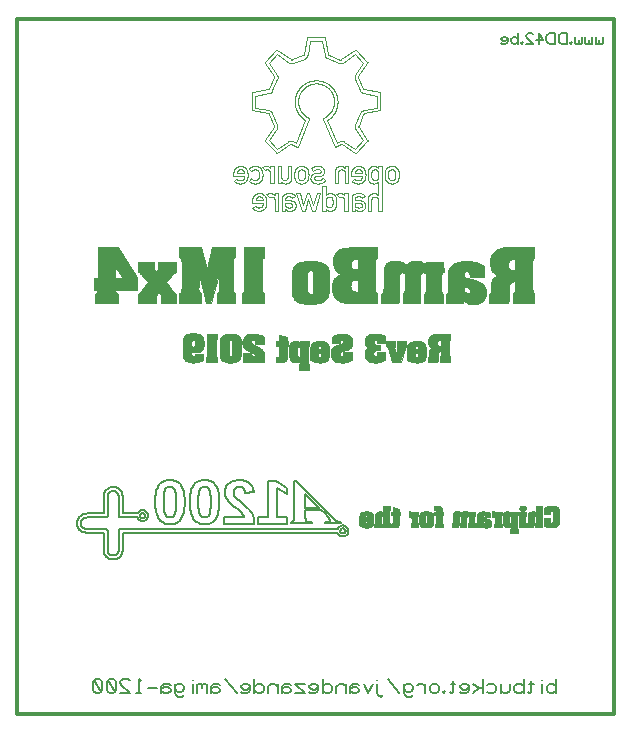
<source format=gbr>
G04 GENERATED BY PULSONIX 10.0 GERBER.DLL 7250*
G04 #@! TF.GenerationSoftware,Pulsonix,Pulsonix,10.0.7250*
G04 #@! TF.CreationDate,2019-09-19T08:44:47--1:00*
G04 #@! TF.Part,Single*
%FSLAX25Y25*%
%LPD*%
%MOIN*%
G04 #@! TF.FileFunction,Legend,Bot*
G04 #@! TF.FilePolarity,Positive*
%ADD86C,0.00500*%
G04 #@! TA.AperFunction,NonMaterial*
%ADD92C,0.00787*%
G04 #@! TD.AperFunction*
%ADD94C,0.00001*%
G04 #@! TA.AperFunction,Profile*
%ADD117C,0.01200*%
G04 #@! TA.AperFunction,NonMaterial*
%ADD196C,0.00394*%
X0Y0D02*
D02*
D86*
X82480Y-26772D02*
X82087Y-27559D01*
X81299Y-27953*
X80512*
X79724Y-27559*
X79331Y-26772*
Y-25984*
X79724Y-25197*
X80512Y-24803*
X81299*
X82087Y-25197*
X82480Y-25984*
Y-27953D02*
X82480Y-23228D01*
X77929Y-27953D02*
X77929Y-24803D01*
Y-23622D02*
X77930Y-23623D01*
X75051Y-24803D02*
X73476Y-24803D01*
X74264Y-24016D02*
X74264Y-27559D01*
X73870Y-27953*
X73476*
X73083Y-27559*
X71705Y-26772D02*
X71311Y-27559D01*
X70524Y-27953*
X69736*
X68949Y-27559*
X68555Y-26772*
Y-25984*
X68949Y-25197*
X69736Y-24803*
X70524*
X71311Y-25197*
X71705Y-25984*
Y-27953D02*
X71705Y-23228D01*
X67154Y-24803D02*
X67154Y-26772D01*
X66760Y-27559*
X65972Y-27953*
X65185*
X64398Y-27559*
X64004Y-26772*
Y-24803D02*
X64004Y-27953D01*
X59453Y-25197D02*
X60240Y-24803D01*
X61421*
X62209Y-25197*
X62602Y-25984*
Y-26772*
X62209Y-27559*
X61421Y-27953*
X60240*
X59453Y-27559*
X58051Y-27953D02*
X58051Y-23228D01*
Y-26378D02*
X56870Y-26378D01*
X54902Y-24803*
X56870Y-26378D02*
X54902Y-27953D01*
X50350Y-27559D02*
X50744Y-27953D01*
X51531*
X52319*
X53106Y-27559*
X53500Y-26772*
Y-25591*
X53106Y-25197*
X52319Y-24803*
X51531*
X50744Y-25197*
X50350Y-25591*
Y-25984*
X50744Y-26378*
X51531Y-26772*
X52319*
X53106Y-26378*
X53500Y-25984*
X48949Y-24803D02*
X47374Y-24803D01*
X48161Y-24016D02*
X48161Y-27559D01*
X47768Y-27953*
X47374*
X46980Y-27559*
X45209Y-27953D02*
X44815Y-27559D01*
X45209Y-27165*
X45602Y-27559*
X45209Y-27953*
X43528Y-26772D02*
X43134Y-27559D01*
X42346Y-27953*
X41559*
X40772Y-27559*
X40378Y-26772*
Y-25984*
X40772Y-25197*
X41559Y-24803*
X42346*
X43134Y-25197*
X43528Y-25984*
Y-26772*
X38976Y-27953D02*
X38976Y-24803D01*
Y-25984D02*
X38583Y-25197D01*
X37795Y-24803*
X37008*
X36220Y-25197*
X31677Y-25984D02*
X32071Y-25197D01*
X32858Y-24803*
X33646*
X34433Y-25197*
X34827Y-25984*
Y-26378*
X34433Y-27165*
X33646Y-27559*
X32858*
X32071Y-27165*
X31677Y-26378*
Y-24803D02*
X31677Y-27953D01*
X32071Y-28740*
X32858Y-29134*
X34039*
X34827Y-28740*
X30276Y-27953D02*
X26339Y-23228D01*
X24854Y-28740D02*
X24067Y-29134D01*
X23280Y-28740*
X22886Y-27953*
Y-24803*
Y-23622D02*
X22887Y-23623D01*
X21508Y-24803D02*
X19933Y-27953D01*
X18358Y-24803*
X16957Y-25197D02*
X16169Y-24803D01*
X14988*
X14201Y-25197*
X13807Y-25984*
Y-27165*
X14201Y-27559*
X14988Y-27953*
X15776*
X16563Y-27559*
X16957Y-27165*
Y-26772*
X16563Y-26378*
X15776Y-25984*
X14988*
X14201Y-26378*
X13807Y-26772*
Y-27165D02*
X13807Y-27953D01*
X12406D02*
X12406Y-24803D01*
Y-25984D02*
X12012Y-25197D01*
X11224Y-24803*
X10437*
X9650Y-25197*
X9256Y-25984*
Y-27953*
X4705Y-25984D02*
X5098Y-25197D01*
X5886Y-24803*
X6673*
X7461Y-25197*
X7854Y-25984*
Y-26772*
X7461Y-27559*
X6673Y-27953*
X5886*
X5098Y-27559*
X4705Y-26772*
Y-27953D02*
X4705Y-23228D01*
X154Y-27559D02*
X547Y-27953D01*
X1335*
X2122*
X2909Y-27559*
X3303Y-26772*
Y-25591*
X2909Y-25197*
X2122Y-24803*
X1335*
X547Y-25197*
X154Y-25591*
Y-25984*
X547Y-26378*
X1335Y-26772*
X2122*
X2909Y-26378*
X3303Y-25984*
X-1248Y-24803D02*
X-4398Y-24803D01*
X-1248Y-27953*
X-4398*
X-5799Y-25197D02*
X-6587Y-24803D01*
X-7768*
X-8555Y-25197*
X-8949Y-25984*
Y-27165*
X-8555Y-27559*
X-7768Y-27953*
X-6980*
X-6193Y-27559*
X-5799Y-27165*
Y-26772*
X-6193Y-26378*
X-6980Y-25984*
X-7768*
X-8555Y-26378*
X-8949Y-26772*
Y-27165D02*
X-8949Y-27953D01*
X-10350D02*
X-10350Y-24803D01*
Y-25984D02*
X-10744Y-25197D01*
X-11531Y-24803*
X-12319*
X-13106Y-25197*
X-13500Y-25984*
Y-27953*
X-18051Y-25984D02*
X-17657Y-25197D01*
X-16870Y-24803*
X-16083*
X-15295Y-25197*
X-14902Y-25984*
Y-26772*
X-15295Y-27559*
X-16083Y-27953*
X-16870*
X-17657Y-27559*
X-18051Y-26772*
Y-27953D02*
X-18051Y-23228D01*
X-22602Y-27559D02*
X-22209Y-27953D01*
X-21421*
X-20634*
X-19846Y-27559*
X-19453Y-26772*
Y-25591*
X-19846Y-25197*
X-20634Y-24803*
X-21421*
X-22209Y-25197*
X-22602Y-25591*
Y-25984*
X-22209Y-26378*
X-21421Y-26772*
X-20634*
X-19846Y-26378*
X-19453Y-25984*
X-24004Y-27953D02*
X-27941Y-23228D01*
X-29425Y-25197D02*
X-30213Y-24803D01*
X-31394*
X-32181Y-25197*
X-32575Y-25984*
Y-27165*
X-32181Y-27559*
X-31394Y-27953*
X-30606*
X-29819Y-27559*
X-29425Y-27165*
Y-26772*
X-29819Y-26378*
X-30606Y-25984*
X-31394*
X-32181Y-26378*
X-32575Y-26772*
Y-27165D02*
X-32575Y-27953D01*
X-33976D02*
X-33976Y-24803D01*
Y-25197D02*
X-34370Y-24803D01*
X-35157*
X-35551Y-25197*
Y-26378*
Y-25197D02*
X-35945Y-24803D01*
X-36732*
X-37126Y-25197*
Y-27953*
X-38528D02*
X-38528Y-24803D01*
Y-23622D02*
X-38529Y-23623D01*
X-44555Y-25984D02*
X-44161Y-25197D01*
X-43374Y-24803*
X-42587*
X-41799Y-25197*
X-41406Y-25984*
Y-26378*
X-41799Y-27165*
X-42587Y-27559*
X-43374*
X-44161Y-27165*
X-44555Y-26378*
Y-24803D02*
X-44555Y-27953D01*
X-44161Y-28740*
X-43374Y-29134*
X-42193*
X-41406Y-28740*
X-45957Y-25197D02*
X-46744Y-24803D01*
X-47925*
X-48713Y-25197*
X-49106Y-25984*
Y-27165*
X-48713Y-27559*
X-47925Y-27953*
X-47138*
X-46350Y-27559*
X-45957Y-27165*
Y-26772*
X-46350Y-26378*
X-47138Y-25984*
X-47925*
X-48713Y-26378*
X-49106Y-26772*
Y-27165D02*
X-49106Y-27953D01*
X-50508Y-26378D02*
X-53657Y-26378D01*
X-55846Y-27953D02*
X-57421Y-27953D01*
X-56634D02*
X-56634Y-23228D01*
X-55846Y-24016*
X-62760Y-27953D02*
X-59610Y-27953D01*
X-62366Y-25197*
X-62760Y-24409*
X-62366Y-23622*
X-61579Y-23228*
X-60398*
X-59610Y-23622*
X-64555Y-27559D02*
X-65343Y-27953D01*
X-66130*
X-66917Y-27559*
X-67311Y-26772*
Y-24409*
X-66917Y-23622*
X-66130Y-23228*
X-65343*
X-64555Y-23622*
X-64161Y-24409*
Y-26772*
X-64555Y-27559*
X-66917Y-23622*
X-69106Y-27559D02*
X-69894Y-27953D01*
X-70681*
X-71469Y-27559*
X-71862Y-26772*
Y-24409*
X-71469Y-23622*
X-70681Y-23228*
X-69894*
X-69106Y-23622*
X-68713Y-24409*
Y-26772*
X-69106Y-27559*
X-71469Y-23622*
X98031Y190834D02*
X98031Y188775D01*
X97737Y188481*
X97149*
X96855Y188775*
Y189657*
Y188775D02*
X96561Y188481D01*
X95973*
X95679Y188775*
Y190834*
X94631D02*
X94631Y188775D01*
X94337Y188481*
X93749*
X93455Y188775*
Y189657*
Y188775D02*
X93161Y188481D01*
X92573*
X92279Y188775*
Y190834*
X91231D02*
X91231Y188775D01*
X90937Y188481*
X90349*
X90055Y188775*
Y189657*
Y188775D02*
X89761Y188481D01*
X89173*
X88879Y188775*
Y190834*
X87537Y188481D02*
X87243Y188775D01*
X87537Y189069*
X87831Y188775*
X87537Y188481*
X86281D02*
X86281Y192010D01*
X84517*
X83929Y191716*
X83634Y191422*
X83340Y190834*
Y189657*
X83634Y189069*
X83929Y188775*
X84517Y188481*
X86281*
X82231D02*
X82231Y192010D01*
X80467*
X79879Y191716*
X79584Y191422*
X79290Y190834*
Y189657*
X79584Y189069*
X79879Y188775*
X80467Y188481*
X82231*
X76711D02*
X76711Y192010D01*
X78181Y189657*
X75829*
X72429Y188481D02*
X74781Y188481D01*
X72723Y190540*
X72429Y191128*
X72723Y191716*
X73311Y192010*
X74193*
X74781Y191716*
X71087Y188481D02*
X70793Y188775D01*
X71087Y189069*
X71381Y188775*
X71087Y188481*
X69831Y189363D02*
X69537Y188775D01*
X68949Y188481*
X68361*
X67773Y188775*
X67479Y189363*
Y189951*
X67773Y190540*
X68361Y190834*
X68949*
X69537Y190540*
X69831Y189951*
Y188481D02*
X69831Y192010D01*
X64079Y188775D02*
X64373Y188481D01*
X64961*
X65549*
X66137Y188775*
X66431Y189363*
Y190245*
X66137Y190540*
X65549Y190834*
X64961*
X64373Y190540*
X64079Y190245*
Y189951*
X64373Y189657*
X64961Y189363*
X65549*
X66137Y189657*
X66431Y189951*
D02*
D92*
X-57066Y31911D02*
X-61924D01*
Y37605*
X-61956Y37808*
X-61973Y37909*
X-61990Y38010*
X-62008Y38111*
X-62027Y38211*
X-62048Y38311*
X-62070Y38409*
X-62094Y38507*
X-62120Y38604*
X-62149Y38701*
X-62179Y38796*
X-62213Y38889*
X-62249Y38982*
X-62289Y39073*
X-62332Y39162*
X-62378Y39250*
X-62428Y39337*
X-62482Y39421*
X-62539Y39504*
X-62599Y39584*
X-62662Y39663*
X-62729Y39740*
X-62798Y39814*
X-62870Y39887*
X-62944Y39957*
X-63021Y40025*
X-63101Y40090*
X-63182Y40153*
X-63265Y40213*
X-63350Y40271*
X-63437Y40326*
X-63526Y40378*
X-63615Y40428*
X-63707Y40474*
X-63799Y40518*
X-63893Y40558*
X-63987Y40596*
X-64083Y40631*
X-64180Y40662*
X-64277Y40691*
X-64375Y40717*
X-64474Y40739*
X-64574Y40759*
X-64674Y40775*
X-64774Y40788*
X-64874Y40798*
X-64975Y40804*
X-65076Y40808*
X-65177*
X-65278Y40804*
X-65379Y40798*
X-65480Y40788*
X-65580Y40775*
X-65680Y40759*
X-65779Y40739*
X-65878Y40717*
X-65976Y40691*
X-66074Y40662*
X-66170Y40631*
X-66266Y40596*
X-66361Y40558*
X-66454Y40518*
X-66547Y40474*
X-66638Y40428*
X-66728Y40378*
X-66816Y40326*
X-66903Y40271*
X-66988Y40213*
X-67072Y40153*
X-67153Y40090*
X-67232Y40025*
X-67309Y39957*
X-67383Y39887*
X-67455Y39814*
X-67525Y39740*
X-67591Y39663*
X-67654Y39584*
X-67715Y39504*
X-67772Y39421*
X-67825Y39337*
X-67875Y39250*
X-67922Y39162*
X-67965Y39073*
X-68004Y38982*
X-68041Y38889*
X-68074Y38795*
X-68105Y38701*
X-68133Y38604*
X-68159Y38507*
X-68183Y38409*
X-68205Y38311*
X-68226Y38211*
X-68245Y38111*
X-68264Y38010*
X-68281Y37909*
X-68297Y37808*
X-68330Y37605*
Y31911*
X-74023*
X-74226Y31879*
X-74328Y31863*
X-74429Y31845*
X-74529Y31827*
X-74629Y31808*
X-74729Y31787*
X-74827Y31765*
X-74925Y31741*
X-75023Y31715*
X-75119Y31687*
X-75214Y31656*
X-75307Y31622*
X-75400Y31586*
X-75491Y31547*
X-75580Y31504*
X-75668Y31457*
X-75755Y31407*
X-75839Y31354*
X-75922Y31296*
X-76003Y31236*
X-76081Y31173*
X-76158Y31106*
X-76233Y31037*
X-76305Y30965*
X-76375Y30891*
X-76443Y30814*
X-76508Y30735*
X-76571Y30653*
X-76631Y30570*
X-76689Y30485*
X-76744Y30398*
X-76796Y30310*
X-76846Y30220*
X-76892Y30129*
X-76936Y30036*
X-76976Y29943*
X-77014Y29848*
X-77049Y29752*
X-77081Y29656*
X-77109Y29558*
X-77135Y29460*
X-77157Y29361*
X-77177Y29262*
X-77193Y29162*
X-77206Y29061*
X-77216Y28961*
X-77222Y28860*
X-77226Y28759*
Y28658*
X-77222Y28557*
X-77216Y28456*
X-77206Y28356*
X-77193Y28255*
X-77177Y28156*
X-77157Y28056*
X-77135Y27957*
X-77109Y27859*
X-77081Y27762*
X-77049Y27665*
X-77014Y27569*
X-76976Y27475*
X-76936Y27381*
X-76892Y27288*
X-76846Y27197*
X-76796Y27107*
X-76744Y27019*
X-76689Y26932*
X-76631Y26847*
X-76571Y26764*
X-76508Y26682*
X-76443Y26603*
X-76375Y26526*
X-76305Y26452*
X-76233Y26380*
X-76158Y26311*
X-76081Y26244*
X-76003Y26181*
X-75922Y26121*
X-75839Y26064*
X-75755Y26010*
X-75668Y25960*
X-75580Y25913*
X-75491Y25871*
X-75400Y25831*
X-75307Y25795*
X-75214Y25761*
X-75119Y25731*
X-75023Y25702*
X-74925Y25676*
X-74827Y25652*
X-74729Y25630*
X-74629Y25609*
X-74529Y25590*
X-74429Y25572*
X-74328Y25554*
X-74226Y25538*
X-74125Y25522*
X-74023Y25506*
X-68330*
Y19812*
X-68297Y19609*
X-68281Y19508*
X-68264Y19407*
X-68245Y19306*
X-68226Y19206*
X-68205Y19107*
X-68183Y19008*
X-68159Y18910*
X-68133Y18813*
X-68105Y18717*
X-68074Y18622*
X-68041Y18528*
X-68004Y18435*
X-67965Y18344*
X-67922Y18255*
X-67875Y18167*
X-67825Y18081*
X-67772Y17996*
X-67715Y17913*
X-67654Y17833*
X-67591Y17754*
X-67525Y17677*
X-67455Y17603*
X-67383Y17530*
X-67309Y17460*
X-67232Y17392*
X-67153Y17327*
X-67072Y17264*
X-66988Y17204*
X-66903Y17146*
X-66816Y17091*
X-66728Y17039*
X-66638Y16990*
X-66547Y16943*
X-66454Y16899*
X-66361Y16859*
X-66266Y16821*
X-66170Y16786*
X-66074Y16755*
X-65976Y16726*
X-65878Y16700*
X-65779Y16678*
X-65680Y16659*
X-65580Y16642*
X-65480Y16629*
X-65379Y16619*
X-65278Y16613*
X-65177Y16610*
X-65076*
X-64975Y16613*
X-64874Y16619*
X-64774Y16629*
X-64674Y16642*
X-64574Y16659*
X-64474Y16678*
X-64375Y16700*
X-64277Y16726*
X-64180Y16755*
X-64083Y16786*
X-63987Y16821*
X-63893Y16859*
X-63799Y16899*
X-63707Y16943*
X-63615Y16990*
X-63526Y17039*
X-63437Y17091*
X-63350Y17146*
X-63265Y17204*
X-63182Y17264*
X-63101Y17327*
X-63021Y17392*
X-62944Y17460*
X-62870Y17530*
X-62798Y17603*
X-62729Y17677*
X-62662Y17754*
X-62599Y17833*
X-62539Y17913*
X-62482Y17996*
X-62428Y18081*
X-62378Y18167*
X-62332Y18255*
X-62289Y18344*
X-62249Y18435*
X-62213Y18528*
X-62179Y18622*
X-62149Y18717*
X-62120Y18813*
X-62094Y18910*
X-62070Y19008*
X-62048Y19107*
X-62027Y19206*
X-62008Y19306*
X-61990Y19407*
X-61973Y19508*
X-61956Y19609*
X-61924Y19812*
Y25506*
X9752*
X9781Y25433*
X9831Y25345*
X9883Y25258*
X9936Y25173*
X9991Y25089*
X10050Y25008*
X10112Y24931*
X10179Y24857*
X10251Y24788*
X10328Y24724*
X10409Y24664*
X10494Y24609*
X10582Y24559*
X10673Y24514*
X10766Y24474*
X10861Y24440*
X10957Y24410*
X11055Y24386*
X11153Y24367*
X11253Y24353*
X11353Y24345*
X11454Y24343*
X11554Y24346*
X11655Y24355*
X11755Y24370*
X11854Y24390*
X11952Y24416*
X12049Y24447*
X12143Y24483*
X12236Y24524*
X12326Y24571*
X12413Y24622*
X12497Y24678*
X12578Y24739*
X12655Y24804*
X12729Y24874*
X12798Y24947*
X12864Y25024*
X12925Y25105*
X12981Y25189*
X13033Y25276*
X13079Y25366*
X13121Y25458*
X13157Y25553*
X13188Y25649*
X13214Y25747*
X13234Y25846*
X13249Y25946*
X13258Y26047*
X13262Y26148*
X13260Y26249*
X13252Y26350*
X13238Y26450*
X13219Y26550*
X13195Y26648*
X13165Y26745*
X13130Y26840*
X13089Y26932*
X13044Y27023*
X12994Y27110*
X12938Y27195*
X12879Y27276*
X12814Y27354*
X12746Y27429*
X12673Y27499*
X12597Y27565*
X12517Y27627*
X12433Y27685*
X12347Y27737*
X12257Y27785*
X12165Y27828*
X12071Y27865*
X11975Y27897*
X11877Y27924*
X11778Y27946*
X11679Y27962*
X11578Y27972*
X11477Y27977*
X11377Y27975*
X11277Y27969*
X11177Y27956*
X11078Y27939*
X10980Y27916*
X10883Y27887*
X10788Y27854*
X10694Y27817*
X10602Y27774*
X10512Y27727*
X10425Y27675*
X10342Y27619*
X10262Y27558*
X10186Y27492*
X10116Y27422*
X10050Y27347*
X9988Y27269*
X9931Y27188*
X9876Y27104*
X9823Y27018*
X9772Y26931*
X9722Y26843*
X-62592*
X-62666Y26831*
X-62697Y26825*
X-62729Y26819*
X-62749Y26815*
X-62780Y26807*
X-62800Y26802*
X-62820Y26796*
X-62840Y26790*
X-62860Y26783*
X-62879Y26775*
X-62889Y26771*
X-62898Y26767*
X-62917Y26758*
X-62927Y26753*
X-62936Y26748*
X-62954Y26738*
X-62963Y26732*
X-62972Y26726*
X-62990Y26715*
X-63007Y26702*
X-63024Y26689*
X-63040Y26675*
X-63048Y26668*
X-63064Y26653*
X-63071Y26645*
X-63079Y26638*
X-63086Y26630*
X-63093Y26622*
X-63107Y26606*
X-63120Y26589*
X-63133Y26572*
X-63139Y26563*
X-63145Y26554*
X-63150Y26545*
X-63156Y26536*
X-63161Y26527*
X-63166Y26518*
X-63171Y26509*
X-63176Y26499*
X-63185Y26480*
X-63193Y26461*
X-63201Y26442*
X-63204Y26432*
X-63211Y26412*
X-63217Y26392*
X-63223Y26372*
X-63228Y26352*
X-63233Y26331*
X-63237Y26310*
X-63245Y26269*
X-63256Y26206*
X-63261Y26174*
Y19812*
X-63280Y19694*
X-63289Y19635*
X-63299Y19576*
X-63310Y19517*
X-63321Y19459*
X-63333Y19401*
X-63346Y19344*
X-63360Y19286*
X-63375Y19230*
X-63392Y19174*
X-63410Y19119*
X-63429Y19064*
X-63450Y19010*
X-63473Y18957*
X-63498Y18905*
X-63525Y18854*
X-63555Y18803*
X-63586Y18754*
X-63619Y18706*
X-63654Y18659*
X-63691Y18613*
X-63730Y18568*
X-63770Y18525*
X-63812Y18483*
X-63855Y18442*
X-63900Y18403*
X-63946Y18364*
X-63994Y18328*
X-64042Y18293*
X-64092Y18259*
X-64142Y18227*
X-64194Y18197*
X-64246Y18168*
X-64299Y18141*
X-64353Y18115*
X-64408Y18092*
X-64463Y18070*
X-64519Y18050*
X-64575Y18031*
X-64632Y18014*
X-64689Y17999*
X-64747Y17986*
X-64805Y17975*
X-64863Y17966*
X-64921Y17958*
X-64980Y17952*
X-65038Y17948*
X-65097Y17946*
X-65156*
X-65215Y17948*
X-65274Y17952*
X-65332Y17958*
X-65391Y17966*
X-65449Y17975*
X-65507Y17986*
X-65564Y17999*
X-65622Y18014*
X-65678Y18031*
X-65735Y18050*
X-65790Y18070*
X-65846Y18092*
X-65900Y18115*
X-65954Y18141*
X-66007Y18168*
X-66059Y18197*
X-66111Y18227*
X-66162Y18259*
X-66211Y18293*
X-66260Y18328*
X-66307Y18364*
X-66353Y18403*
X-66398Y18442*
X-66441Y18483*
X-66483Y18525*
X-66523Y18568*
X-66562Y18613*
X-66599Y18659*
X-66634Y18706*
X-66667Y18754*
X-66699Y18803*
X-66728Y18854*
X-66755Y18905*
X-66780Y18957*
X-66803Y19010*
X-66824Y19064*
X-66844Y19119*
X-66861Y19174*
X-66878Y19230*
X-66893Y19286*
X-66907Y19344*
X-66920Y19401*
X-66932Y19459*
X-66943Y19517*
X-66954Y19576*
X-66964Y19635*
X-66974Y19694*
X-66992Y19812*
Y26174*
X-67004Y26248*
X-67010Y26279*
X-67016Y26310*
X-67023Y26341*
X-67028Y26362*
X-67033Y26382*
X-67039Y26402*
X-67046Y26422*
X-67053Y26442*
X-67060Y26461*
X-67068Y26480*
X-67073Y26490*
X-67082Y26509*
X-67087Y26518*
X-67098Y26536*
X-67103Y26545*
X-67115Y26563*
X-67121Y26572*
X-67133Y26589*
X-67140Y26597*
X-67146Y26606*
X-67153Y26614*
X-67160Y26622*
X-67167Y26630*
X-67175Y26638*
X-67190Y26653*
X-67205Y26668*
X-67213Y26675*
X-67230Y26689*
X-67246Y26702*
X-67264Y26715*
X-67281Y26726*
X-67299Y26738*
X-67317Y26748*
X-67327Y26753*
X-67345Y26762*
X-67355Y26767*
X-67374Y26775*
X-67394Y26783*
X-67413Y26790*
X-67433Y26796*
X-67453Y26802*
X-67473Y26807*
X-67504Y26815*
X-67525Y26819*
X-67566Y26827*
X-67619Y26836*
X-67661Y26843*
X-74023*
X-74141Y26861*
X-74201Y26871*
X-74259Y26881*
X-74318Y26892*
X-74376Y26903*
X-74434Y26915*
X-74492Y26928*
X-74549Y26942*
X-74605Y26957*
X-74661Y26974*
X-74717Y26992*
X-74771Y27011*
X-74825Y27032*
X-74878Y27055*
X-74930Y27080*
X-74982Y27107*
X-75032Y27136*
X-75081Y27168*
X-75129Y27201*
X-75176Y27236*
X-75222Y27273*
X-75267Y27312*
X-75310Y27352*
X-75352Y27394*
X-75393Y27437*
X-75433Y27482*
X-75471Y27528*
X-75507Y27576*
X-75543Y27624*
X-75576Y27674*
X-75608Y27724*
X-75639Y27776*
X-75667Y27828*
X-75694Y27881*
X-75720Y27935*
X-75744Y27990*
X-75766Y28045*
X-75786Y28101*
X-75804Y28157*
X-75821Y28214*
X-75836Y28271*
X-75849Y28328*
X-75860Y28386*
X-75870Y28445*
X-75877Y28503*
X-75883Y28562*
X-75887Y28620*
X-75889Y28679*
Y28738*
X-75887Y28797*
X-75883Y28855*
X-75877Y28914*
X-75870Y28973*
X-75860Y29031*
X-75849Y29089*
X-75836Y29146*
X-75821Y29203*
X-75804Y29260*
X-75786Y29316*
X-75766Y29372*
X-75744Y29427*
X-75720Y29482*
X-75694Y29536*
X-75667Y29589*
X-75639Y29641*
X-75608Y29693*
X-75576Y29743*
X-75543Y29793*
X-75507Y29842*
X-75471Y29889*
X-75433Y29935*
X-75393Y29980*
X-75352Y30023*
X-75310Y30065*
X-75267Y30105*
X-75222Y30144*
X-75176Y30181*
X-75129Y30216*
X-75081Y30249*
X-75032Y30281*
X-74982Y30310*
X-74930Y30337*
X-74878Y30362*
X-74825Y30385*
X-74771Y30406*
X-74717Y30425*
X-74661Y30443*
X-74605Y30460*
X-74549Y30475*
X-74492Y30489*
X-74434Y30502*
X-74376Y30514*
X-74318Y30525*
X-74259Y30536*
X-74201Y30546*
X-74141Y30556*
X-74023Y30574*
X-67661*
X-67587Y30586*
X-67546Y30594*
X-67514Y30600*
X-67494Y30605*
X-67473Y30610*
X-67453Y30615*
X-67433Y30621*
X-67413Y30628*
X-67403Y30631*
X-67384Y30638*
X-67374Y30642*
X-67355Y30650*
X-67336Y30659*
X-67327Y30664*
X-67317Y30669*
X-67308Y30674*
X-67299Y30679*
X-67290Y30685*
X-67281Y30691*
X-67272Y30696*
X-67264Y30703*
X-67246Y30715*
X-67230Y30728*
X-67221Y30735*
X-67213Y30742*
X-67205Y30749*
X-67197Y30757*
X-67190Y30764*
X-67182Y30772*
X-67167Y30787*
X-67160Y30795*
X-67153Y30803*
X-67146Y30811*
X-67140Y30820*
X-67127Y30837*
X-67121Y30845*
X-67115Y30854*
X-67109Y30863*
X-67103Y30872*
X-67098Y30881*
X-67087Y30899*
X-67082Y30909*
X-67073Y30927*
X-67064Y30946*
X-67060Y30956*
X-67053Y30975*
X-67046Y30995*
X-67039Y31015*
X-67033Y31035*
X-67028Y31055*
X-67023Y31076*
X-67016Y31107*
X-67010Y31138*
X-66999Y31201*
X-66992Y31243*
Y37605*
X-66974Y37723*
X-66964Y37782*
X-66954Y37841*
X-66943Y37900*
X-66932Y37958*
X-66920Y38016*
X-66907Y38074*
X-66893Y38131*
X-66878Y38187*
X-66861Y38243*
X-66844Y38299*
X-66824Y38353*
X-66803Y38407*
X-66780Y38460*
X-66755Y38512*
X-66728Y38563*
X-66699Y38614*
X-66667Y38663*
X-66634Y38711*
X-66599Y38758*
X-66562Y38804*
X-66523Y38849*
X-66483Y38892*
X-66441Y38934*
X-66398Y38975*
X-66353Y39015*
X-66307Y39053*
X-66260Y39089*
X-66211Y39124*
X-66162Y39158*
X-66111Y39190*
X-66059Y39220*
X-66007Y39249*
X-65954Y39276*
X-65900Y39302*
X-65846Y39325*
X-65790Y39347*
X-65735Y39368*
X-65678Y39386*
X-65622Y39403*
X-65564Y39418*
X-65507Y39431*
X-65449Y39442*
X-65391Y39452*
X-65332Y39459*
X-65274Y39465*
X-65215Y39469*
X-65156Y39471*
X-65097*
X-65038Y39469*
X-64980Y39465*
X-64921Y39459*
X-64863Y39452*
X-64805Y39442*
X-64747Y39431*
X-64689Y39418*
X-64632Y39403*
X-64575Y39386*
X-64519Y39368*
X-64463Y39347*
X-64408Y39325*
X-64353Y39302*
X-64299Y39276*
X-64246Y39249*
X-64194Y39220*
X-64142Y39190*
X-64092Y39158*
X-64042Y39124*
X-63994Y39089*
X-63946Y39053*
X-63900Y39015*
X-63855Y38975*
X-63812Y38934*
X-63770Y38892*
X-63730Y38849*
X-63691Y38804*
X-63654Y38758*
X-63619Y38711*
X-63586Y38663*
X-63555Y38614*
X-63525Y38563*
X-63498Y38512*
X-63474Y38460*
X-63450Y38407*
X-63429Y38353*
X-63410Y38299*
X-63392Y38243*
X-63375Y38187*
X-63360Y38131*
X-63346Y38074*
X-63333Y38016*
X-63321Y37958*
X-63310Y37900*
X-63299Y37841*
X-63289Y37782*
X-63280Y37723*
X-63261Y37605*
Y31243*
X-63249Y31169*
X-63241Y31127*
X-63235Y31096*
X-63228Y31066*
X-63223Y31045*
X-63217Y31025*
X-63211Y31005*
X-63208Y30995*
X-63201Y30975*
X-63193Y30956*
X-63189Y30946*
X-63185Y30937*
X-63176Y30918*
X-63171Y30909*
X-63166Y30899*
X-63161Y30890*
X-63156Y30881*
X-63150Y30872*
X-63145Y30863*
X-63139Y30854*
X-63133Y30845*
X-63120Y30828*
X-63114Y30820*
X-63107Y30811*
X-63093Y30795*
X-63086Y30787*
X-63071Y30772*
X-63064Y30764*
X-63056Y30757*
X-63048Y30749*
X-63040Y30742*
X-63032Y30735*
X-63024Y30728*
X-63007Y30715*
X-62998Y30709*
X-62990Y30703*
X-62981Y30696*
X-62963Y30685*
X-62945Y30674*
X-62927Y30664*
X-62917Y30659*
X-62898Y30650*
X-62879Y30642*
X-62860Y30635*
X-62850Y30631*
X-62830Y30624*
X-62810Y30618*
X-62790Y30613*
X-62770Y30607*
X-62749Y30602*
X-62718Y30596*
X-62687Y30590*
X-62624Y30579*
X-62592Y30574*
X-57060*
X-57006Y30475*
X-56956Y30386*
X-56905Y30299*
X-56851Y30214*
X-56794Y30132*
X-56734Y30053*
X-56669Y29977*
X-56598Y29906*
X-56523Y29840*
X-56443Y29778*
X-56359Y29721*
X-56272Y29669*
X-56182Y29622*
X-56090Y29580*
X-55995Y29543*
X-55899Y29511*
X-55802Y29484*
X-55703Y29463*
X-55604Y29448*
X-55503Y29437*
X-55403Y29433*
X-55302Y29434*
X-55201Y29441*
X-55100Y29454*
X-55000Y29472*
X-54902Y29496*
X-54804Y29525*
X-54709Y29559*
X-54615Y29599*
X-54524Y29643*
X-54435Y29693*
X-54350Y29748*
X-54268Y29807*
X-54189Y29871*
X-54114Y29940*
X-54043Y30012*
X-53976Y30088*
X-53913Y30168*
X-53855Y30251*
X-53802Y30337*
X-53754Y30426*
X-53710Y30518*
X-53672Y30612*
X-53639Y30708*
X-53612Y30806*
X-53590Y30905*
X-53573Y31005*
X-53562Y31106*
X-53557Y31207*
X-53557Y31309*
X-53564Y31410*
X-53575Y31511*
X-53593Y31611*
X-53616Y31710*
X-53644Y31807*
X-53678Y31903*
X-53717Y31996*
X-53761Y32088*
X-53810Y32176*
X-53864Y32262*
X-53923Y32345*
X-53986Y32424*
X-54054Y32499*
X-54126Y32571*
X-54201Y32639*
X-54281Y32702*
X-54363Y32761*
X-54449Y32815*
X-54538Y32864*
X-54630Y32908*
X-54724Y32946*
X-54820Y32980*
X-54917Y33008*
X-55016Y33031*
X-55116Y33048*
X-55217Y33060*
X-55318Y33066*
X-55419Y33066*
X-55519Y33061*
X-55620Y33050*
X-55719Y33033*
X-55818Y33011*
X-55915Y32984*
X-56011Y32951*
X-56105Y32913*
X-56197Y32870*
X-56286Y32822*
X-56373Y32770*
X-56456Y32712*
X-56535Y32649*
X-56610Y32582*
X-56680Y32511*
X-56744Y32435*
X-56804Y32355*
X-56860Y32272*
X-56913Y32186*
X-56964Y32099*
X-57013Y32010*
X-57061Y31921*
X-57066Y31911*
X-56257Y31250D02*
X-56249Y31194D01*
X-56239Y31138*
X-56229Y31082*
X-56217Y31028*
X-56203Y30974*
X-56187Y30921*
X-56168Y30870*
X-56145Y30820*
X-56119Y30772*
X-56088Y30725*
X-56054Y30681*
X-56016Y30640*
X-55976Y30600*
X-55933Y30564*
X-55887Y30530*
X-55840Y30498*
X-55791Y30470*
X-55740Y30446*
X-55688Y30424*
X-55635Y30406*
X-55581Y30391*
X-55526Y30379*
X-55471Y30371*
X-55415Y30367*
X-55359Y30366*
X-55303Y30368*
X-55248Y30375*
X-55193Y30385*
X-55138Y30398*
X-55084Y30414*
X-55032Y30434*
X-54981Y30458*
X-54931Y30484*
X-54883Y30514*
X-54838Y30546*
X-54794Y30582*
X-54753Y30620*
X-54714Y30660*
X-54678Y30703*
X-54645Y30748*
X-54615Y30795*
X-54588Y30844*
X-54563Y30895*
X-54543Y30947*
X-54525Y31001*
X-54511Y31055*
X-54500Y31110*
X-54493Y31166*
X-54490Y31222*
Y31278*
X-54493Y31334*
X-54500Y31389*
X-54511Y31445*
X-54525Y31499*
X-54543Y31552*
X-54563Y31604*
X-54588Y31655*
X-54615Y31704*
X-54645Y31751*
X-54678Y31796*
X-54714Y31839*
X-54753Y31880*
X-54794Y31918*
X-54838Y31953*
X-54883Y31986*
X-54931Y32016*
X-54981Y32042*
X-55032Y32065*
X-55084Y32085*
X-55138Y32102*
X-55193Y32115*
X-55248Y32125*
X-55303Y32131*
X-55359Y32134*
X-55415Y32133*
X-55471Y32128*
X-55526Y32120*
X-55581Y32109*
X-55635Y32094*
X-55688Y32076*
X-55740Y32054*
X-55791Y32029*
X-55840Y32001*
X-55887Y31970*
X-55933Y31936*
X-55976Y31899*
X-56016Y31860*
X-56054Y31818*
X-56088Y31774*
X-56119Y31728*
X-56145Y31680*
X-56168Y31630*
X-56187Y31579*
X-56203Y31526*
X-56217Y31472*
X-56229Y31417*
X-56239Y31362*
X-56249Y31306*
X-56257Y31250*
X-51160Y36226D02*
X-51137Y36725D01*
X-51103Y37212*
X-51069Y37665*
X-51013Y38107*
X-50956Y38515*
X-50877Y38900*
X-50786Y39262*
X-50696Y39614*
X-50594Y39942*
X-50469Y40248*
X-50356Y40542*
X-50220Y40814*
X-50072Y41064*
X-49925Y41301*
X-49767Y41528*
X-49427Y41913*
X-49246Y42083*
X-49053Y42242*
X-48860Y42378*
X-48645Y42502*
X-48441Y42616*
X-48215Y42706*
X-47761Y42853*
X-47286Y42955*
X-46787Y43023*
X-46278Y43046*
X-45734Y43023*
X-45213Y42955*
X-44714Y42853*
X-44250Y42706*
X-44023Y42616*
X-43808Y42502*
X-43593Y42378*
X-43389Y42242*
X-43196Y42083*
X-43015Y41913*
X-42675Y41528*
X-42517Y41301*
X-42358Y41064*
X-42222Y40814*
X-42086Y40542*
X-41962Y40248*
X-41848Y39942*
X-41746Y39614*
X-41656Y39262*
X-41565Y38900*
X-41497Y38515*
X-41429Y38107*
X-41384Y37665*
X-41350Y37212*
X-41316Y36725*
X-41304Y36226*
X-41293Y35694*
X-41304Y35184*
X-41316Y34708*
X-41350Y34244*
X-41384Y33802*
X-41440Y33372*
X-41497Y32975*
X-41576Y32590*
X-41656Y32228*
X-41758Y31888*
X-41860Y31559*
X-41973Y31253*
X-42097Y30959*
X-42222Y30687*
X-42369Y30426*
X-42517Y30189*
X-42675Y29962*
X-42834Y29747*
X-43015Y29554*
X-43196Y29373*
X-43378Y29214*
X-43581Y29067*
X-43785Y28931*
X-44001Y28818*
X-44216Y28716*
X-44454Y28625*
X-44680Y28557*
X-44918Y28489*
X-45167Y28433*
X-45666Y28365*
X-45926Y28342*
X-46459*
X-46719Y28365*
X-46980Y28399*
X-47229Y28433*
X-47478Y28489*
X-47716Y28557*
X-47943Y28637*
X-48181Y28716*
X-48611Y28942*
X-48826Y29078*
X-49019Y29226*
X-49211Y29384*
X-49404Y29566*
X-49574Y29758*
X-49914Y30189*
X-50061Y30438*
X-50208Y30698*
X-50344Y30970*
X-50469Y31265*
X-50582Y31571*
X-50684Y31899*
X-50786Y32239*
X-50877Y32601*
X-50945Y32987*
X-51013Y33383*
X-51069Y33802*
X-51103Y34244*
X-51137Y34708*
X-51160Y35196*
Y36226*
X-48305Y35694D02*
Y35332D01*
X-48294Y34992*
Y34663*
X-48271Y34346*
X-48260Y34040*
X-48237Y33757*
X-48215Y33496*
X-48192Y33236*
X-48158Y32998*
X-48124Y32771*
X-48079Y32556*
X-48033Y32352*
X-47988Y32160*
X-47943Y31990*
X-47886Y31820*
X-47818Y31661*
X-47682Y31389*
X-47535Y31163*
X-47365Y30970*
X-47172Y30823*
X-46969Y30721*
X-46742Y30642*
X-46493Y30596*
X-46221Y30585*
X-45949Y30596*
X-45688Y30642*
X-45462Y30721*
X-45247Y30823*
X-45065Y30970*
X-44895Y31163*
X-44748Y31389*
X-44612Y31661*
X-44556Y31820*
X-44499Y31990*
X-44454Y32160*
X-44408Y32352*
X-44363Y32556*
X-44318Y32771*
X-44284Y32998*
X-44261Y33236*
X-44238Y33496*
X-44216Y33757*
X-44193Y34040*
X-44182Y34346*
X-44159Y34663*
Y34992*
X-44148Y35332*
Y35694*
Y36056*
X-44159Y36408*
Y36736*
X-44171Y37053*
X-44193Y37359*
X-44204Y37642*
X-44227Y37914*
X-44250Y38175*
X-44284Y38413*
X-44318Y38639*
X-44352Y38855*
X-44397Y39059*
X-44442Y39251*
X-44499Y39432*
X-44544Y39591*
X-44612Y39749*
X-44737Y40021*
X-44895Y40248*
X-45065Y40429*
X-45258Y40576*
X-45473Y40678*
X-45711Y40758*
X-45972Y40803*
X-46266Y40814*
X-46527Y40803*
X-46776Y40758*
X-47003Y40678*
X-47206Y40576*
X-47399Y40441*
X-47558Y40259*
X-47705Y40033*
X-47841Y39761*
X-47897Y39614*
X-47954Y39444*
X-47999Y39274*
X-48045Y39081*
X-48090Y38877*
X-48135Y38662*
X-48169Y38435*
X-48192Y38198*
X-48226Y37937*
X-48249Y37665*
X-48260Y37382*
X-48283Y37076*
X-48294Y36748*
Y36419*
X-48305Y36068*
Y35694*
X-39617Y36226D02*
X-39594Y36725D01*
X-39560Y37212*
X-39526Y37665*
X-39469Y38107*
X-39413Y38515*
X-39333Y38900*
X-39243Y39262*
X-39152Y39614*
X-39050Y39942*
X-38926Y40248*
X-38812Y40542*
X-38676Y40814*
X-38529Y41064*
X-38382Y41301*
X-38223Y41528*
X-37883Y41913*
X-37702Y42083*
X-37510Y42242*
X-37317Y42378*
X-37102Y42502*
X-36898Y42616*
X-36671Y42706*
X-36218Y42853*
X-35742Y42955*
X-35244Y43023*
X-34734Y43046*
X-34190Y43023*
X-33669Y42955*
X-33171Y42853*
X-32706Y42706*
X-32480Y42616*
X-32265Y42502*
X-32049Y42378*
X-31846Y42242*
X-31653Y42083*
X-31472Y41913*
X-31132Y41528*
X-30973Y41301*
X-30815Y41064*
X-30679Y40814*
X-30543Y40542*
X-30418Y40248*
X-30305Y39942*
X-30203Y39614*
X-30112Y39262*
X-30022Y38900*
X-29954Y38515*
X-29886Y38107*
X-29840Y37665*
X-29806Y37212*
X-29772Y36725*
X-29761Y36226*
X-29750Y35694*
X-29761Y35184*
X-29772Y34708*
X-29806Y34244*
X-29840Y33802*
X-29897Y33372*
X-29954Y32975*
X-30033Y32590*
X-30112Y32228*
X-30214Y31888*
X-30316Y31559*
X-30429Y31253*
X-30554Y30959*
X-30679Y30687*
X-30826Y30426*
X-30973Y30189*
X-31132Y29962*
X-31290Y29747*
X-31472Y29554*
X-31653Y29373*
X-31834Y29214*
X-32038Y29067*
X-32242Y28931*
X-32457Y28818*
X-32672Y28716*
X-32910Y28625*
X-33137Y28557*
X-33375Y28489*
X-33624Y28433*
X-34122Y28365*
X-34383Y28342*
X-34915*
X-35176Y28365*
X-35437Y28399*
X-35686Y28433*
X-35935Y28489*
X-36173Y28557*
X-36399Y28637*
X-36637Y28716*
X-37068Y28942*
X-37283Y29078*
X-37476Y29226*
X-37668Y29384*
X-37861Y29566*
X-38031Y29758*
X-38371Y30189*
X-38518Y30438*
X-38665Y30698*
X-38801Y30970*
X-38926Y31265*
X-39039Y31571*
X-39141Y31899*
X-39243Y32239*
X-39333Y32601*
X-39401Y32987*
X-39469Y33383*
X-39526Y33802*
X-39560Y34244*
X-39594Y34708*
X-39617Y35196*
Y36226*
X-36762Y35694D02*
Y35332D01*
X-36751Y34992*
Y34663*
X-36728Y34346*
X-36717Y34040*
X-36694Y33757*
X-36671Y33496*
X-36649Y33236*
X-36615Y32998*
X-36581Y32771*
X-36535Y32556*
X-36490Y32352*
X-36445Y32160*
X-36399Y31990*
X-36343Y31820*
X-36275Y31661*
X-36139Y31389*
X-35992Y31163*
X-35822Y30970*
X-35629Y30823*
X-35425Y30721*
X-35199Y30642*
X-34949Y30596*
X-34678Y30585*
X-34406Y30596*
X-34145Y30642*
X-33919Y30721*
X-33703Y30823*
X-33522Y30970*
X-33352Y31163*
X-33205Y31389*
X-33069Y31661*
X-33012Y31820*
X-32956Y31990*
X-32910Y32160*
X-32865Y32352*
X-32820Y32556*
X-32774Y32771*
X-32740Y32998*
X-32718Y33236*
X-32695Y33496*
X-32672Y33757*
X-32650Y34040*
X-32638Y34346*
X-32616Y34663*
Y34992*
X-32604Y35332*
Y35694*
Y36056*
X-32616Y36408*
Y36736*
X-32627Y37053*
X-32650Y37359*
X-32661Y37642*
X-32684Y37914*
X-32706Y38175*
X-32740Y38413*
X-32774Y38639*
X-32808Y38855*
X-32854Y39059*
X-32899Y39251*
X-32956Y39432*
X-33001Y39591*
X-33069Y39749*
X-33194Y40021*
X-33352Y40248*
X-33522Y40429*
X-33715Y40576*
X-33930Y40678*
X-34168Y40758*
X-34428Y40803*
X-34723Y40814*
X-34983Y40803*
X-35233Y40758*
X-35459Y40678*
X-35663Y40576*
X-35856Y40441*
X-36014Y40259*
X-36162Y40033*
X-36297Y39761*
X-36354Y39614*
X-36411Y39444*
X-36456Y39274*
X-36501Y39081*
X-36547Y38877*
X-36592Y38662*
X-36626Y38435*
X-36649Y38198*
X-36683Y37937*
X-36705Y37665*
X-36717Y37382*
X-36739Y37076*
X-36751Y36748*
Y36419*
X-36762Y36068*
Y35694*
X-18104Y28546D02*
X-28096D01*
Y30891*
X-21469*
X-21628Y31219*
X-21831Y31525*
X-22058Y31831*
X-22330Y32126*
X-22636Y32420*
X-22953Y32703*
X-23281Y32987*
X-23621Y33270*
X-24346Y33848*
X-25094Y34437*
X-25456Y34742*
X-25808Y35060*
X-26147Y35388*
X-26465Y35717*
X-26759Y36068*
X-27020Y36442*
X-27258Y36815*
X-27473Y37212*
X-27563Y37416*
X-27643Y37631*
X-27711Y37846*
X-27767Y38073*
X-27813Y38299*
X-27847Y38537*
X-27869Y39036*
X-27847Y39489*
X-27790Y39931*
X-27688Y40339*
X-27552Y40724*
X-27382Y41086*
X-27167Y41415*
X-26918Y41721*
X-26635Y41992*
X-26317Y42230*
X-25955Y42446*
X-25558Y42627*
X-25139Y42774*
X-24675Y42899*
X-24176Y42978*
X-23655Y43023*
X-23089Y43046*
X-22500Y43023*
X-21956Y42967*
X-21458Y42865*
X-21004Y42729*
X-20574Y42548*
X-20200Y42344*
X-19849Y42117*
X-19543Y41845*
X-19271Y41562*
X-19022Y41245*
X-18818Y40905*
X-18648Y40554*
X-18501Y40180*
X-18388Y39783*
X-18297Y39387*
X-18229Y38968*
X-21095Y38809*
X-21140Y39047*
X-21186Y39274*
X-21254Y39478*
X-21322Y39670*
X-21401Y39851*
X-21503Y40010*
X-21605Y40157*
X-21718Y40282*
X-21843Y40407*
X-22137Y40588*
X-22307Y40656*
X-22488Y40712*
X-22681Y40746*
X-22885Y40769*
X-23111Y40780*
X-23327Y40769*
X-23542Y40746*
X-23735Y40712*
X-23916Y40667*
X-24086Y40599*
X-24244Y40520*
X-24380Y40429*
X-24505Y40327*
X-24618Y40203*
X-24709Y40067*
X-24799Y39908*
X-24867Y39738*
X-24913Y39557*
X-24947Y39353*
X-24969Y39138*
X-24981Y38911*
Y38741*
X-24958Y38583*
X-24924Y38435*
X-24890Y38277*
X-24833Y38130*
X-24765Y37971*
X-24697Y37824*
X-24607Y37676*
X-24403Y37393*
X-24176Y37099*
X-23916Y36815*
X-23633Y36532*
X-23315Y36238*
X-22987Y35943*
X-22636Y35649*
X-22273Y35343*
X-21899Y35026*
X-21514Y34708*
X-21129Y34369*
X-20755Y34017*
X-20370Y33644*
X-20008Y33258*
X-19645Y32862*
X-19294Y32443*
X-18954Y32001*
X-18648Y31537*
X-18365Y31038*
X-18104Y30517*
Y28546*
X-7150D02*
X-16813D01*
Y30664*
X-13539*
Y42831*
X-10832*
X-7263Y40508*
Y38265*
X-10685Y40407*
Y30664*
X-7150*
Y28546*
X-1089Y33899D02*
X-1206Y38419D01*
X3411Y33899*
X-1089*
X-832Y29694D02*
X-879Y29800D01*
X-899Y29846*
X-912Y29876*
X-924Y29906*
X-937Y29937*
X-948Y29968*
X-960Y29999*
X-970Y30030*
X-981Y30061*
X-990Y30093*
X-999Y30124*
X-1008Y30156*
X-1016Y30188*
X-1023Y30220*
X-1030Y30252*
X-1036Y30285*
X-1045Y30333*
X-1053Y30382*
X-1060Y30432*
X-1066Y30481*
X-1073Y30547*
X-1081Y30629*
X-1088Y30712*
X-1093Y30778*
X-1099Y30893*
X-1106Y31057*
X-1114Y31288*
X-1131Y33064*
X4259*
X5311Y31991*
X6496Y30823*
X6608Y30691*
X6646Y30645*
X6701Y30578*
X6732Y30537*
X6764Y30496*
X6789Y30461*
X6814Y30425*
X6843Y30382*
X6866Y30346*
X6893Y30302*
X6915Y30265*
X6957Y30189*
X6990Y30129*
X7025Y30046*
X7043Y30000*
X7055Y29967*
X7065Y29934*
X7072Y29905*
X7078Y29880*
X7083Y29851*
X7088Y29816*
X7092Y29782*
X7094Y29732*
X7095Y29652*
X7084Y29598*
X7079Y29574*
X7073Y29551*
X7067Y29534*
X7064Y29522*
X7059Y29511*
X7055Y29500*
X7050Y29489*
X7042Y29473*
X7036Y29462*
X7030Y29451*
X7023Y29441*
X7013Y29426*
X7002Y29411*
X6995Y29402*
X6987Y29392*
X6975Y29379*
X6962Y29365*
X6945Y29347*
X6927Y29331*
X6909Y29314*
X6885Y29295*
X6862Y29276*
X6823Y29247*
X6743Y29191*
X6660Y29150*
X6619Y29131*
X6587Y29116*
X6545Y29098*
X6524Y29090*
X6492Y29077*
X6470Y29070*
X6448Y29062*
X6426Y29055*
X6393Y29045*
X6360Y29036*
X6327Y29028*
X6282Y29018*
X6236Y29009*
X6191Y29001*
X6145Y28994*
X6076Y28985*
X5996Y28976*
X5905Y28967*
X5756Y28955*
X5641Y28947*
X5624Y28592*
X10851*
X10739Y28947*
X10573Y28976*
X10470Y28995*
X10407Y29007*
X10343Y29021*
X10293Y29033*
X10242Y29046*
X10204Y29056*
X10154Y29070*
X10117Y29082*
X10080Y29094*
X10030Y29110*
X9994Y29123*
X9957Y29137*
X9921Y29151*
X9896Y29161*
X9861Y29176*
X9813Y29197*
X9766Y29218*
X9719Y29241*
X9660Y29269*
X9521Y29340*
X9367Y29444*
X9301Y29489*
X9258Y29519*
X9192Y29565*
X9149Y29596*
X9106Y29627*
X9063Y29658*
X9021Y29690*
X8978Y29722*
X8936Y29754*
X8895Y29787*
X8853Y29820*
X8812Y29853*
X8771Y29887*
X8730Y29921*
X8690Y29956*
X8650Y29990*
X8610Y30025*
X8570Y30060*
X8510Y30113*
X8451Y30167*
X8412Y30203*
X8334Y30275*
X8256Y30347*
X8140Y30457*
X8044Y30548*
X7911Y30677*
X7721Y30862*
X7531Y31048*
X-4290Y42757*
X-4871*
X-4870Y31413*
X-4877Y30620*
X-4885Y30349*
X-4897Y30224*
X-4907Y30145*
X-4914Y30088*
X-4921Y30043*
X-4927Y30009*
X-4934Y29976*
X-4941Y29942*
X-4946Y29920*
X-4954Y29886*
X-4963Y29853*
X-4969Y29831*
X-4976Y29809*
X-4987Y29776*
X-4999Y29744*
X-5007Y29722*
X-5016Y29701*
X-5025Y29680*
X-5035Y29659*
X-5045Y29639*
X-5056Y29619*
X-5067Y29599*
X-5078Y29579*
X-5090Y29560*
X-5103Y29541*
X-5109Y29532*
X-5123Y29513*
X-5136Y29495*
X-5150Y29477*
X-5165Y29459*
X-5179Y29442*
X-5194Y29424*
X-5224Y29390*
X-5286Y29322*
X-5338Y29276*
X-5366Y29251*
X-5395Y29228*
X-5420Y29208*
X-5440Y29193*
X-5466Y29175*
X-5481Y29165*
X-5503Y29152*
X-5525Y29139*
X-5547Y29127*
X-5564Y29119*
X-5581Y29111*
X-5598Y29103*
X-5615Y29096*
X-5633Y29090*
X-5651Y29084*
X-5669Y29079*
X-5693Y29073*
X-5724Y29066*
X-5767Y29058*
X-5829Y29048*
X-5821Y28592*
X1207*
X1083Y28947*
X327Y29010*
X236Y29019*
X171Y29026*
X119Y29032*
X67Y29040*
X29Y29046*
X-10Y29052*
X-61Y29062*
X-138Y29078*
X-202Y29091*
X-266Y29124*
X-306Y29145*
X-337Y29163*
X-368Y29181*
X-390Y29195*
X-413Y29210*
X-427Y29220*
X-442Y29231*
X-456Y29242*
X-470Y29253*
X-484Y29264*
X-504Y29282*
X-517Y29294*
X-531Y29306*
X-544Y29318*
X-563Y29337*
X-575Y29350*
X-594Y29370*
X-611Y29390*
X-629Y29410*
X-652Y29438*
X-669Y29459*
X-690Y29488*
X-717Y29524*
X-748Y29568*
X-798Y29642*
X-832Y29694*
X10561Y26160D02*
X10569Y26104D01*
X10579Y26048*
X10589Y25993*
X10601Y25938*
X10615Y25884*
X10631Y25831*
X10650Y25780*
X10673Y25730*
X10700Y25682*
X10730Y25636*
X10764Y25592*
X10802Y25550*
X10842Y25510*
X10885Y25474*
X10931Y25440*
X10978Y25409*
X11027Y25381*
X11078Y25356*
X11130Y25334*
X11183Y25316*
X11237Y25301*
X11292Y25289*
X11347Y25281*
X11403Y25277*
X11459Y25276*
X11515Y25279*
X11570Y25285*
X11626Y25295*
X11680Y25308*
X11734Y25325*
X11786Y25344*
X11838Y25368*
X11887Y25394*
X11935Y25424*
X11980Y25456*
X12024Y25492*
X12065Y25530*
X12104Y25570*
X12140Y25613*
X12173Y25658*
X12203Y25706*
X12231Y25755*
X12255Y25805*
X12275Y25857*
X12293Y25911*
X12307Y25965*
X12318Y26020*
X12325Y26076*
X12329Y26132*
Y26188*
X12325Y26244*
X12318Y26300*
X12307Y26355*
X12293Y26409*
X12275Y26462*
X12255Y26514*
X12231Y26565*
X12203Y26614*
X12173Y26661*
X12140Y26706*
X12104Y26749*
X12065Y26790*
X12024Y26828*
X11980Y26863*
X11935Y26896*
X11887Y26926*
X11838Y26952*
X11786Y26975*
X11734Y26995*
X11680Y27012*
X11626Y27025*
X11570Y27035*
X11515Y27041*
X11459Y27044*
X11403Y27043*
X11347Y27038*
X11292Y27030*
X11237Y27019*
X11183Y27004*
X11130Y26986*
X11078Y26964*
X11027Y26939*
X10978Y26911*
X10931Y26880*
X10885Y26846*
X10842Y26809*
X10802Y26770*
X10764Y26728*
X10730Y26684*
X10700Y26638*
X10673Y26590*
X10650Y26540*
X10631Y26489*
X10615Y26436*
X10601Y26382*
X10589Y26327*
X10579Y26272*
X10569Y26216*
X10561Y26160*
D02*
D94*
X75298Y120666D02*
X66702D01*
X65963Y120651*
X65256Y120589*
X64610Y120497*
X64010Y120359*
X63441Y120174*
X62934Y119959*
X62488Y119713*
X62072Y119421*
X61703Y119082*
X61396Y118713*
X61134Y118313*
X60904Y117867*
X60735Y117375*
X60627Y116852*
X60550Y116283*
X60519Y115683*
X60535Y115330*
X60550Y114991*
X60565Y114668*
X60611Y114361*
X60658Y114069*
X60719Y113807*
X60781Y113561*
X60873Y113330*
X61057Y112900*
X61273Y112546*
X61519Y112239*
X61796Y111977*
X62103Y111762*
X62457Y111562*
X62841Y111377*
X63272Y111224*
X62934Y111147*
X62626Y111070*
X62334Y110977*
X62088Y110854*
X61857Y110731*
X61673Y110578*
X61503Y110424*
X61365Y110239*
X61242Y110055*
X61150Y109839*
X61057Y109624*
X60996Y109393*
X60934Y109132*
X60904Y108871*
X60873Y108594*
Y108302*
Y106933*
X60858Y106610*
X60842Y106318*
X60811Y106056*
X60750Y105841*
X60673Y105641*
X60550Y105487*
X60396Y105333*
X60181Y105210*
Y101950*
X66532*
X66625Y102242*
X66686Y102581*
X66748Y102980*
X66794Y103457*
X66825Y103980*
X66855Y104549*
X66871Y105195*
X66886Y105902*
Y107609*
Y107825*
X66917Y108025*
X66948Y108209*
X66994Y108363*
X67071Y108517*
X67148Y108640*
X67255Y108748*
X67363Y108840*
X67640Y108978*
X67963Y109117*
X68332Y109240*
X68778Y109332*
Y107102*
X68762Y106733*
X68747Y106395*
X68701Y106087*
X68655Y105826*
X68578Y105595*
X68455Y105426*
X68286Y105287*
X68086Y105210*
Y101950*
X75298*
Y105210*
X75083Y105395*
X74929Y105595*
X74806Y105810*
X74729Y106041*
X74668Y106302*
X74637Y106625*
X74622Y107010*
X74606Y107440*
Y115176*
Y115345*
Y115514*
Y115668*
Y115868*
Y116083*
X74637Y116283*
X74683Y116468*
X74745Y116622*
X74822Y116760*
X74945Y116883*
X75114Y116975*
X75298Y117068*
Y120666*
X68778Y116729D02*
Y112931D01*
X68362*
X67978Y112961*
X67624Y113008*
X67317Y113115*
X67040Y113238*
X66917Y113330*
X66809Y113438*
X66732Y113561*
X66655Y113715*
X66594Y113884*
X66563Y114084*
X66532Y114284*
Y114515*
Y114699*
Y114838*
X66579Y115130*
X66609Y115391*
X66671Y115637*
X66732Y115837*
X66809Y116022*
X66901Y116176*
X66994Y116299*
X67101Y116406*
X67224Y116483*
X67363Y116545*
X67532Y116606*
X67732Y116652*
X67963Y116683*
X68209Y116714*
X68470Y116729*
X68778*
X68779Y116730D02*
X60181Y105210D02*
G36*
Y101950D01*
X66532D01*
X66625Y102242D01*
X66686Y102581D01*
X66748Y102980D01*
X66794Y103457D01*
X66825Y103980D01*
X66855Y104549D01*
X66871Y105195D01*
X66886Y105902D01*
Y107609D01*
Y107825D01*
X66917Y108025D01*
X66948Y108209D01*
X66994Y108363D01*
X67071Y108517D01*
X67148Y108640D01*
X67255Y108748D01*
X67363Y108840D01*
X67640Y108978D01*
X67963Y109117D01*
X68332Y109240D01*
X68778Y109332D01*
Y107102D01*
X68762Y106733D01*
X68747Y106395D01*
X68701Y106087D01*
X68655Y105826D01*
X68578Y105595D01*
X68455Y105426D01*
X68286Y105287D01*
X68086Y105210D01*
Y101950D01*
X75298D01*
Y105210D01*
X75083Y105395D01*
X74929Y105595D01*
X74806Y105810D01*
X74729Y106041D01*
X74668Y106302D01*
X74637Y106625D01*
X74622Y107010D01*
X74606Y107440D01*
Y114830D01*
X68778D01*
Y112931D01*
X68362D01*
X67978Y112961D01*
X67624Y113008D01*
X67317Y113115D01*
X67040Y113238D01*
X66917Y113330D01*
X66809Y113438D01*
X66732Y113561D01*
X66655Y113715D01*
X66594Y113884D01*
X66563Y114084D01*
X66532Y114284D01*
Y114515D01*
Y114699D01*
Y114830D01*
X60558D01*
X60565Y114668D01*
X60611Y114361D01*
X60658Y114069D01*
X60719Y113807D01*
X60781Y113561D01*
X60873Y113330D01*
X61057Y112900D01*
X61273Y112546D01*
X61519Y112239D01*
X61796Y111977D01*
X62103Y111762D01*
X62457Y111562D01*
X62841Y111377D01*
X63272Y111224D01*
X62934Y111147D01*
X62626Y111070D01*
X62334Y110977D01*
X62088Y110854D01*
X61857Y110731D01*
X61673Y110578D01*
X61503Y110424D01*
X61365Y110239D01*
X61242Y110055D01*
X61150Y109839D01*
X61057Y109624D01*
X60996Y109393D01*
X60934Y109132D01*
X60904Y108871D01*
X60873Y108594D01*
Y108302D01*
Y106933D01*
X60858Y106610D01*
X60842Y106318D01*
X60811Y106056D01*
X60750Y105841D01*
X60673Y105641D01*
X60550Y105487D01*
X60396Y105333D01*
X60181Y105210D01*
G37*
X60519Y115683D02*
G36*
X60535Y115330D01*
X60550Y114991D01*
X60558Y114830D01*
X66532D01*
Y114838D01*
X66579Y115130D01*
X66609Y115391D01*
X66671Y115637D01*
X66732Y115837D01*
X66809Y116022D01*
X66901Y116176D01*
X66994Y116299D01*
X67101Y116406D01*
X67224Y116483D01*
X67363Y116545D01*
X67532Y116606D01*
X67732Y116652D01*
X67963Y116683D01*
X68209Y116714D01*
X68470Y116729D01*
X68778D01*
Y114830D01*
X74606D01*
Y115176D01*
Y115345D01*
Y115514D01*
Y115668D01*
Y115868D01*
Y116083D01*
X74637Y116283D01*
X74683Y116468D01*
X74745Y116622D01*
X74822Y116760D01*
X74945Y116883D01*
X75114Y116975D01*
X75298Y117068D01*
Y120666D01*
X66702D01*
X65963Y120651D01*
X65256Y120589D01*
X64610Y120497D01*
X64010Y120359D01*
X63441Y120174D01*
X62934Y119959D01*
X62488Y119713D01*
X62072Y119421D01*
X61703Y119082D01*
X61396Y118713D01*
X61134Y118313D01*
X60904Y117867D01*
X60735Y117375D01*
X60627Y116852D01*
X60550Y116283D01*
X60519Y115683D01*
G37*
X58458Y114315D02*
X57843Y114715D01*
X57182Y115053*
X56459Y115345*
X55690Y115591*
X54875Y115776*
X53999Y115914*
X53091Y115991*
X52107Y116022*
X51599Y116006*
X51092Y115960*
X50600Y115899*
X50092Y115806*
X49600Y115668*
X49123Y115514*
X48677Y115314*
X48262Y115099*
X47862Y114822*
X47524Y114530*
X47201Y114192*
X46940Y113807*
X46832Y113607*
X46724Y113392*
X46632Y113161*
X46571Y112931*
X46509Y112685*
X46478Y112438*
X46447Y112177*
Y111900*
Y106410*
X46432Y106133*
X46386Y105902*
X46324Y105718*
X46248Y105564*
X46155Y105441*
X46032Y105303*
X45755Y105041*
Y101950*
X51430*
Y102980*
X51507Y102919*
X51646Y102842*
X51815Y102719*
X52030Y102581*
X52245Y102427*
X52461Y102288*
X52661Y102165*
X52845Y102073*
X53030Y101981*
X53245Y101889*
X53491Y101812*
X53752Y101750*
X54045Y101689*
X54352Y101642*
X54675Y101627*
X55029Y101612*
X55429Y101627*
X55813Y101673*
X56182Y101735*
X56551Y101827*
X56890Y101950*
X57213Y102119*
X57520Y102304*
X57813Y102534*
X58089Y102781*
X58320Y103088*
X58535Y103426*
X58735Y103811*
X58889Y104226*
X59012Y104687*
X59104Y105195*
X59150Y105733*
X59135Y106010*
X59120Y106272*
X59074Y106533*
X59012Y106779*
X58935Y107010*
X58843Y107240*
X58735Y107456*
X58612Y107671*
X58320Y108071*
X57997Y108409*
X57643Y108717*
X57259Y108994*
X56844Y109209*
X56413Y109409*
X55982Y109563*
X55552Y109686*
X51769Y110885*
Y111224*
X51753Y111393*
Y111608*
X51769Y111839*
X51784Y112054*
X51830Y112239*
X51892Y112392*
X51984Y112531*
X52107Y112638*
X52261Y112715*
X52461Y112761*
X52584Y112777*
X52676Y112792*
X52784Y112777*
X52907Y112761*
X52999Y112715*
X53107Y112654*
X53183Y112592*
X53276Y112500*
X53353Y112392*
X53414Y112269*
X53522Y111992*
X53599Y111670*
X53645Y111300*
X53660Y110885*
X58458*
Y114315*
X51769Y106072D02*
Y107625D01*
X52045Y107563*
X52353Y107471*
X52691Y107363*
X53060Y107210*
X53230Y107117*
X53399Y107025*
X53522Y106917*
X53629Y106810*
X53722Y106687*
X53783Y106548*
X53814Y106395*
X53829Y106241*
X53814Y106041*
X53783Y105856*
X53737Y105703*
X53660Y105579*
X53568Y105487*
X53445Y105426*
X53306Y105380*
X53137Y105364*
X52953Y105380*
X52768Y105426*
X52553Y105503*
X52353Y105610*
X52153Y105718*
X51984Y105841*
X51861Y105964*
X51769Y106072*
X51770Y106073D02*
X45755Y105041D02*
G36*
Y101950D01*
X51430D01*
Y102980D01*
X51507Y102919D01*
X51646Y102842D01*
X51815Y102719D01*
X52030Y102581D01*
X52245Y102427D01*
X52461Y102288D01*
X52661Y102165D01*
X52845Y102073D01*
X53030Y101981D01*
X53245Y101889D01*
X53491Y101812D01*
X53752Y101750D01*
X54045Y101689D01*
X54352Y101642D01*
X54675Y101627D01*
X55029Y101612D01*
X55429Y101627D01*
X55813Y101673D01*
X56182Y101735D01*
X56551Y101827D01*
X56890Y101950D01*
X57213Y102119D01*
X57520Y102304D01*
X57813Y102534D01*
X58089Y102781D01*
X58320Y103088D01*
X58535Y103426D01*
X58735Y103811D01*
X58889Y104226D01*
X59012Y104687D01*
X59104Y105195D01*
X59150Y105733D01*
X59135Y106010D01*
X59120Y106272D01*
X59080Y106495D01*
X53794D01*
X53814Y106395D01*
X53829Y106241D01*
X53814Y106041D01*
X53783Y105856D01*
X53737Y105703D01*
X53660Y105579D01*
X53568Y105487D01*
X53445Y105426D01*
X53306Y105380D01*
X53137Y105364D01*
X52953Y105380D01*
X52768Y105426D01*
X52553Y105503D01*
X52353Y105610D01*
X52153Y105718D01*
X51984Y105841D01*
X51861Y105964D01*
X51769Y106072D01*
Y106495D01*
X46447D01*
Y106410D01*
X46432Y106133D01*
X46386Y105902D01*
X46324Y105718D01*
X46248Y105564D01*
X46155Y105441D01*
X46032Y105303D01*
X45755Y105041D01*
G37*
X46447Y111900D02*
G36*
Y106495D01*
X51769D01*
Y107625D01*
X52045Y107563D01*
X52353Y107471D01*
X52691Y107363D01*
X53060Y107210D01*
X53230Y107117D01*
X53399Y107025D01*
X53522Y106917D01*
X53629Y106810D01*
X53722Y106687D01*
X53783Y106548D01*
X53794Y106495D01*
X59080D01*
X59074Y106533D01*
X59012Y106779D01*
X58935Y107010D01*
X58843Y107240D01*
X58735Y107456D01*
X58612Y107671D01*
X58320Y108071D01*
X57997Y108409D01*
X57643Y108717D01*
X57259Y108994D01*
X56844Y109209D01*
X56413Y109409D01*
X55982Y109563D01*
X55552Y109686D01*
X51769Y110885D01*
Y111224D01*
X51753Y111393D01*
Y111608D01*
X51769Y111839D01*
X51784Y112054D01*
X51830Y112239D01*
X51892Y112392D01*
X51984Y112531D01*
X52107Y112638D01*
X52261Y112715D01*
X52461Y112761D01*
X52584Y112777D01*
X52676Y112792D01*
X52784Y112777D01*
X52907Y112761D01*
X52999Y112715D01*
X53107Y112654D01*
X53183Y112592D01*
X53276Y112500D01*
X53353Y112392D01*
X53414Y112269D01*
X53522Y111992D01*
X53599Y111670D01*
X53645Y111300D01*
X53660Y110885D01*
X58458D01*
Y114315D01*
X57843Y114715D01*
X57182Y115053D01*
X56459Y115345D01*
X55690Y115591D01*
X54875Y115776D01*
X53999Y115914D01*
X53091Y115991D01*
X52107Y116022D01*
X51599Y116006D01*
X51092Y115960D01*
X50600Y115899D01*
X50092Y115806D01*
X49600Y115668D01*
X49123Y115514D01*
X48677Y115314D01*
X48262Y115099D01*
X47862Y114822D01*
X47524Y114530D01*
X47201Y114192D01*
X46940Y113807D01*
X46832Y113607D01*
X46724Y113392D01*
X46632Y113161D01*
X46571Y112931D01*
X46509Y112685D01*
X46478Y112438D01*
X46447Y112177D01*
Y111900D01*
G37*
X44910Y115683D02*
X39066D01*
Y115007*
X38681Y115314*
X38297Y115560*
X37912Y115776*
X37558Y115929*
X37174Y116053*
X36743Y116129*
X36297Y116191*
X35805Y116206*
X35282Y116191*
X34821Y116145*
X34421Y116068*
X34083Y115945*
X33914Y115868*
X33760Y115776*
X33591Y115668*
X33422Y115545*
X33252Y115391*
X33068Y115222*
X32899Y115038*
X32714Y114838*
X32207Y115161*
X31730Y115437*
X31299Y115668*
X30884Y115868*
X30453Y116006*
X29992Y116114*
X29485Y116191*
X28931Y116206*
X28454Y116191*
X28008Y116145*
X27593Y116068*
X27193Y115976*
X26839Y115837*
X26516Y115668*
X26224Y115484*
X25963Y115253*
X25732Y115007*
X25532Y114730*
X25363Y114422*
X25225Y114084*
X25117Y113715*
X25040Y113315*
X24994Y112884*
X24978Y112423*
Y106933*
X24963Y106533*
X24932Y106195*
X24886Y105887*
X24809Y105626*
X24717Y105410*
X24594Y105241*
X24456Y105118*
X24286Y105041*
Y101950*
X29961*
X29992Y102411*
X30038Y102827*
X30054Y103180*
X30069Y103503*
X30100Y104057*
X30115Y104595*
X30130Y105134*
Y105733*
Y110547*
Y110824*
X30146Y111162*
X30192Y111454*
X30284Y111700*
X30392Y111900*
X30546Y112054*
X30715Y112162*
X30930Y112223*
X31176Y112254*
X31361Y112239*
X31561Y112208*
X31776Y112162*
X32022Y112085*
Y106594*
X32007Y106333*
X31976Y106087*
X31930Y105872*
X31853Y105656*
X31745Y105472*
X31638Y105318*
X31499Y105164*
X31330Y105041*
Y101950*
X37005*
X37036Y102411*
X37082Y102827*
X37097Y103180*
X37112Y103503*
X37143Y104057*
X37159Y104595*
X37174Y105134*
Y105733*
Y110547*
X37189Y110885*
X37220Y111208*
X37282Y111500*
X37374Y111762*
X37420Y111885*
X37497Y111977*
X37574Y112069*
X37681Y112131*
X37805Y112192*
X37928Y112239*
X38081Y112254*
X38235Y112269*
X38420Y112254*
X38620Y112223*
X38835Y112162*
X39066Y112085*
Y106594*
X39050Y106272*
X39019Y105995*
X38973Y105749*
X38912Y105549*
X38820Y105380*
X38696Y105226*
X38558Y105118*
X38374Y105041*
Y101950*
X44910*
Y105041*
X44694Y105210*
X44525Y105395*
X44402Y105564*
X44325Y105749*
X44279Y105949*
X44248Y106179*
X44218Y106456*
Y106764*
Y110547*
X44233Y110947*
X44264Y111285*
X44341Y111593*
X44433Y111854*
X44556Y112069*
X44694Y112239*
X44879Y112362*
X45079Y112438*
X44910Y115683*
X44911Y115684D02*
X44910Y115683D02*
G36*
X39066D01*
Y115007D01*
X38681Y115314D01*
X38297Y115560D01*
X37912Y115776D01*
X37558Y115929D01*
X37174Y116053D01*
X36743Y116129D01*
X36297Y116191D01*
X35805Y116206D01*
X35282Y116191D01*
X34821Y116145D01*
X34421Y116068D01*
X34083Y115945D01*
X33914Y115868D01*
X33760Y115776D01*
X33591Y115668D01*
X33422Y115545D01*
X33252Y115391D01*
X33068Y115222D01*
X32899Y115038D01*
X32714Y114838D01*
X32207Y115161D01*
X31730Y115437D01*
X31299Y115668D01*
X30884Y115868D01*
X30453Y116006D01*
X29992Y116114D01*
X29485Y116191D01*
X28931Y116206D01*
X28454Y116191D01*
X28008Y116145D01*
X27593Y116068D01*
X27193Y115976D01*
X26839Y115837D01*
X26516Y115668D01*
X26224Y115484D01*
X25963Y115253D01*
X25732Y115007D01*
X25532Y114730D01*
X25363Y114422D01*
X25225Y114084D01*
X25117Y113715D01*
X25040Y113315D01*
X24994Y112884D01*
X24978Y112423D01*
Y106933D01*
X24963Y106533D01*
X24932Y106195D01*
X24886Y105887D01*
X24809Y105626D01*
X24717Y105410D01*
X24594Y105241D01*
X24456Y105118D01*
X24286Y105041D01*
Y101950D01*
X29961D01*
X29992Y102411D01*
X30038Y102827D01*
X30054Y103180D01*
X30069Y103503D01*
X30100Y104057D01*
X30115Y104595D01*
X30130Y105134D01*
Y105733D01*
Y110547D01*
Y110824D01*
X30146Y111162D01*
X30192Y111454D01*
X30284Y111700D01*
X30392Y111900D01*
X30546Y112054D01*
X30715Y112162D01*
X30930Y112223D01*
X31176Y112254D01*
X31361Y112239D01*
X31561Y112208D01*
X31776Y112162D01*
X32022Y112085D01*
Y106594D01*
X32007Y106333D01*
X31976Y106087D01*
X31930Y105872D01*
X31853Y105656D01*
X31745Y105472D01*
X31638Y105318D01*
X31499Y105164D01*
X31330Y105041D01*
Y101950D01*
X37005D01*
X37036Y102411D01*
X37082Y102827D01*
X37097Y103180D01*
X37112Y103503D01*
X37143Y104057D01*
X37159Y104595D01*
X37174Y105134D01*
Y105733D01*
Y110547D01*
X37189Y110885D01*
X37220Y111208D01*
X37282Y111500D01*
X37374Y111762D01*
X37420Y111885D01*
X37497Y111977D01*
X37574Y112069D01*
X37681Y112131D01*
X37805Y112192D01*
X37928Y112239D01*
X38081Y112254D01*
X38235Y112269D01*
X38420Y112254D01*
X38620Y112223D01*
X38835Y112162D01*
X39066Y112085D01*
Y106594D01*
X39050Y106272D01*
X39019Y105995D01*
X38973Y105749D01*
X38912Y105549D01*
X38820Y105380D01*
X38696Y105226D01*
X38558Y105118D01*
X38374Y105041D01*
Y101950D01*
X44910D01*
Y105041D01*
X44694Y105210D01*
X44525Y105395D01*
X44402Y105564D01*
X44325Y105749D01*
X44279Y105949D01*
X44248Y106179D01*
X44218Y106456D01*
Y106764D01*
Y110547D01*
X44233Y110947D01*
X44264Y111285D01*
X44341Y111593D01*
X44433Y111854D01*
X44556Y112069D01*
X44694Y112239D01*
X44879Y112362D01*
X45079Y112438D01*
X44910Y115683D01*
G37*
X22918Y120666D02*
X15705D01*
X15105*
X14536Y120651*
X13983Y120635*
X13475Y120605*
X12983Y120559*
X12522Y120512*
X12091Y120466*
X11691Y120405*
X11322Y120328*
X10953Y120220*
X10615Y120097*
X10276Y119943*
X9969Y119774*
X9676Y119590*
X9400Y119359*
X9154Y119128*
X8907Y118851*
X8708Y118544*
X8538Y118221*
X8400Y117836*
X8292Y117437*
X8215Y117006*
X8169Y116529*
X8154Y116037*
X8169Y115468*
X8231Y114945*
X8323Y114453*
X8461Y113976*
X8646Y113546*
X8861Y113161*
X9138Y112808*
X9461Y112500*
X9830Y112223*
X10245Y112008*
X10722Y111854*
X11245Y111746*
X10784Y111670*
X10369Y111562*
X9984Y111423*
X9646Y111239*
X9323Y111039*
X9046Y110808*
X8784Y110547*
X8569Y110270*
X8385Y109978*
X8215Y109670*
X8092Y109332*
X7985Y108994*
X7892Y108624*
X7831Y108255*
X7800Y107871*
X7785Y107471*
Y107363*
Y107240*
X7800Y107102*
Y106933*
X7862Y106379*
X7939Y105856*
X8031Y105364*
X8169Y104918*
X8338Y104503*
X8554Y104103*
X8831Y103719*
X9154Y103380*
X9323Y103211*
X9523Y103057*
X9738Y102904*
X9984Y102781*
X10230Y102642*
X10492Y102534*
X10768Y102427*
X11076Y102319*
X11384Y102242*
X11722Y102165*
X12076Y102088*
X12460Y102042*
X12844Y101996*
X13260Y101965*
X13706Y101950*
X14167*
X22918*
Y105380*
X22656Y105503*
X22441Y105656*
X22303Y105826*
X22195Y106025*
X22133Y106256*
X22087Y106548*
X22072Y106887*
X22056Y107271*
Y115007*
X22072Y115437*
X22103Y115806*
X22133Y116145*
X22210Y116437*
X22303Y116668*
X22456Y116852*
X22656Y116991*
X22918Y117068*
Y120666*
X16397Y116729D02*
Y113284D01*
X16074*
X15782Y113300*
X15505Y113315*
X15259Y113346*
X15028Y113377*
X14844Y113423*
X14659Y113469*
X14521Y113530*
X14382Y113607*
X14275Y113700*
X14182Y113807*
X14106Y113930*
X14044Y114084*
X13998Y114253*
X13983Y114438*
X13967Y114638*
Y114699*
Y114791*
X13983Y114884*
Y115007*
X14029Y115268*
X14075Y115499*
X14136Y115714*
X14198Y115914*
X14290Y116068*
X14382Y116206*
X14505Y116329*
X14628Y116422*
X14767Y116483*
X14921Y116545*
X15105Y116606*
X15321Y116652*
X15551Y116683*
X15813Y116714*
X16089Y116729*
X16397*
Y109855D02*
Y105887D01*
X15966*
X15582Y105918*
X15259Y105964*
X14982Y106025*
X14736Y106102*
X14521Y106210*
X14352Y106348*
X14213Y106518*
X14106Y106733*
X14029Y106979*
X13983Y107271*
X13967Y107609*
Y107763*
Y107902*
X13983Y108025*
Y108132*
X14013Y108394*
X14059Y108640*
X14106Y108855*
X14167Y109040*
X14244Y109209*
X14321Y109347*
X14413Y109470*
X14505Y109547*
X14736Y109686*
X15028Y109778*
X15382Y109839*
X15797Y109855*
X16397*
X16398Y109856D02*
X7785Y107363D02*
G36*
Y107240D01*
X7800Y107102D01*
Y106933D01*
X7862Y106379D01*
X7939Y105856D01*
X8031Y105364D01*
X8169Y104918D01*
X8338Y104503D01*
X8554Y104103D01*
X8831Y103719D01*
X9154Y103380D01*
X9323Y103211D01*
X9523Y103057D01*
X9738Y102904D01*
X9984Y102781D01*
X10230Y102642D01*
X10492Y102534D01*
X10768Y102427D01*
X11076Y102319D01*
X11384Y102242D01*
X11722Y102165D01*
X12076Y102088D01*
X12460Y102042D01*
X12844Y101996D01*
X13260Y101965D01*
X13706Y101950D01*
X14167D01*
X22918D01*
Y105380D01*
X22656Y105503D01*
X22441Y105656D01*
X22303Y105826D01*
X22195Y106025D01*
X22133Y106256D01*
X22087Y106548D01*
X22072Y106887D01*
X22056Y107271D01*
Y107871D01*
X16397D01*
Y105887D01*
X15966D01*
X15582Y105918D01*
X15259Y105964D01*
X14982Y106025D01*
X14736Y106102D01*
X14521Y106210D01*
X14352Y106348D01*
X14213Y106518D01*
X14106Y106733D01*
X14029Y106979D01*
X13983Y107271D01*
X13967Y107609D01*
Y107763D01*
Y107871D01*
X7800D01*
X7785Y107471D01*
Y107363D01*
G37*
X7800Y107871D02*
G36*
Y107871D01*
X13967D01*
Y107902D01*
X13983Y108025D01*
Y108132D01*
X14013Y108394D01*
X14059Y108640D01*
X14106Y108855D01*
X14167Y109040D01*
X14244Y109209D01*
X14321Y109347D01*
X14413Y109470D01*
X14505Y109547D01*
X14736Y109686D01*
X15028Y109778D01*
X15382Y109839D01*
X15797Y109855D01*
X16397D01*
Y107871D01*
X22056D01*
Y115007D01*
X16397D01*
Y113284D01*
X16074D01*
X15782Y113300D01*
X15505Y113315D01*
X15259Y113346D01*
X15028Y113377D01*
X14844Y113423D01*
X14659Y113469D01*
X14521Y113530D01*
X14382Y113607D01*
X14275Y113700D01*
X14182Y113807D01*
X14106Y113930D01*
X14044Y114084D01*
X13998Y114253D01*
X13983Y114438D01*
X13967Y114638D01*
Y114699D01*
Y114791D01*
X13983Y114884D01*
Y115007D01*
X8224D01*
X8231Y114945D01*
X8323Y114453D01*
X8461Y113976D01*
X8646Y113546D01*
X8861Y113161D01*
X9138Y112808D01*
X9461Y112500D01*
X9830Y112223D01*
X10245Y112008D01*
X10722Y111854D01*
X11245Y111746D01*
X10784Y111670D01*
X10369Y111562D01*
X9984Y111423D01*
X9646Y111239D01*
X9323Y111039D01*
X9046Y110808D01*
X8784Y110547D01*
X8569Y110270D01*
X8385Y109978D01*
X8215Y109670D01*
X8092Y109332D01*
X7985Y108994D01*
X7892Y108624D01*
X7831Y108255D01*
X7800Y107871D01*
G37*
X8154Y116037D02*
G36*
X8169Y115468D01*
X8224Y115007D01*
X13983D01*
X14029Y115268D01*
X14075Y115499D01*
X14136Y115714D01*
X14198Y115914D01*
X14290Y116068D01*
X14382Y116206D01*
X14505Y116329D01*
X14628Y116422D01*
X14767Y116483D01*
X14921Y116545D01*
X15105Y116606D01*
X15321Y116652D01*
X15551Y116683D01*
X15813Y116714D01*
X16089Y116729D01*
X16397D01*
Y115007D01*
X22056D01*
X22072Y115437D01*
X22103Y115806D01*
X22133Y116145D01*
X22210Y116437D01*
X22303Y116668D01*
X22456Y116852D01*
X22656Y116991D01*
X22918Y117068D01*
Y120666D01*
X15705D01*
X15105D01*
X14536Y120651D01*
X13983Y120635D01*
X13475Y120605D01*
X12983Y120559D01*
X12522Y120512D01*
X12091Y120466D01*
X11691Y120405D01*
X11322Y120328D01*
X10953Y120220D01*
X10615Y120097D01*
X10276Y119943D01*
X9969Y119774D01*
X9676Y119590D01*
X9400Y119359D01*
X9154Y119128D01*
X8907Y118851D01*
X8708Y118544D01*
X8538Y118221D01*
X8400Y117836D01*
X8292Y117437D01*
X8215Y117006D01*
X8169Y116529D01*
X8154Y116037D01*
G37*
X6785Y106748D02*
Y111562D01*
X6770Y111962*
X6754Y112346*
X6708Y112700*
X6647Y113038*
X6555Y113361*
X6462Y113653*
X6339Y113930*
X6201Y114176*
X6047Y114407*
X5862Y114622*
X5663Y114822*
X5432Y115007*
X5186Y115176*
X4909Y115330*
X4617Y115468*
X4294Y115576*
X3940Y115683*
X3556Y115776*
X3140Y115853*
X2694Y115914*
X2218Y115960*
X1710Y115991*
X1172Y116022*
X603*
X34*
X-504Y115991*
X-1012Y115960*
X-1489Y115914*
X-1935Y115868*
X-2350Y115791*
X-2734Y115714*
X-3073Y115622*
X-3396Y115514*
X-3703Y115376*
X-3980Y115237*
X-4226Y115084*
X-4457Y114899*
X-4657Y114699*
X-4841Y114484*
X-4995Y114253*
X-5133Y114007*
X-5256Y113730*
X-5349Y113423*
X-5441Y113100*
X-5503Y112746*
X-5549Y112377*
X-5564Y111977*
X-5579Y111562*
Y106410*
Y106056*
X-5549Y105718*
X-5533Y105395*
X-5487Y105087*
X-5426Y104795*
X-5364Y104534*
X-5287Y104272*
X-5195Y104042*
X-4980Y103611*
X-4718Y103226*
X-4426Y102904*
X-4072Y102642*
X-3672Y102411*
X-3226Y102227*
X-2734Y102073*
X-2196Y101965*
X-1904Y101919*
X-1596Y101889*
X-1273Y101858*
X-935Y101827*
X-581Y101812*
X-197Y101796*
X188Y101781*
X603*
X1003*
X1403Y101796*
X1772Y101812*
X2125Y101827*
X2464Y101858*
X2787Y101904*
X3094Y101935*
X3371Y101996*
X3909Y102119*
X4401Y102273*
X4863Y102488*
X5263Y102734*
X5616Y103042*
X5924Y103380*
X6185Y103796*
X6401Y104257*
X6493Y104503*
X6570Y104764*
X6631Y105057*
X6693Y105364*
X6724Y105687*
X6754Y106025*
X6785Y106379*
Y106748*
X-428Y106410D02*
Y111746D01*
X-412Y111916*
X-397Y112085*
X-351Y112254*
X-274Y112392*
X-197Y112515*
X-105Y112638*
X-12Y112731*
X95Y112808*
X218Y112869*
X341Y112915*
X464Y112931*
X603Y112946*
X803Y112915*
X987Y112854*
X1172Y112746*
X1326Y112592*
X1464Y112392*
X1556Y112162*
X1618Y111885*
X1633Y111577*
Y106410*
X1618Y106102*
X1556Y105810*
X1464Y105579*
X1326Y105364*
X1172Y105210*
X987Y105087*
X803Y105010*
X603Y104995*
X464Y105010*
X341Y105041*
X218Y105087*
X111Y105149*
X-12Y105241*
X-105Y105349*
X-197Y105487*
X-274Y105626*
X-351Y105795*
X-397Y105979*
X-412Y106195*
X-428Y106410*
X-429Y106411D02*
X-5579Y106410D02*
G36*
Y106056D01*
X-5549Y105718D01*
X-5533Y105395D01*
X-5487Y105087D01*
X-5426Y104795D01*
X-5364Y104534D01*
X-5287Y104272D01*
X-5195Y104042D01*
X-4980Y103611D01*
X-4718Y103226D01*
X-4426Y102904D01*
X-4072Y102642D01*
X-3672Y102411D01*
X-3226Y102227D01*
X-2734Y102073D01*
X-2196Y101965D01*
X-1904Y101919D01*
X-1596Y101889D01*
X-1273Y101858D01*
X-935Y101827D01*
X-581Y101812D01*
X-197Y101796D01*
X188Y101781D01*
X603D01*
X1003D01*
X1403Y101796D01*
X1772Y101812D01*
X2125Y101827D01*
X2464Y101858D01*
X2787Y101904D01*
X3094Y101935D01*
X3371Y101996D01*
X3909Y102119D01*
X4401Y102273D01*
X4863Y102488D01*
X5263Y102734D01*
X5616Y103042D01*
X5924Y103380D01*
X6185Y103796D01*
X6401Y104257D01*
X6493Y104503D01*
X6570Y104764D01*
X6631Y105057D01*
X6693Y105364D01*
X6724Y105687D01*
X6754Y106025D01*
X6785Y106379D01*
Y106748D01*
Y108971D01*
X1633D01*
Y106410D01*
X1618Y106102D01*
X1556Y105810D01*
X1464Y105579D01*
X1326Y105364D01*
X1172Y105210D01*
X987Y105087D01*
X803Y105010D01*
X603Y104995D01*
X464Y105010D01*
X341Y105041D01*
X218Y105087D01*
X111Y105149D01*
X-12Y105241D01*
X-105Y105349D01*
X-197Y105487D01*
X-274Y105626D01*
X-351Y105795D01*
X-397Y105979D01*
X-412Y106195D01*
X-428Y106410D01*
Y108971D01*
X-5579D01*
Y106410D01*
G37*
Y111562D02*
G36*
Y108971D01*
X-428D01*
Y111746D01*
X-412Y111916D01*
X-397Y112085D01*
X-351Y112254D01*
X-274Y112392D01*
X-197Y112515D01*
X-105Y112638D01*
X-12Y112731D01*
X95Y112808D01*
X218Y112869D01*
X341Y112915D01*
X464Y112931D01*
X603Y112946D01*
X803Y112915D01*
X987Y112854D01*
X1172Y112746D01*
X1326Y112592D01*
X1464Y112392D01*
X1556Y112162D01*
X1618Y111885D01*
X1633Y111577D01*
Y108971D01*
X6785D01*
Y111562D01*
X6770Y111962D01*
X6754Y112346D01*
X6708Y112700D01*
X6647Y113038D01*
X6555Y113361D01*
X6462Y113653D01*
X6339Y113930D01*
X6201Y114176D01*
X6047Y114407D01*
X5862Y114622D01*
X5663Y114822D01*
X5432Y115007D01*
X5186Y115176D01*
X4909Y115330D01*
X4617Y115468D01*
X4294Y115576D01*
X3940Y115683D01*
X3556Y115776D01*
X3140Y115853D01*
X2694Y115914D01*
X2218Y115960D01*
X1710Y115991D01*
X1172Y116022D01*
X603D01*
X34D01*
X-504Y115991D01*
X-1012Y115960D01*
X-1489Y115914D01*
X-1935Y115868D01*
X-2350Y115791D01*
X-2734Y115714D01*
X-3073Y115622D01*
X-3396Y115514D01*
X-3703Y115376D01*
X-3980Y115237D01*
X-4226Y115084D01*
X-4457Y114899D01*
X-4657Y114699D01*
X-4841Y114484D01*
X-4995Y114253D01*
X-5133Y114007D01*
X-5256Y113730D01*
X-5349Y113423D01*
X-5441Y113100D01*
X-5503Y112746D01*
X-5549Y112377D01*
X-5564Y111977D01*
X-5579Y111562D01*
G37*
X-14853Y120666D02*
X-21374D01*
Y106764*
X-21404Y106348*
X-21497Y105964*
X-21574Y105795*
X-21697Y105641*
X-21866Y105503*
X-22066Y105380*
Y101950*
X-14853*
Y105380*
X-15068Y105503*
X-15222Y105626*
X-15345Y105779*
X-15422Y105918*
X-15484Y106102*
X-15514Y106287*
X-15530Y106518*
X-15545Y106764*
Y115853*
X-15530Y116129*
X-15514Y116360*
X-15468Y116575*
X-15422Y116760*
X-15345Y116929*
X-15222Y117052*
X-15053Y117160*
X-14853Y117237*
Y120666*
X-14854Y120667D02*
X-14853Y120666D02*
G36*
X-21374D01*
Y106764D01*
X-21404Y106348D01*
X-21497Y105964D01*
X-21574Y105795D01*
X-21697Y105641D01*
X-21866Y105503D01*
X-22066Y105380D01*
Y101950D01*
X-14853D01*
Y105380D01*
X-15068Y105503D01*
X-15222Y105626D01*
X-15345Y105779D01*
X-15422Y105918D01*
X-15484Y106102D01*
X-15514Y106287D01*
X-15530Y106518D01*
X-15545Y106764D01*
Y115853D01*
X-15530Y116129D01*
X-15514Y116360D01*
X-15468Y116575D01*
X-15422Y116760D01*
X-15345Y116929D01*
X-15222Y117052D01*
X-15053Y117160D01*
X-14853Y117237D01*
Y120666D01*
G37*
X-24480D02*
X-32047D01*
X-33923Y113454*
X-35814Y120666*
X-43027*
Y117406*
X-42873Y117267*
X-42735Y117144*
X-42627Y117006*
X-42550Y116883*
X-42489Y116729*
X-42427Y116560*
X-42397Y116375*
X-42381Y116176*
X-42366Y116053*
Y115914*
X-42351Y115760*
Y115576*
Y115376*
Y115161*
Y114914*
X-42335Y114653*
Y107440*
X-42351Y107102*
Y106825*
X-42366Y106579*
X-42381Y106379*
X-42443Y106056*
X-42550Y105795*
X-42643Y105687*
X-42750Y105564*
X-42873Y105472*
X-43027Y105380*
Y101950*
X-35984*
Y105380*
X-36122Y105441*
X-36245Y105518*
X-36353Y105595*
X-36445Y105672*
X-36568Y105856*
X-36645Y106072*
X-36660Y106195*
X-36676Y106348*
Y106502*
X-36691Y106687*
Y106979*
X-36676Y107240*
Y107502*
Y107794*
Y111900*
X-34092Y101950*
X-32385*
X-29801Y111731*
Y107440*
Y107133*
X-29817Y106871*
Y106641*
X-29832Y106456*
X-29863Y106287*
X-29894Y106118*
X-29955Y105964*
X-30017Y105826*
X-30109Y105687*
X-30217Y105579*
X-30340Y105472*
X-30493Y105380*
Y101950*
X-24480*
Y105380*
X-24680Y105441*
X-24834Y105503*
X-24957Y105595*
X-25049Y105718*
X-25111Y105856*
X-25157Y106010*
X-25172Y106195*
X-25188Y106410*
Y106610*
X-25172Y106779*
Y107102*
Y115514*
Y115683*
Y115837*
X-25188Y116006*
Y116206*
X-25172Y116422*
X-25141Y116622*
X-25111Y116791*
X-25049Y116945*
X-24957Y117083*
X-24834Y117206*
X-24680Y117314*
X-24480Y117406*
Y120666*
X-24481Y120667D02*
X-24480Y120666D02*
G36*
X-32047D01*
X-33923Y113454D01*
X-35814Y120666D01*
X-43027D01*
Y117406D01*
X-42873Y117267D01*
X-42735Y117144D01*
X-42627Y117006D01*
X-42550Y116883D01*
X-42489Y116729D01*
X-42427Y116560D01*
X-42397Y116375D01*
X-42381Y116176D01*
X-42366Y116053D01*
Y115914D01*
X-42351Y115760D01*
Y115576D01*
Y115376D01*
Y115161D01*
Y114914D01*
X-42335Y114653D01*
Y107440D01*
X-42351Y107102D01*
Y106825D01*
X-42366Y106579D01*
X-42381Y106379D01*
X-42443Y106056D01*
X-42550Y105795D01*
X-42643Y105687D01*
X-42750Y105564D01*
X-42873Y105472D01*
X-43027Y105380D01*
Y101950D01*
X-35984D01*
Y105380D01*
X-36122Y105441D01*
X-36245Y105518D01*
X-36353Y105595D01*
X-36445Y105672D01*
X-36568Y105856D01*
X-36645Y106072D01*
X-36660Y106195D01*
X-36676Y106348D01*
Y106502D01*
X-36691Y106687D01*
Y106979D01*
X-36676Y107240D01*
Y107502D01*
Y107794D01*
Y111900D01*
X-34092Y101950D01*
X-32385D01*
X-29801Y111731D01*
Y107440D01*
Y107133D01*
X-29817Y106871D01*
Y106641D01*
X-29832Y106456D01*
X-29863Y106287D01*
X-29894Y106118D01*
X-29955Y105964D01*
X-30017Y105826D01*
X-30109Y105687D01*
X-30217Y105579D01*
X-30340Y105472D01*
X-30493Y105380D01*
Y101950D01*
X-24480D01*
Y105380D01*
X-24680Y105441D01*
X-24834Y105503D01*
X-24957Y105595D01*
X-25049Y105718D01*
X-25111Y105856D01*
X-25157Y106010D01*
X-25172Y106195D01*
X-25188Y106410D01*
Y106610D01*
X-25172Y106779D01*
Y107102D01*
Y115514D01*
Y115683D01*
Y115837D01*
X-25188Y116006D01*
Y116206D01*
X-25172Y116422D01*
X-25141Y116622D01*
X-25111Y116791D01*
X-25049Y116945D01*
X-24957Y117083D01*
X-24834Y117206D01*
X-24680Y117314D01*
X-24480Y117406D01*
Y120666D01*
G37*
X-44058Y115683D02*
X-50055D01*
Y114653*
Y114315*
X-50086Y114023*
X-50117Y113730*
X-50163Y113484*
X-50240Y113223*
X-50363Y112977*
X-50532Y112700*
X-50732Y112423*
X-50993Y112700*
X-51193Y112977*
X-51347Y113223*
X-51455Y113484*
X-51516Y113730*
X-51562Y114023*
X-51578Y114315*
X-51593Y114653*
Y115683*
X-56914*
Y112592*
X-56714Y112454*
X-56514Y112285*
X-56299Y112100*
X-56084Y111885*
X-55869Y111670*
X-55669Y111454*
X-55515Y111239*
X-55376Y111054*
X-53654Y108994*
X-55546Y106410*
X-55792Y106087*
X-56007Y105810*
X-56176Y105595*
X-56330Y105426*
X-56453Y105303*
X-56591Y105195*
X-56745Y105103*
X-56914Y105041*
Y101950*
X-50917*
Y102980*
X-50901Y103380*
X-50870Y103734*
X-50794Y104072*
X-50701Y104380*
X-50578Y104657*
X-50394Y104949*
X-50163Y105257*
X-49886Y105549*
X-49656Y105241*
X-49456Y104934*
X-49317Y104641*
X-49210Y104365*
X-49133Y104072*
X-49071Y103703*
X-49040Y103288*
X-49025Y102811*
Y101950*
X-44058*
Y105041*
X-44227Y105118*
X-44396Y105210*
X-44565Y105349*
X-44719Y105503*
X-44811Y105595*
X-44919Y105718*
X-45042Y105856*
X-45196Y106025*
X-45349Y106225*
X-45534Y106425*
X-45734Y106671*
X-45949Y106933*
X-47487Y108994*
X-46288Y110531*
X-45995Y110916*
X-45719Y111254*
X-45442Y111562*
X-45149Y111808*
X-44873Y112023*
X-44596Y112208*
X-44334Y112331*
X-44058Y112423*
Y115683*
X-44059Y115684D02*
X-44058Y115683D02*
G36*
X-50055D01*
Y114653D01*
Y114315D01*
X-50086Y114023D01*
X-50117Y113730D01*
X-50163Y113484D01*
X-50240Y113223D01*
X-50363Y112977D01*
X-50532Y112700D01*
X-50732Y112423D01*
X-50993Y112700D01*
X-51193Y112977D01*
X-51347Y113223D01*
X-51455Y113484D01*
X-51516Y113730D01*
X-51562Y114023D01*
X-51578Y114315D01*
X-51593Y114653D01*
Y115683D01*
X-56914D01*
Y112592D01*
X-56714Y112454D01*
X-56514Y112285D01*
X-56299Y112100D01*
X-56084Y111885D01*
X-55869Y111670D01*
X-55669Y111454D01*
X-55515Y111239D01*
X-55376Y111054D01*
X-53654Y108994D01*
X-55546Y106410D01*
X-55792Y106087D01*
X-56007Y105810D01*
X-56176Y105595D01*
X-56330Y105426D01*
X-56453Y105303D01*
X-56591Y105195D01*
X-56745Y105103D01*
X-56914Y105041D01*
Y101950D01*
X-50917D01*
Y102980D01*
X-50901Y103380D01*
X-50870Y103734D01*
X-50794Y104072D01*
X-50701Y104380D01*
X-50578Y104657D01*
X-50394Y104949D01*
X-50163Y105257D01*
X-49886Y105549D01*
X-49656Y105241D01*
X-49456Y104934D01*
X-49317Y104641D01*
X-49210Y104365D01*
X-49133Y104072D01*
X-49071Y103703D01*
X-49040Y103288D01*
X-49025Y102811D01*
Y101950D01*
X-44058D01*
Y105041D01*
X-44227Y105118D01*
X-44396Y105210D01*
X-44565Y105349D01*
X-44719Y105503D01*
X-44811Y105595D01*
X-44919Y105718D01*
X-45042Y105856D01*
X-45196Y106025D01*
X-45349Y106225D01*
X-45534Y106425D01*
X-45734Y106671D01*
X-45949Y106933D01*
X-47487Y108994D01*
X-46288Y110531D01*
X-45995Y110916D01*
X-45719Y111254D01*
X-45442Y111562D01*
X-45149Y111808D01*
X-44873Y112023D01*
X-44596Y112208D01*
X-44334Y112331D01*
X-44058Y112423D01*
Y115683D01*
G37*
X-57114Y110885D02*
X-63635Y120666D01*
X-70340*
Y110362*
X-71540*
Y106425*
X-70340*
X-70356Y106241*
X-70386Y106072*
X-70432Y105902*
X-70509Y105749*
X-70602Y105610*
X-70725Y105472*
X-70863Y105333*
X-71032Y105226*
Y101950*
X-63466*
Y105041*
X-63712Y105180*
X-63912Y105318*
X-64096Y105487*
X-64235Y105656*
X-64358Y105841*
X-64435Y106041*
X-64481Y106225*
X-64496Y106425*
X-57114*
Y110885*
X-64496Y110362D02*
Y114146D01*
X-61928Y110362*
X-64496*
X-64497Y110363D02*
X-71540Y110362D02*
G36*
Y106425D01*
X-70340D01*
X-70356Y106241D01*
X-70386Y106072D01*
X-70432Y105902D01*
X-70509Y105749D01*
X-70602Y105610D01*
X-70725Y105472D01*
X-70863Y105333D01*
X-71032Y105226D01*
Y101950D01*
X-63466D01*
Y105041D01*
X-63712Y105180D01*
X-63912Y105318D01*
X-64096Y105487D01*
X-64235Y105656D01*
X-64358Y105841D01*
X-64435Y106041D01*
X-64481Y106225D01*
X-64496Y106425D01*
X-57114D01*
Y110885D01*
X-58027Y112254D01*
X-63212D01*
X-61928Y110362D01*
X-64496D01*
Y112254D01*
X-70340D01*
Y110362D01*
X-71540D01*
G37*
X-70340Y120666D02*
G36*
Y112254D01*
X-64496D01*
Y114146D01*
X-63212Y112254D01*
X-58027D01*
X-63635Y120666D01*
X-70340D01*
G37*
X47256Y91731D02*
X42958D01*
X42589Y91723*
X42235Y91692*
X41912Y91646*
X41612Y91577*
X41328Y91485*
X41074Y91377*
X40851Y91254*
X40643Y91108*
X40459Y90939*
X40305Y90754*
X40174Y90554*
X40059Y90331*
X39974Y90085*
X39921Y89824*
X39882Y89539*
X39867Y89239*
X39874Y89062*
X39882Y88893*
X39890Y88732*
X39913Y88578*
X39936Y88432*
X39967Y88301*
X39998Y88178*
X40044Y88063*
X40136Y87848*
X40244Y87671*
X40367Y87517*
X40505Y87386*
X40659Y87279*
X40836Y87179*
X41028Y87086*
X41243Y87009*
X41074Y86971*
X40920Y86933*
X40774Y86886*
X40651Y86825*
X40536Y86763*
X40444Y86686*
X40359Y86610*
X40290Y86517*
X40228Y86425*
X40182Y86317*
X40136Y86210*
X40105Y86094*
X40074Y85964*
X40059Y85833*
X40044Y85695*
Y85548*
Y84864*
X40036Y84703*
X40028Y84556*
X40013Y84426*
X39982Y84318*
X39944Y84218*
X39882Y84141*
X39805Y84064*
X39698Y84003*
Y82373*
X42873*
X42920Y82519*
X42950Y82688*
X42981Y82888*
X43004Y83126*
X43019Y83388*
X43035Y83672*
X43043Y83995*
X43050Y84349*
Y85202*
Y85310*
X43066Y85410*
X43081Y85502*
X43104Y85579*
X43143Y85656*
X43181Y85718*
X43235Y85771*
X43289Y85818*
X43427Y85887*
X43589Y85956*
X43773Y86017*
X43996Y86064*
Y84949*
X43988Y84764*
X43981Y84595*
X43958Y84441*
X43935Y84310*
X43896Y84195*
X43835Y84110*
X43750Y84041*
X43650Y84003*
Y82373*
X47256*
Y84003*
X47149Y84095*
X47072Y84195*
X47010Y84303*
X46972Y84418*
X46941Y84549*
X46926Y84710*
X46918Y84902*
X46910Y85118*
Y88986*
Y89070*
Y89155*
Y89232*
Y89332*
Y89439*
X46926Y89539*
X46949Y89632*
X46980Y89708*
X47018Y89778*
X47080Y89839*
X47164Y89885*
X47256Y89931*
Y91731*
X43996Y89762D02*
Y87863D01*
X43788*
X43596Y87878*
X43419Y87901*
X43266Y87955*
X43127Y88017*
X43066Y88063*
X43012Y88117*
X42973Y88178*
X42935Y88255*
X42904Y88340*
X42889Y88440*
X42873Y88540*
Y88655*
Y88747*
Y88816*
X42896Y88963*
X42912Y89093*
X42943Y89216*
X42973Y89316*
X43012Y89409*
X43058Y89485*
X43104Y89547*
X43158Y89601*
X43219Y89639*
X43289Y89670*
X43373Y89701*
X43473Y89724*
X43589Y89739*
X43712Y89755*
X43842Y89762*
X43996*
X43997Y89763D02*
X39698Y84003D02*
G36*
Y82373D01*
X42873D01*
X42920Y82519D01*
X42950Y82688D01*
X42981Y82888D01*
X43004Y83126D01*
X43019Y83388D01*
X43035Y83672D01*
X43043Y83995D01*
X43050Y84349D01*
Y85202D01*
Y85310D01*
X43066Y85410D01*
X43081Y85502D01*
X43104Y85579D01*
X43143Y85656D01*
X43181Y85718D01*
X43235Y85771D01*
X43289Y85818D01*
X43427Y85887D01*
X43589Y85956D01*
X43773Y86017D01*
X43996Y86064D01*
Y84949D01*
X43988Y84764D01*
X43981Y84595D01*
X43958Y84441D01*
X43935Y84310D01*
X43896Y84195D01*
X43835Y84110D01*
X43750Y84041D01*
X43650Y84003D01*
Y82373D01*
X47256D01*
Y84003D01*
X47149Y84095D01*
X47072Y84195D01*
X47010Y84303D01*
X46972Y84418D01*
X46941Y84549D01*
X46926Y84710D01*
X46918Y84902D01*
X46910Y85118D01*
Y88813D01*
X43996D01*
Y87863D01*
X43788D01*
X43596Y87878D01*
X43419Y87901D01*
X43266Y87955D01*
X43127Y88017D01*
X43066Y88063D01*
X43012Y88117D01*
X42973Y88178D01*
X42935Y88255D01*
X42904Y88340D01*
X42889Y88440D01*
X42873Y88540D01*
Y88655D01*
Y88747D01*
Y88813D01*
X39886D01*
X39890Y88732D01*
X39913Y88578D01*
X39936Y88432D01*
X39967Y88301D01*
X39998Y88178D01*
X40044Y88063D01*
X40136Y87848D01*
X40244Y87671D01*
X40367Y87517D01*
X40505Y87386D01*
X40659Y87279D01*
X40836Y87179D01*
X41028Y87086D01*
X41243Y87009D01*
X41074Y86971D01*
X40920Y86933D01*
X40774Y86886D01*
X40651Y86825D01*
X40536Y86763D01*
X40444Y86686D01*
X40359Y86610D01*
X40290Y86517D01*
X40228Y86425D01*
X40182Y86317D01*
X40136Y86210D01*
X40105Y86094D01*
X40074Y85964D01*
X40059Y85833D01*
X40044Y85695D01*
Y85548D01*
Y84864D01*
X40036Y84703D01*
X40028Y84556D01*
X40013Y84426D01*
X39982Y84318D01*
X39944Y84218D01*
X39882Y84141D01*
X39805Y84064D01*
X39698Y84003D01*
G37*
X39867Y89239D02*
G36*
X39874Y89062D01*
X39882Y88893D01*
X39886Y88813D01*
X42873D01*
Y88816D01*
X42896Y88963D01*
X42912Y89093D01*
X42943Y89216D01*
X42973Y89316D01*
X43012Y89409D01*
X43058Y89485D01*
X43104Y89547D01*
X43158Y89601D01*
X43219Y89639D01*
X43289Y89670D01*
X43373Y89701D01*
X43473Y89724D01*
X43589Y89739D01*
X43712Y89755D01*
X43842Y89762D01*
X43996D01*
Y88813D01*
X46910D01*
Y88986D01*
Y89070D01*
Y89155D01*
Y89232D01*
Y89332D01*
Y89439D01*
X46926Y89539D01*
X46949Y89632D01*
X46980Y89708D01*
X47018Y89778D01*
X47080Y89839D01*
X47164Y89885D01*
X47256Y89931D01*
Y91731D01*
X42958D01*
X42589Y91723D01*
X42235Y91692D01*
X41912Y91646D01*
X41612Y91577D01*
X41328Y91485D01*
X41074Y91377D01*
X40851Y91254D01*
X40643Y91108D01*
X40459Y90939D01*
X40305Y90754D01*
X40174Y90554D01*
X40059Y90331D01*
X39974Y90085D01*
X39921Y89824D01*
X39882Y89539D01*
X39867Y89239D01*
G37*
X39006Y84518D02*
Y87094D01*
X38998Y87317*
X38983Y87525*
X38959Y87725*
X38921Y87909*
X38867Y88078*
X38806Y88240*
X38736Y88378*
X38652Y88517*
X38560Y88640*
X38460Y88747*
X38344Y88847*
X38221Y88939*
X38091Y89024*
X37944Y89101*
X37798Y89162*
X37629Y89216*
X37460Y89262*
X37275Y89301*
X37076Y89332*
X36868Y89362*
X36645Y89378*
X36414Y89393*
X36176Y89409*
X35914*
X35591Y89401*
X35284Y89378*
X34992Y89347*
X34715Y89293*
X34453Y89232*
X34207Y89155*
X33969Y89062*
X33754Y88955*
X33561Y88832*
X33385Y88693*
X33246Y88532*
X33123Y88347*
X33031Y88147*
X32969Y87932*
X32931Y87694*
X32916Y87440*
Y85295*
X36430*
Y84603*
X36422Y84441*
X36399Y84303*
X36353Y84180*
X36299Y84087*
X36230Y84003*
X36153Y83949*
X36076Y83918*
X35984Y83911*
X35907Y83918*
X35830Y83941*
X35761Y83987*
X35699Y84049*
X35645Y84126*
X35607Y84210*
X35584Y84318*
X35576Y84433*
Y84949*
X32916*
Y83149*
X32977Y83095*
X33046Y83034*
X33123Y82980*
X33208Y82926*
X33308Y82872*
X33408Y82819*
X33523Y82765*
X33646Y82711*
X33915Y82603*
X34200Y82511*
X34500Y82426*
X34823Y82350*
X35145Y82288*
X35468Y82242*
X35784Y82211*
X36091Y82204*
X36322Y82219*
X36553Y82234*
X36768Y82265*
X36976Y82296*
X37168Y82334*
X37360Y82380*
X37537Y82426*
X37706Y82488*
X37860Y82550*
X38006Y82626*
X38144Y82703*
X38267Y82788*
X38390Y82888*
X38498Y82996*
X38590Y83103*
X38675Y83226*
X38752Y83349*
X38821Y83488*
X38875Y83641*
X38921Y83795*
X38959Y83964*
X38983Y84141*
X38998Y84326*
X39006Y84518*
X36430Y86833D02*
X35407D01*
Y86948*
Y87063*
X35422Y87163*
X35430Y87255*
X35445Y87340*
X35461Y87417*
X35484Y87486*
X35507Y87548*
X35576Y87648*
X35661Y87717*
X35776Y87763*
X35914Y87778*
X36053Y87763*
X36168Y87717*
X36260Y87648*
X36322Y87548*
X36353Y87486*
X36368Y87417*
X36391Y87340*
X36407Y87255*
X36414Y87163*
X36422Y87063*
X36430Y86948*
Y86833*
X36431Y86834D02*
X32916Y84949D02*
G36*
Y83149D01*
X32977Y83095D01*
X33046Y83034D01*
X33123Y82980D01*
X33208Y82926D01*
X33308Y82872D01*
X33408Y82819D01*
X33523Y82765D01*
X33646Y82711D01*
X33915Y82603D01*
X34200Y82511D01*
X34500Y82426D01*
X34823Y82350D01*
X35145Y82288D01*
X35468Y82242D01*
X35784Y82211D01*
X36091Y82204D01*
X36322Y82219D01*
X36553Y82234D01*
X36768Y82265D01*
X36976Y82296D01*
X37168Y82334D01*
X37360Y82380D01*
X37537Y82426D01*
X37706Y82488D01*
X37860Y82550D01*
X38006Y82626D01*
X38144Y82703D01*
X38267Y82788D01*
X38390Y82888D01*
X38498Y82996D01*
X38590Y83103D01*
X38675Y83226D01*
X38752Y83349D01*
X38821Y83488D01*
X38875Y83641D01*
X38921Y83795D01*
X38959Y83964D01*
X38983Y84141D01*
X38998Y84326D01*
X39006Y84518D01*
Y87094D01*
X38998Y87305D01*
X36397D01*
X36407Y87255D01*
X36414Y87163D01*
X36422Y87063D01*
X36430Y86948D01*
Y86833D01*
X35407D01*
Y86948D01*
Y87063D01*
X35422Y87163D01*
X35430Y87255D01*
X35439Y87305D01*
X32916D01*
Y85295D01*
X36430D01*
Y84603D01*
X36422Y84441D01*
X36399Y84303D01*
X36353Y84180D01*
X36299Y84087D01*
X36230Y84003D01*
X36153Y83949D01*
X36076Y83918D01*
X35984Y83911D01*
X35907Y83918D01*
X35830Y83941D01*
X35761Y83987D01*
X35699Y84049D01*
X35645Y84126D01*
X35607Y84210D01*
X35584Y84318D01*
X35576Y84433D01*
Y84949D01*
X32916D01*
G37*
Y87440D02*
G36*
Y87305D01*
X35439D01*
X35445Y87340D01*
X35461Y87417D01*
X35484Y87486D01*
X35507Y87548D01*
X35576Y87648D01*
X35661Y87717D01*
X35776Y87763D01*
X35914Y87778D01*
X36053Y87763D01*
X36168Y87717D01*
X36260Y87648D01*
X36322Y87548D01*
X36353Y87486D01*
X36368Y87417D01*
X36391Y87340D01*
X36397Y87305D01*
X38998D01*
X38998Y87317D01*
X38983Y87525D01*
X38959Y87725D01*
X38921Y87909D01*
X38867Y88078D01*
X38806Y88240D01*
X38736Y88378D01*
X38652Y88517D01*
X38560Y88640D01*
X38460Y88747D01*
X38344Y88847D01*
X38221Y88939D01*
X38091Y89024D01*
X37944Y89101D01*
X37798Y89162D01*
X37629Y89216D01*
X37460Y89262D01*
X37275Y89301D01*
X37076Y89332D01*
X36868Y89362D01*
X36645Y89378D01*
X36414Y89393D01*
X36176Y89409D01*
X35914D01*
X35591Y89401D01*
X35284Y89378D01*
X34992Y89347D01*
X34715Y89293D01*
X34453Y89232D01*
X34207Y89155D01*
X33969Y89062D01*
X33754Y88955D01*
X33561Y88832D01*
X33385Y88693D01*
X33246Y88532D01*
X33123Y88347D01*
X33031Y88147D01*
X32969Y87932D01*
X32931Y87694D01*
X32916Y87440D01*
G37*
X32577Y89239D02*
X29401D01*
Y87694*
X29501Y87625*
X29571Y87540*
X29609Y87425*
X29624Y87294*
Y87202*
X29609Y87102*
X29586Y86979*
X29563Y86833*
X29524Y86679*
X29486Y86510*
X29448Y86333*
X29401Y86148*
X29140Y85118*
X28709Y86833*
X28640Y87102*
X28617Y87225*
X28602Y87332*
X28609Y87386*
X28625Y87448*
X28648Y87502*
X28671Y87548*
X28717Y87586*
X28763Y87632*
X28817Y87663*
X28886Y87694*
Y89239*
X25964*
Y87694*
X26049Y87655*
X26118Y87609*
X26180Y87548*
X26233Y87471*
X26272Y87386*
X26318Y87279*
X26356Y87148*
X26395Y87009*
X27771Y82373*
X30862*
X32147Y86833*
X32193Y87002*
X32231Y87140*
X32277Y87271*
X32316Y87379*
X32370Y87471*
X32423Y87555*
X32500Y87632*
X32577Y87694*
Y89239*
X32578Y89240D02*
X32577Y89239D02*
G36*
X29401D01*
Y87694D01*
X29501Y87625D01*
X29571Y87540D01*
X29609Y87425D01*
X29624Y87294D01*
Y87202D01*
X29609Y87102D01*
X29586Y86979D01*
X29563Y86833D01*
X29524Y86679D01*
X29486Y86510D01*
X29448Y86333D01*
X29401Y86148D01*
X29140Y85118D01*
X28709Y86833D01*
X28640Y87102D01*
X28617Y87225D01*
X28602Y87332D01*
X28609Y87386D01*
X28625Y87448D01*
X28648Y87502D01*
X28671Y87548D01*
X28717Y87586D01*
X28763Y87632D01*
X28817Y87663D01*
X28886Y87694D01*
Y89239D01*
X25964D01*
Y87694D01*
X26049Y87655D01*
X26118Y87609D01*
X26180Y87548D01*
X26233Y87471D01*
X26272Y87386D01*
X26318Y87279D01*
X26356Y87148D01*
X26395Y87009D01*
X27771Y82373D01*
X30862D01*
X32147Y86833D01*
X32193Y87002D01*
X32231Y87140D01*
X32277Y87271D01*
X32316Y87379D01*
X32370Y87471D01*
X32423Y87555D01*
X32500Y87632D01*
X32577Y87694D01*
Y89239D01*
G37*
X25618Y90877D02*
X25434Y91023D01*
X25218Y91154*
X24980Y91285*
X24719Y91400*
X24434Y91508*
X24142Y91608*
X23834Y91692*
X23511Y91769*
X23188Y91823*
X22873Y91869*
X22566Y91892*
X22266Y91900*
X21820Y91885*
X21389Y91854*
X20981Y91792*
X20589Y91708*
X20405Y91654*
X20228Y91585*
X20051Y91508*
X19890Y91423*
X19736Y91323*
X19582Y91216*
X19444Y91093*
X19305Y90962*
X19182Y90816*
X19074Y90654*
X18982Y90477*
X18905Y90293*
X18844Y90093*
X18798Y89878*
X18759Y89655*
X18744Y89409*
X18752Y89132*
X18767Y88870*
X18798Y88640*
X18836Y88432*
X18890Y88247*
X18967Y88078*
X19067Y87917*
X19190Y87778*
X19336Y87655*
X19513Y87540*
X19713Y87440*
X19951Y87355*
X19743Y87240*
X19559Y87125*
X19397Y86994*
X19251Y86863*
X19128Y86725*
X19028Y86579*
X18936Y86433*
X18867Y86279*
X18805Y86117*
X18759Y85964*
X18721Y85810*
X18698Y85648*
X18682Y85495*
X18667Y85318*
X18659Y85141*
Y84949*
X18682Y84695*
X18721Y84441*
X18775Y84203*
X18836Y83972*
X18913Y83757*
X19021Y83541*
X19159Y83326*
X19328Y83119*
X19421Y83019*
X19528Y82926*
X19644Y82834*
X19767Y82749*
X19905Y82673*
X20059Y82596*
X20213Y82526*
X20382Y82457*
X20566Y82396*
X20758Y82350*
X20966Y82303*
X21181Y82265*
X21412Y82242*
X21658Y82219*
X21912Y82204*
X22181*
X22481Y82211*
X22789Y82234*
X23104Y82280*
X23427Y82334*
X23750Y82411*
X24065Y82496*
X24365Y82596*
X24657Y82703*
X24934Y82819*
X25188Y82949*
X25411Y83088*
X25618Y83234*
Y85810*
X22865*
Y85033*
X22858Y84864*
X22827Y84710*
X22781Y84580*
X22712Y84472*
X22627Y84387*
X22535Y84326*
X22427Y84295*
X22312Y84280*
X22235Y84287*
X22166Y84295*
X22089Y84318*
X22012Y84349*
X21920Y84403*
X21835Y84480*
X21766Y84572*
X21704Y84687*
X21650Y84810*
X21612Y84941*
X21597Y85072*
X21589Y85218*
Y85333*
X21604Y85441*
X21627Y85541*
X21658Y85641*
X21697Y85741*
X21743Y85833*
X21797Y85918*
X21866Y86002*
X21935Y86079*
X22020Y86141*
X22112Y86202*
X22212Y86240*
X22319Y86279*
X22435Y86302*
X22566Y86317*
X22696Y86325*
X23727*
Y88124*
X22865*
X22704*
X22558Y88140*
X22419Y88155*
X22296Y88178*
X22181Y88217*
X22081Y88255*
X21996Y88301*
X21920Y88355*
X21850Y88417*
X21797Y88486*
X21750Y88555*
X21712Y88632*
X21681Y88716*
X21658Y88801*
X21650Y88901*
X21643Y89001*
Y89039*
X21650Y89093*
X21658Y89162*
X21666Y89247*
X21704Y89393*
X21750Y89524*
X21820Y89632*
X21897Y89724*
X21989Y89801*
X22081Y89847*
X22181Y89885*
X22289Y89893*
X22396Y89878*
X22504Y89847*
X22596Y89793*
X22689Y89716*
X22765Y89616*
X22827Y89509*
X22858Y89385*
X22865Y89247*
Y88640*
X25618*
Y90877*
X25619Y90878D02*
X25618Y90877D02*
G36*
X25434Y91023D01*
X25218Y91154D01*
X24980Y91285D01*
X24719Y91400D01*
X24434Y91508D01*
X24142Y91608D01*
X23834Y91692D01*
X23511Y91769D01*
X23188Y91823D01*
X22873Y91869D01*
X22566Y91892D01*
X22266Y91900D01*
X21820Y91885D01*
X21389Y91854D01*
X20981Y91792D01*
X20589Y91708D01*
X20405Y91654D01*
X20228Y91585D01*
X20051Y91508D01*
X19890Y91423D01*
X19736Y91323D01*
X19582Y91216D01*
X19444Y91093D01*
X19305Y90962D01*
X19182Y90816D01*
X19074Y90654D01*
X18982Y90477D01*
X18905Y90293D01*
X18844Y90093D01*
X18798Y89878D01*
X18759Y89655D01*
X18744Y89409D01*
X18752Y89132D01*
X18767Y88870D01*
X18798Y88640D01*
X18836Y88432D01*
X18890Y88247D01*
X18967Y88078D01*
X19067Y87917D01*
X19190Y87778D01*
X19336Y87655D01*
X19513Y87540D01*
X19713Y87440D01*
X19951Y87355D01*
X19743Y87240D01*
X19559Y87125D01*
X19397Y86994D01*
X19251Y86863D01*
X19128Y86725D01*
X19028Y86579D01*
X18936Y86433D01*
X18867Y86279D01*
X18805Y86117D01*
X18759Y85964D01*
X18721Y85810D01*
X18698Y85648D01*
X18682Y85495D01*
X18667Y85318D01*
X18659Y85141D01*
Y84949D01*
X18682Y84695D01*
X18721Y84441D01*
X18775Y84203D01*
X18836Y83972D01*
X18913Y83757D01*
X19021Y83541D01*
X19159Y83326D01*
X19328Y83119D01*
X19421Y83019D01*
X19528Y82926D01*
X19644Y82834D01*
X19767Y82749D01*
X19905Y82673D01*
X20059Y82596D01*
X20213Y82526D01*
X20382Y82457D01*
X20566Y82396D01*
X20758Y82350D01*
X20966Y82303D01*
X21181Y82265D01*
X21412Y82242D01*
X21658Y82219D01*
X21912Y82204D01*
X22181D01*
X22481Y82211D01*
X22789Y82234D01*
X23104Y82280D01*
X23427Y82334D01*
X23750Y82411D01*
X24065Y82496D01*
X24365Y82596D01*
X24657Y82703D01*
X24934Y82819D01*
X25188Y82949D01*
X25411Y83088D01*
X25618Y83234D01*
Y85810D01*
X22865D01*
Y85033D01*
X22858Y84864D01*
X22827Y84710D01*
X22781Y84580D01*
X22712Y84472D01*
X22627Y84387D01*
X22535Y84326D01*
X22427Y84295D01*
X22312Y84280D01*
X22235Y84287D01*
X22166Y84295D01*
X22089Y84318D01*
X22012Y84349D01*
X21920Y84403D01*
X21835Y84480D01*
X21766Y84572D01*
X21704Y84687D01*
X21650Y84810D01*
X21612Y84941D01*
X21597Y85072D01*
X21589Y85218D01*
Y85333D01*
X21604Y85441D01*
X21627Y85541D01*
X21658Y85641D01*
X21697Y85741D01*
X21743Y85833D01*
X21797Y85918D01*
X21866Y86002D01*
X21935Y86079D01*
X22020Y86141D01*
X22112Y86202D01*
X22212Y86240D01*
X22319Y86279D01*
X22435Y86302D01*
X22566Y86317D01*
X22696Y86325D01*
X23727D01*
Y88124D01*
X22865D01*
X22704D01*
X22558Y88140D01*
X22419Y88155D01*
X22296Y88178D01*
X22181Y88217D01*
X22081Y88255D01*
X21996Y88301D01*
X21920Y88355D01*
X21850Y88417D01*
X21797Y88486D01*
X21750Y88555D01*
X21712Y88632D01*
X21681Y88716D01*
X21658Y88801D01*
X21650Y88901D01*
X21643Y89001D01*
Y89039D01*
X21650Y89093D01*
X21658Y89162D01*
X21666Y89247D01*
X21704Y89393D01*
X21750Y89524D01*
X21820Y89632D01*
X21897Y89724D01*
X21989Y89801D01*
X22081Y89847D01*
X22181Y89885D01*
X22289Y89893D01*
X22396Y89878D01*
X22504Y89847D01*
X22596Y89793D01*
X22689Y89716D01*
X22765Y89616D01*
X22827Y89509D01*
X22858Y89385D01*
X22865Y89247D01*
Y88640D01*
X25618D01*
Y90877D01*
G37*
X14461Y85718D02*
X11539D01*
Y85118*
X11531Y84933*
X11508Y84772*
X11462Y84641*
X11408Y84526*
X11331Y84441*
X11239Y84380*
X11131Y84341*
X11001Y84333*
X10931*
X10854Y84349*
X10724Y84387*
X10616Y84441*
X10539Y84510*
X10493Y84603*
X10462Y84710*
X10439Y84849*
X10424Y85018*
Y85202*
X10432Y85310*
X10447Y85402*
X10485Y85495*
X10531Y85579*
X10593Y85656*
X10662Y85725*
X10754Y85794*
X10854Y85856*
X10970Y85918*
X11093Y85971*
X11231Y86025*
X11377Y86079*
X11539Y86133*
X11708Y86187*
X11885Y86233*
X12077Y86287*
X12269Y86333*
X12438Y86379*
X12592Y86417*
X12723Y86456*
X12846Y86494*
X12938Y86525*
X13023Y86556*
X13084Y86579*
X13230Y86640*
X13369Y86710*
X13500Y86779*
X13615Y86856*
X13730Y86940*
X13830Y87025*
X13923Y87117*
X14015Y87217*
X14161Y87417*
X14284Y87632*
X14376Y87855*
X14438Y88094*
X14484Y88340*
X14522Y88601*
X14538Y88870*
X14545Y89155*
X14530Y89455*
X14499Y89747*
X14430Y90016*
X14345Y90270*
X14238Y90508*
X14099Y90731*
X13938Y90931*
X13761Y91108*
X13553Y91269*
X13315Y91408*
X13054Y91531*
X12761Y91638*
X12446Y91715*
X12116Y91777*
X11754Y91808*
X11370Y91823*
X11293*
X11224Y91815*
X11162*
X11108*
X10847Y91808*
X10601Y91800*
X10355Y91777*
X10116Y91738*
X9655Y91654*
X9224Y91539*
X9024Y91477*
X8824Y91400*
X8640Y91323*
X8463Y91246*
X8109Y91069*
X7763Y90870*
Y88640*
X10508*
Y89155*
X10516Y89316*
X10547Y89447*
X10593Y89570*
X10655Y89662*
X10731Y89739*
X10816Y89785*
X10916Y89824*
X11016Y89831*
X11101Y89824*
X11185Y89801*
X11270Y89762*
X11354Y89716*
X11423Y89647*
X11477Y89578*
X11516Y89501*
X11539Y89416*
X11554Y89332*
Y89255*
X11546Y89155*
X11539Y89062*
X11508Y88978*
X11477Y88893*
X11431Y88824*
X11370Y88755*
X11308Y88693*
X11231Y88632*
X11054Y88532*
X10862Y88447*
X10647Y88370*
X10416Y88309*
X10178Y88255*
X9955Y88209*
X9755Y88163*
X9563Y88124*
X9370Y88078*
X9194Y88017*
X9024Y87955*
X8863Y87886*
X8709Y87809*
X8563Y87732*
X8432Y87640*
X8302Y87548*
X8186Y87448*
X8079Y87340*
X7979Y87232*
X7886Y87117*
X7802Y87002*
X7725Y86879*
X7663Y86748*
X7602Y86617*
X7502Y86348*
X7433Y86056*
X7394Y85748*
X7379Y85433*
X7394Y85110*
X7433Y84779*
X7494Y84441*
X7586Y84095*
X7656Y83895*
X7725Y83718*
X7817Y83549*
X7909Y83395*
X8017Y83249*
X8132Y83119*
X8255Y83003*
X8386Y82896*
X8532Y82803*
X8671Y82711*
X8824Y82634*
X8971Y82565*
X9124Y82503*
X9286Y82457*
X9447Y82411*
X9609Y82380*
X9778Y82350*
X9955Y82319*
X10139Y82296*
X10339Y82273*
X10539Y82250*
X10747Y82234*
X10970Y82219*
X11193Y82204*
X11300*
X11423Y82211*
X11546Y82219*
X11677Y82234*
X11823Y82250*
X11977Y82273*
X12139Y82296*
X12308Y82327*
X12654Y82403*
X12992Y82488*
X13315Y82588*
X13638Y82711*
X13784Y82773*
X13923Y82842*
X14046Y82911*
X14153Y82988*
X14253Y83065*
X14330Y83149*
X14407Y83234*
X14461Y83318*
Y85718*
X14462Y85719D02*
X14461Y85718D02*
G36*
X11539D01*
Y85118D01*
X11531Y84933D01*
X11508Y84772D01*
X11462Y84641D01*
X11408Y84526D01*
X11331Y84441D01*
X11239Y84380D01*
X11131Y84341D01*
X11001Y84333D01*
X10931D01*
X10854Y84349D01*
X10724Y84387D01*
X10616Y84441D01*
X10539Y84510D01*
X10493Y84603D01*
X10462Y84710D01*
X10439Y84849D01*
X10424Y85018D01*
Y85202D01*
X10432Y85310D01*
X10447Y85402D01*
X10485Y85495D01*
X10531Y85579D01*
X10593Y85656D01*
X10662Y85725D01*
X10754Y85794D01*
X10854Y85856D01*
X10970Y85918D01*
X11093Y85971D01*
X11231Y86025D01*
X11377Y86079D01*
X11539Y86133D01*
X11708Y86187D01*
X11885Y86233D01*
X12077Y86287D01*
X12269Y86333D01*
X12438Y86379D01*
X12592Y86417D01*
X12723Y86456D01*
X12846Y86494D01*
X12938Y86525D01*
X13023Y86556D01*
X13084Y86579D01*
X13230Y86640D01*
X13369Y86710D01*
X13500Y86779D01*
X13615Y86856D01*
X13730Y86940D01*
X13830Y87025D01*
X13923Y87117D01*
X14015Y87217D01*
X14161Y87417D01*
X14284Y87632D01*
X14376Y87855D01*
X14438Y88094D01*
X14484Y88340D01*
X14522Y88601D01*
X14538Y88870D01*
X14545Y89155D01*
X14530Y89455D01*
X14499Y89747D01*
X14430Y90016D01*
X14345Y90270D01*
X14238Y90508D01*
X14099Y90731D01*
X13938Y90931D01*
X13761Y91108D01*
X13553Y91269D01*
X13315Y91408D01*
X13054Y91531D01*
X12761Y91638D01*
X12446Y91715D01*
X12116Y91777D01*
X11754Y91808D01*
X11370Y91823D01*
X11293D01*
X11224Y91815D01*
X11162D01*
X11108D01*
X10847Y91808D01*
X10601Y91800D01*
X10355Y91777D01*
X10116Y91738D01*
X9655Y91654D01*
X9224Y91539D01*
X9024Y91477D01*
X8824Y91400D01*
X8640Y91323D01*
X8463Y91246D01*
X8109Y91069D01*
X7763Y90870D01*
Y88640D01*
X10508D01*
Y89155D01*
X10516Y89316D01*
X10547Y89447D01*
X10593Y89570D01*
X10655Y89662D01*
X10731Y89739D01*
X10816Y89785D01*
X10916Y89824D01*
X11016Y89831D01*
X11101Y89824D01*
X11185Y89801D01*
X11270Y89762D01*
X11354Y89716D01*
X11423Y89647D01*
X11477Y89578D01*
X11516Y89501D01*
X11539Y89416D01*
X11554Y89332D01*
Y89255D01*
X11546Y89155D01*
X11539Y89062D01*
X11508Y88978D01*
X11477Y88893D01*
X11431Y88824D01*
X11370Y88755D01*
X11308Y88693D01*
X11231Y88632D01*
X11054Y88532D01*
X10862Y88447D01*
X10647Y88370D01*
X10416Y88309D01*
X10178Y88255D01*
X9955Y88209D01*
X9755Y88163D01*
X9563Y88124D01*
X9370Y88078D01*
X9194Y88017D01*
X9024Y87955D01*
X8863Y87886D01*
X8709Y87809D01*
X8563Y87732D01*
X8432Y87640D01*
X8302Y87548D01*
X8186Y87448D01*
X8079Y87340D01*
X7979Y87232D01*
X7886Y87117D01*
X7802Y87002D01*
X7725Y86879D01*
X7663Y86748D01*
X7602Y86617D01*
X7502Y86348D01*
X7433Y86056D01*
X7394Y85748D01*
X7379Y85433D01*
X7394Y85110D01*
X7433Y84779D01*
X7494Y84441D01*
X7586Y84095D01*
X7656Y83895D01*
X7725Y83718D01*
X7817Y83549D01*
X7909Y83395D01*
X8017Y83249D01*
X8132Y83119D01*
X8255Y83003D01*
X8386Y82896D01*
X8532Y82803D01*
X8671Y82711D01*
X8824Y82634D01*
X8971Y82565D01*
X9124Y82503D01*
X9286Y82457D01*
X9447Y82411D01*
X9609Y82380D01*
X9778Y82350D01*
X9955Y82319D01*
X10139Y82296D01*
X10339Y82273D01*
X10539Y82250D01*
X10747Y82234D01*
X10970Y82219D01*
X11193Y82204D01*
X11300D01*
X11423Y82211D01*
X11546Y82219D01*
X11677Y82234D01*
X11823Y82250D01*
X11977Y82273D01*
X12139Y82296D01*
X12308Y82327D01*
X12654Y82403D01*
X12992Y82488D01*
X13315Y82588D01*
X13638Y82711D01*
X13784Y82773D01*
X13923Y82842D01*
X14046Y82911D01*
X14153Y82988D01*
X14253Y83065D01*
X14330Y83149D01*
X14407Y83234D01*
X14461Y83318D01*
Y85718D01*
G37*
X6725Y84518D02*
Y87094D01*
X6718Y87317*
X6702Y87525*
X6679Y87725*
X6641Y87909*
X6587Y88078*
X6525Y88240*
X6456Y88378*
X6371Y88517*
X6279Y88640*
X6179Y88747*
X6064Y88847*
X5941Y88939*
X5810Y89024*
X5664Y89101*
X5518Y89162*
X5349Y89216*
X5180Y89262*
X4995Y89301*
X4795Y89332*
X4588Y89362*
X4365Y89378*
X4134Y89393*
X3895Y89409*
X3634*
X3311Y89401*
X3004Y89378*
X2711Y89347*
X2434Y89293*
X2173Y89232*
X1927Y89155*
X1689Y89062*
X1473Y88955*
X1281Y88832*
X1104Y88693*
X966Y88532*
X843Y88347*
X750Y88147*
X689Y87932*
X651Y87694*
X635Y87440*
Y85295*
X4149*
Y84603*
X4142Y84441*
X4118Y84303*
X4072Y84180*
X4019Y84087*
X3949Y84003*
X3872Y83949*
X3796Y83918*
X3703Y83911*
X3626Y83918*
X3549Y83941*
X3480Y83987*
X3419Y84049*
X3365Y84126*
X3326Y84210*
X3303Y84318*
X3296Y84433*
Y84949*
X635*
Y83149*
X697Y83095*
X766Y83034*
X843Y82980*
X927Y82926*
X1027Y82872*
X1127Y82819*
X1243Y82765*
X1366Y82711*
X1635Y82603*
X1919Y82511*
X2219Y82426*
X2542Y82350*
X2865Y82288*
X3188Y82242*
X3503Y82211*
X3811Y82204*
X4042Y82219*
X4272Y82234*
X4488Y82265*
X4695Y82296*
X4887Y82334*
X5080Y82380*
X5256Y82426*
X5426Y82488*
X5579Y82550*
X5726Y82626*
X5864Y82703*
X5987Y82788*
X6110Y82888*
X6218Y82996*
X6310Y83103*
X6395Y83226*
X6471Y83349*
X6541Y83488*
X6594Y83641*
X6641Y83795*
X6679Y83964*
X6702Y84141*
X6718Y84326*
X6725Y84518*
X4149Y86833D02*
X3127D01*
Y86948*
Y87063*
X3142Y87163*
X3150Y87255*
X3165Y87340*
X3180Y87417*
X3203Y87486*
X3226Y87548*
X3296Y87648*
X3380Y87717*
X3496Y87763*
X3634Y87778*
X3772Y87763*
X3888Y87717*
X3980Y87648*
X4042Y87548*
X4072Y87486*
X4088Y87417*
X4111Y87340*
X4126Y87255*
X4134Y87163*
X4142Y87063*
X4149Y86948*
Y86833*
X4150Y86834D02*
X635Y84949D02*
G36*
Y83149D01*
X697Y83095D01*
X766Y83034D01*
X843Y82980D01*
X927Y82926D01*
X1027Y82872D01*
X1127Y82819D01*
X1243Y82765D01*
X1366Y82711D01*
X1635Y82603D01*
X1919Y82511D01*
X2219Y82426D01*
X2542Y82350D01*
X2865Y82288D01*
X3188Y82242D01*
X3503Y82211D01*
X3811Y82204D01*
X4042Y82219D01*
X4272Y82234D01*
X4488Y82265D01*
X4695Y82296D01*
X4887Y82334D01*
X5080Y82380D01*
X5256Y82426D01*
X5426Y82488D01*
X5579Y82550D01*
X5726Y82626D01*
X5864Y82703D01*
X5987Y82788D01*
X6110Y82888D01*
X6218Y82996D01*
X6310Y83103D01*
X6395Y83226D01*
X6471Y83349D01*
X6541Y83488D01*
X6594Y83641D01*
X6641Y83795D01*
X6679Y83964D01*
X6702Y84141D01*
X6718Y84326D01*
X6725Y84518D01*
Y87094D01*
X6718Y87305D01*
X4117D01*
X4126Y87255D01*
X4134Y87163D01*
X4142Y87063D01*
X4149Y86948D01*
Y86833D01*
X3127D01*
Y86948D01*
Y87063D01*
X3142Y87163D01*
X3150Y87255D01*
X3159Y87305D01*
X635D01*
Y85295D01*
X4149D01*
Y84603D01*
X4142Y84441D01*
X4118Y84303D01*
X4072Y84180D01*
X4019Y84087D01*
X3949Y84003D01*
X3872Y83949D01*
X3796Y83918D01*
X3703Y83911D01*
X3626Y83918D01*
X3549Y83941D01*
X3480Y83987D01*
X3419Y84049D01*
X3365Y84126D01*
X3326Y84210D01*
X3303Y84318D01*
X3296Y84433D01*
Y84949D01*
X635D01*
G37*
Y87440D02*
G36*
Y87305D01*
X3159D01*
X3165Y87340D01*
X3180Y87417D01*
X3203Y87486D01*
X3226Y87548D01*
X3296Y87648D01*
X3380Y87717D01*
X3496Y87763D01*
X3634Y87778D01*
X3772Y87763D01*
X3888Y87717D01*
X3980Y87648D01*
X4042Y87548D01*
X4072Y87486D01*
X4088Y87417D01*
X4111Y87340D01*
X4117Y87305D01*
X6718D01*
X6718Y87317D01*
X6702Y87525D01*
X6679Y87725D01*
X6641Y87909D01*
X6587Y88078D01*
X6525Y88240D01*
X6456Y88378D01*
X6371Y88517D01*
X6279Y88640D01*
X6179Y88747D01*
X6064Y88847D01*
X5941Y88939D01*
X5810Y89024D01*
X5664Y89101D01*
X5518Y89162D01*
X5349Y89216D01*
X5180Y89262D01*
X4995Y89301D01*
X4795Y89332D01*
X4588Y89362D01*
X4365Y89378D01*
X4134Y89393D01*
X3895Y89409D01*
X3634D01*
X3311Y89401D01*
X3004Y89378D01*
X2711Y89347D01*
X2434Y89293D01*
X2173Y89232D01*
X1927Y89155D01*
X1689Y89062D01*
X1473Y88955D01*
X1281Y88832D01*
X1104Y88693D01*
X966Y88532D01*
X843Y88347D01*
X750Y88147D01*
X689Y87932D01*
X651Y87694D01*
X635Y87440D01*
G37*
X120Y89239D02*
X-2802D01*
Y88893*
X-3002Y89009*
X-3202Y89109*
X-3402Y89201*
X-3602Y89270*
X-3809Y89332*
X-4032Y89370*
X-4271Y89401*
X-4517Y89409*
X-4809Y89393*
X-5078Y89362*
X-5316Y89301*
X-5539Y89209*
X-5739Y89101*
X-5916Y88970*
X-6062Y88816*
X-6185Y88632*
X-6285Y88432*
X-6355Y88209*
X-6393Y87963*
X-6408Y87694*
Y84603*
Y84418*
X-6401Y84241*
X-6393Y84072*
X-6378Y83911*
X-6355Y83757*
X-6316Y83595*
X-6262Y83426*
X-6193Y83257*
X-6101Y83088*
X-5993Y82926*
X-5855Y82780*
X-5693Y82642*
X-5509Y82519*
X-5293Y82426*
X-5047Y82342*
X-4778Y82288*
X-4571Y82265*
X-4340Y82257*
X-4102Y82265*
X-3871Y82288*
X-3663Y82319*
X-3463Y82373*
X-3279Y82434*
X-3102Y82511*
X-2948Y82611*
X-2802Y82719*
Y82473*
X-2817Y82257*
X-2833Y82080*
X-2856Y81927*
X-2894Y81804*
X-2956Y81711*
X-3040Y81642*
X-3148Y81596*
Y79881*
X120*
Y81596*
X12Y81658*
X-72Y81734*
X-134Y81819*
X-172Y81911*
X-195Y82019*
X-211Y82150*
X-226Y82296*
Y82457*
Y86748*
X-218Y86948*
X-203Y87117*
X-180Y87271*
X-141Y87402*
X-95Y87509*
X-34Y87594*
X35Y87655*
X120Y87694*
Y89239*
X-2802Y87348D02*
Y84264D01*
X-2940Y84210*
X-3071Y84180*
X-3194Y84157*
X-3310Y84149*
X-3433Y84164*
X-3540Y84195*
X-3625Y84257*
X-3702Y84349*
X-3756Y84456*
X-3802Y84595*
X-3825Y84756*
X-3832Y84949*
Y86748*
X-3825Y86925*
X-3802Y87079*
X-3763Y87209*
X-3709Y87309*
X-3633Y87394*
X-3548Y87455*
X-3448Y87486*
X-3325Y87502*
X-3210Y87494*
X-3087Y87463*
X-2948Y87417*
X-2802Y87348*
X-2803Y87349D02*
X-6408Y84603D02*
G36*
Y84418D01*
X-6401Y84241D01*
X-6393Y84072D01*
X-6378Y83911D01*
X-6355Y83757D01*
X-6316Y83595D01*
X-6262Y83426D01*
X-6193Y83257D01*
X-6101Y83088D01*
X-5993Y82926D01*
X-5855Y82780D01*
X-5693Y82642D01*
X-5509Y82519D01*
X-5293Y82426D01*
X-5047Y82342D01*
X-4778Y82288D01*
X-4571Y82265D01*
X-4340Y82257D01*
X-4102Y82265D01*
X-3871Y82288D01*
X-3663Y82319D01*
X-3463Y82373D01*
X-3279Y82434D01*
X-3102Y82511D01*
X-2948Y82611D01*
X-2802Y82719D01*
Y82473D01*
X-2817Y82257D01*
X-2833Y82080D01*
X-2856Y81927D01*
X-2894Y81804D01*
X-2956Y81711D01*
X-3040Y81642D01*
X-3148Y81596D01*
Y79881D01*
X120D01*
Y81596D01*
X12Y81658D01*
X-72Y81734D01*
X-134Y81819D01*
X-172Y81911D01*
X-195Y82019D01*
X-211Y82150D01*
X-226Y82296D01*
Y82457D01*
Y85825D01*
X-2802D01*
Y84264D01*
X-2940Y84210D01*
X-3071Y84180D01*
X-3194Y84157D01*
X-3310Y84149D01*
X-3433Y84164D01*
X-3540Y84195D01*
X-3625Y84257D01*
X-3702Y84349D01*
X-3756Y84456D01*
X-3802Y84595D01*
X-3825Y84756D01*
X-3832Y84949D01*
Y85825D01*
X-6408D01*
Y84603D01*
G37*
Y87694D02*
G36*
Y85825D01*
X-3832D01*
Y86748D01*
X-3825Y86925D01*
X-3802Y87079D01*
X-3763Y87209D01*
X-3709Y87309D01*
X-3633Y87394D01*
X-3548Y87455D01*
X-3448Y87486D01*
X-3325Y87502D01*
X-3210Y87494D01*
X-3087Y87463D01*
X-2948Y87417D01*
X-2802Y87348D01*
Y85825D01*
X-226D01*
Y86748D01*
X-218Y86948D01*
X-203Y87117D01*
X-180Y87271D01*
X-141Y87402D01*
X-95Y87509D01*
X-34Y87594D01*
X35Y87655D01*
X120Y87694D01*
Y89239D01*
X-2802D01*
Y88893D01*
X-3002Y89009D01*
X-3202Y89109D01*
X-3402Y89201D01*
X-3602Y89270D01*
X-3809Y89332D01*
X-4032Y89370D01*
X-4271Y89401D01*
X-4517Y89409D01*
X-4809Y89393D01*
X-5078Y89362D01*
X-5316Y89301D01*
X-5539Y89209D01*
X-5739Y89101D01*
X-5916Y88970D01*
X-6062Y88816D01*
X-6185Y88632D01*
X-6285Y88432D01*
X-6355Y88209D01*
X-6393Y87963D01*
X-6408Y87694D01*
G37*
X-6839Y87701D02*
Y89239D01*
X-7185*
Y90616*
X-9846Y91300*
Y89239*
X-10707*
Y87701*
X-9846*
Y84949*
X-9853Y84803*
X-9861Y84672*
X-9892Y84541*
X-9923Y84433*
X-9969Y84333*
X-10022Y84249*
X-10099Y84172*
X-10184Y84110*
X-10284Y84064*
X-10407Y84034*
X-10545Y84011*
X-10707Y84003*
Y82457*
X-10545Y82419*
X-10369Y82388*
X-10184Y82357*
X-9976Y82334*
X-9753Y82311*
X-9515Y82296*
X-9261Y82288*
X-8984*
X-8784Y82296*
X-8592Y82319*
X-8408Y82357*
X-8231Y82419*
X-8069Y82488*
X-7923Y82573*
X-7785Y82665*
X-7669Y82773*
X-7562Y82888*
X-7470Y83026*
X-7385Y83172*
X-7316Y83334*
X-7254Y83511*
X-7216Y83695*
X-7193Y83887*
X-7185Y84095*
Y87701*
X-6839*
X-6840Y87702D02*
X-6839Y87701D02*
G36*
Y89239D01*
X-7185D01*
Y90616D01*
X-9846Y91300D01*
Y89239D01*
X-10707D01*
Y87701D01*
X-9846D01*
Y84949D01*
X-9853Y84803D01*
X-9861Y84672D01*
X-9892Y84541D01*
X-9923Y84433D01*
X-9969Y84333D01*
X-10022Y84249D01*
X-10099Y84172D01*
X-10184Y84110D01*
X-10284Y84064D01*
X-10407Y84034D01*
X-10545Y84011D01*
X-10707Y84003D01*
Y82457D01*
X-10545Y82419D01*
X-10369Y82388D01*
X-10184Y82357D01*
X-9976Y82334D01*
X-9753Y82311D01*
X-9515Y82296D01*
X-9261Y82288D01*
X-8984D01*
X-8784Y82296D01*
X-8592Y82319D01*
X-8408Y82357D01*
X-8231Y82419D01*
X-8069Y82488D01*
X-7923Y82573D01*
X-7785Y82665D01*
X-7669Y82773D01*
X-7562Y82888D01*
X-7470Y83026D01*
X-7385Y83172D01*
X-7316Y83334D01*
X-7254Y83511D01*
X-7216Y83695D01*
X-7193Y83887D01*
X-7185Y84095D01*
Y87701D01*
X-6839D01*
G37*
X-17827Y88386D02*
X-14990D01*
Y90793*
X-15151Y90916*
X-15321Y91031*
X-15497Y91139*
X-15682Y91239*
X-15882Y91331*
X-16089Y91415*
X-16305Y91485*
X-16535Y91554*
X-17012Y91654*
X-17520Y91731*
X-18050Y91777*
X-18612Y91792*
X-19196Y91777*
X-19803Y91731*
X-19973Y91708*
X-20142Y91677*
X-20303Y91631*
X-20457Y91577*
X-20611Y91508*
X-20749Y91439*
X-20888Y91346*
X-21018Y91254*
X-21264Y91039*
X-21480Y90793*
X-21657Y90524*
X-21810Y90224*
X-21872Y90070*
X-21926Y89916*
X-21972Y89755*
X-22010Y89593*
X-22041Y89432*
X-22064Y89270*
X-22072Y89101*
X-22080Y88932*
X-22072Y88693*
X-22049Y88455*
X-22003Y88224*
X-21941Y88001*
X-21864Y87778*
X-21772Y87563*
X-21657Y87355*
X-21526Y87156*
X-21380Y86971*
X-21211Y86794*
X-21034Y86640*
X-20834Y86494*
X-20734Y86425*
X-20611Y86356*
X-20465Y86271*
X-20303Y86187*
X-19965Y86017*
X-19642Y85864*
X-19319Y85710*
X-18965Y85548*
X-18796Y85464*
X-18650Y85395*
X-18527Y85333*
X-18427Y85287*
X-18273Y85210*
X-18135Y85125*
X-18020Y85018*
X-17920Y84895*
X-17843Y84756*
X-17789Y84610*
X-17750Y84441*
X-17743Y84257*
X-18012*
X-18135*
X-18250Y84264*
X-18366Y84280*
X-18466Y84303*
X-18558Y84326*
X-18650Y84364*
X-18727Y84403*
X-18796Y84441*
X-18858Y84495*
X-18919Y84564*
X-18965Y84649*
X-19011Y84749*
X-19042Y84864*
X-19073Y84987*
X-19096Y85133*
X-19119Y85287*
X-21864*
Y82373*
X-14905*
Y84779*
X-14913Y85010*
X-14936Y85225*
X-14974Y85441*
X-15021Y85641*
X-15098Y85841*
X-15190Y86033*
X-15305Y86225*
X-15451Y86410*
X-15620Y86594*
X-15813Y86763*
X-16036Y86933*
X-16282Y87094*
X-16389Y87156*
X-16512Y87225*
X-16643Y87294*
X-16781Y87363*
X-16928Y87440*
X-17081Y87517*
X-17251Y87594*
X-17420Y87678*
X-17597Y87763*
X-17758Y87840*
X-17904Y87909*
X-18043Y87978*
X-18166Y88040*
X-18281Y88101*
X-18381Y88147*
X-18473Y88201*
X-18627Y88286*
X-18758Y88378*
X-18865Y88463*
X-18942Y88555*
X-19019Y88670*
X-19073Y88801*
X-19111Y88939*
X-19119Y89101*
X-19111Y89247*
X-19081Y89378*
X-19027Y89509*
X-18958Y89624*
X-18873Y89724*
X-18765Y89793*
X-18650Y89831*
X-18512Y89847*
X-18350Y89831*
X-18212Y89793*
X-18096Y89724*
X-17996Y89632*
X-17920Y89509*
X-17866Y89362*
X-17835Y89186*
X-17827Y88986*
Y88386*
X-17828Y88387D02*
X-17827Y88386D02*
G36*
X-14990D01*
Y90793D01*
X-15151Y90916D01*
X-15321Y91031D01*
X-15497Y91139D01*
X-15682Y91239D01*
X-15882Y91331D01*
X-16089Y91415D01*
X-16305Y91485D01*
X-16535Y91554D01*
X-17012Y91654D01*
X-17520Y91731D01*
X-18050Y91777D01*
X-18612Y91792D01*
X-19196Y91777D01*
X-19803Y91731D01*
X-19973Y91708D01*
X-20142Y91677D01*
X-20303Y91631D01*
X-20457Y91577D01*
X-20611Y91508D01*
X-20749Y91439D01*
X-20888Y91346D01*
X-21018Y91254D01*
X-21264Y91039D01*
X-21480Y90793D01*
X-21657Y90524D01*
X-21810Y90224D01*
X-21872Y90070D01*
X-21926Y89916D01*
X-21972Y89755D01*
X-22010Y89593D01*
X-22041Y89432D01*
X-22064Y89270D01*
X-22072Y89101D01*
X-22080Y88932D01*
X-22072Y88693D01*
X-22049Y88455D01*
X-22003Y88224D01*
X-21941Y88001D01*
X-21864Y87778D01*
X-21772Y87563D01*
X-21657Y87355D01*
X-21526Y87156D01*
X-21380Y86971D01*
X-21211Y86794D01*
X-21034Y86640D01*
X-20834Y86494D01*
X-20734Y86425D01*
X-20611Y86356D01*
X-20465Y86271D01*
X-20303Y86187D01*
X-19965Y86017D01*
X-19642Y85864D01*
X-19319Y85710D01*
X-18965Y85548D01*
X-18796Y85464D01*
X-18650Y85395D01*
X-18527Y85333D01*
X-18427Y85287D01*
X-18273Y85210D01*
X-18135Y85125D01*
X-18020Y85018D01*
X-17920Y84895D01*
X-17843Y84756D01*
X-17789Y84610D01*
X-17750Y84441D01*
X-17743Y84257D01*
X-18012D01*
X-18135D01*
X-18250Y84264D01*
X-18366Y84280D01*
X-18466Y84303D01*
X-18558Y84326D01*
X-18650Y84364D01*
X-18727Y84403D01*
X-18796Y84441D01*
X-18858Y84495D01*
X-18919Y84564D01*
X-18965Y84649D01*
X-19011Y84749D01*
X-19042Y84864D01*
X-19073Y84987D01*
X-19096Y85133D01*
X-19119Y85287D01*
X-21864D01*
Y82373D01*
X-14905D01*
Y84779D01*
X-14913Y85010D01*
X-14936Y85225D01*
X-14974Y85441D01*
X-15021Y85641D01*
X-15098Y85841D01*
X-15190Y86033D01*
X-15305Y86225D01*
X-15451Y86410D01*
X-15620Y86594D01*
X-15813Y86763D01*
X-16036Y86933D01*
X-16282Y87094D01*
X-16389Y87156D01*
X-16512Y87225D01*
X-16643Y87294D01*
X-16781Y87363D01*
X-16928Y87440D01*
X-17081Y87517D01*
X-17251Y87594D01*
X-17420Y87678D01*
X-17597Y87763D01*
X-17758Y87840D01*
X-17904Y87909D01*
X-18043Y87978D01*
X-18166Y88040D01*
X-18281Y88101D01*
X-18381Y88147D01*
X-18473Y88201D01*
X-18627Y88286D01*
X-18758Y88378D01*
X-18865Y88463D01*
X-18942Y88555D01*
X-19019Y88670D01*
X-19073Y88801D01*
X-19111Y88939D01*
X-19119Y89101D01*
X-19111Y89247D01*
X-19081Y89378D01*
X-19027Y89509D01*
X-18958Y89624D01*
X-18873Y89724D01*
X-18765Y89793D01*
X-18650Y89831D01*
X-18512Y89847D01*
X-18350Y89831D01*
X-18212Y89793D01*
X-18096Y89724D01*
X-17996Y89632D01*
X-17920Y89509D01*
X-17866Y89362D01*
X-17835Y89186D01*
X-17827Y88986D01*
Y88386D01*
G37*
X-22549Y85210D02*
Y88986D01*
X-22556Y89209*
X-22572Y89416*
X-22595Y89624*
X-22626Y89816*
X-22672Y90001*
X-22725Y90170*
X-22795Y90331*
X-22872Y90485*
X-22948Y90631*
X-23041Y90770*
X-23133Y90893*
X-23233Y91008*
X-23341Y91116*
X-23456Y91216*
X-23579Y91308*
X-23702Y91385*
X-23963Y91523*
X-24240Y91638*
X-24532Y91723*
X-24832Y91792*
X-25148Y91838*
X-25471Y91869*
X-25809Y91892*
X-26155Y91900*
X-26455Y91892*
X-26747Y91877*
X-27039Y91846*
X-27324Y91808*
X-27601Y91746*
X-27877Y91662*
X-28147Y91554*
X-28408Y91423*
X-28539Y91346*
X-28662Y91262*
X-28777Y91162*
X-28885Y91062*
X-28985Y90946*
X-29085Y90823*
X-29177Y90693*
X-29261Y90554*
X-29338Y90400*
X-29408Y90247*
X-29461Y90070*
X-29508Y89893*
X-29546Y89701*
X-29569Y89501*
X-29584Y89286*
X-29592Y89070*
Y85118*
X-29584Y84895*
X-29577Y84679*
X-29554Y84480*
X-29515Y84287*
X-29477Y84103*
X-29423Y83926*
X-29361Y83764*
X-29292Y83611*
X-29215Y83472*
X-29131Y83334*
X-29039Y83211*
X-28939Y83095*
X-28839Y82988*
X-28731Y82888*
X-28616Y82796*
X-28493Y82719*
X-28239Y82580*
X-27970Y82465*
X-27701Y82373*
X-27416Y82311*
X-27124Y82265*
X-26809Y82227*
X-26493Y82211*
X-26155Y82204*
X-25855Y82211*
X-25563Y82227*
X-25294Y82250*
X-25032Y82288*
X-24779Y82334*
X-24548Y82396*
X-24325Y82465*
X-24117Y82542*
X-23925Y82626*
X-23740Y82726*
X-23579Y82842*
X-23418Y82957*
X-23279Y83095*
X-23148Y83234*
X-23033Y83388*
X-22933Y83549*
X-22841Y83718*
X-22764Y83903*
X-22702Y84095*
X-22649Y84295*
X-22602Y84510*
X-22572Y84733*
X-22556Y84964*
X-22549Y85210*
X-26670Y85202D02*
Y89070D01*
X-26662Y89247*
X-26632Y89401*
X-26578Y89539*
X-26509Y89647*
X-26416Y89731*
X-26316Y89793*
X-26201Y89831*
X-26070Y89847*
X-25978*
X-25894Y89831*
X-25817Y89816*
X-25747Y89793*
X-25686Y89770*
X-25640Y89731*
X-25601Y89693*
X-25571Y89639*
X-25524Y89532*
X-25494Y89401*
X-25478Y89247*
X-25471Y89070*
Y85118*
X-25478Y84910*
X-25501Y84733*
X-25540Y84587*
X-25594Y84472*
X-25663Y84372*
X-25771Y84310*
X-25909Y84272*
X-26070Y84257*
X-26232Y84272*
X-26370Y84310*
X-26478Y84380*
X-26555Y84480*
X-26578Y84541*
X-26601Y84610*
X-26624Y84687*
X-26639Y84772*
X-26655Y84864*
X-26662Y84972*
X-26670Y85079*
Y85202*
X-26671Y85203D02*
X-29592Y87052D02*
G36*
Y85118D01*
X-29584Y84895D01*
X-29577Y84679D01*
X-29554Y84480D01*
X-29515Y84287D01*
X-29477Y84103D01*
X-29423Y83926D01*
X-29361Y83764D01*
X-29292Y83611D01*
X-29215Y83472D01*
X-29131Y83334D01*
X-29039Y83211D01*
X-28939Y83095D01*
X-28839Y82988D01*
X-28731Y82888D01*
X-28616Y82796D01*
X-28493Y82719D01*
X-28239Y82580D01*
X-27970Y82465D01*
X-27701Y82373D01*
X-27416Y82311D01*
X-27124Y82265D01*
X-26809Y82227D01*
X-26493Y82211D01*
X-26155Y82204D01*
X-25855Y82211D01*
X-25563Y82227D01*
X-25294Y82250D01*
X-25032Y82288D01*
X-24779Y82334D01*
X-24548Y82396D01*
X-24325Y82465D01*
X-24117Y82542D01*
X-23925Y82626D01*
X-23740Y82726D01*
X-23579Y82842D01*
X-23418Y82957D01*
X-23279Y83095D01*
X-23148Y83234D01*
X-23033Y83388D01*
X-22933Y83549D01*
X-22841Y83718D01*
X-22764Y83903D01*
X-22702Y84095D01*
X-22649Y84295D01*
X-22602Y84510D01*
X-22572Y84733D01*
X-22556Y84964D01*
X-22549Y85210D01*
Y87052D01*
X-25471D01*
Y85118D01*
X-25478Y84910D01*
X-25501Y84733D01*
X-25540Y84587D01*
X-25594Y84472D01*
X-25663Y84372D01*
X-25771Y84310D01*
X-25909Y84272D01*
X-26070Y84257D01*
X-26232Y84272D01*
X-26370Y84310D01*
X-26478Y84380D01*
X-26555Y84480D01*
X-26578Y84541D01*
X-26601Y84610D01*
X-26624Y84687D01*
X-26639Y84772D01*
X-26655Y84864D01*
X-26662Y84972D01*
X-26670Y85079D01*
Y85202D01*
Y87052D01*
X-29592D01*
G37*
Y89070D02*
G36*
Y87052D01*
X-26670D01*
Y89070D01*
X-26662Y89247D01*
X-26632Y89401D01*
X-26578Y89539D01*
X-26509Y89647D01*
X-26416Y89731D01*
X-26316Y89793D01*
X-26201Y89831D01*
X-26070Y89847D01*
X-25978D01*
X-25894Y89831D01*
X-25817Y89816D01*
X-25747Y89793D01*
X-25686Y89770D01*
X-25640Y89731D01*
X-25601Y89693D01*
X-25571Y89639D01*
X-25524Y89532D01*
X-25494Y89401D01*
X-25478Y89247D01*
X-25471Y89070D01*
Y87052D01*
X-22549D01*
Y88986D01*
X-22556Y89209D01*
X-22572Y89416D01*
X-22595Y89624D01*
X-22626Y89816D01*
X-22672Y90001D01*
X-22725Y90170D01*
X-22795Y90331D01*
X-22872Y90485D01*
X-22948Y90631D01*
X-23041Y90770D01*
X-23133Y90893D01*
X-23233Y91008D01*
X-23341Y91116D01*
X-23456Y91216D01*
X-23579Y91308D01*
X-23702Y91385D01*
X-23963Y91523D01*
X-24240Y91638D01*
X-24532Y91723D01*
X-24832Y91792D01*
X-25148Y91838D01*
X-25471Y91869D01*
X-25809Y91892D01*
X-26155Y91900D01*
X-26455Y91892D01*
X-26747Y91877D01*
X-27039Y91846D01*
X-27324Y91808D01*
X-27601Y91746D01*
X-27877Y91662D01*
X-28147Y91554D01*
X-28408Y91423D01*
X-28539Y91346D01*
X-28662Y91262D01*
X-28777Y91162D01*
X-28885Y91062D01*
X-28985Y90946D01*
X-29085Y90823D01*
X-29177Y90693D01*
X-29261Y90554D01*
X-29338Y90400D01*
X-29408Y90247D01*
X-29461Y90070D01*
X-29508Y89893D01*
X-29546Y89701D01*
X-29569Y89501D01*
X-29584Y89286D01*
X-29592Y89070D01*
G37*
X-30446Y91731D02*
X-33706D01*
Y84779*
X-33721Y84572*
X-33768Y84380*
X-33806Y84295*
X-33868Y84218*
X-33952Y84149*
X-34052Y84087*
Y82373*
X-30446*
Y84087*
X-30553Y84149*
X-30630Y84210*
X-30692Y84287*
X-30730Y84357*
X-30761Y84449*
X-30776Y84541*
X-30784Y84656*
X-30792Y84779*
Y89324*
X-30784Y89462*
X-30776Y89578*
X-30753Y89685*
X-30730Y89778*
X-30692Y89862*
X-30630Y89924*
X-30546Y89978*
X-30446Y90016*
Y91731*
X-30447Y91732D02*
X-30446Y91731D02*
G36*
X-33706D01*
Y84779D01*
X-33721Y84572D01*
X-33768Y84380D01*
X-33806Y84295D01*
X-33868Y84218D01*
X-33952Y84149D01*
X-34052Y84087D01*
Y82373D01*
X-30446D01*
Y84087D01*
X-30553Y84149D01*
X-30630Y84210D01*
X-30692Y84287D01*
X-30730Y84357D01*
X-30761Y84449D01*
X-30776Y84541D01*
X-30784Y84656D01*
X-30792Y84779D01*
Y89324D01*
X-30784Y89462D01*
X-30776Y89578D01*
X-30753Y89685D01*
X-30730Y89778D01*
X-30692Y89862D01*
X-30630Y89924D01*
X-30546Y89978D01*
X-30446Y90016D01*
Y91731D01*
G37*
X-35167Y85202D02*
X-37835D01*
X-37858Y85026*
X-37889Y84872*
X-37912Y84749*
X-37935Y84656*
X-37958Y84580*
X-37997Y84503*
X-38043Y84433*
X-38104Y84372*
X-38181Y84326*
X-38281Y84287*
X-38389Y84264*
X-38520Y84257*
X-38604Y84264*
X-38681Y84287*
X-38750Y84318*
X-38812Y84372*
X-38873Y84433*
X-38919Y84510*
X-38958Y84603*
X-38996Y84710*
X-39027Y84833*
X-39050Y84956*
X-39073Y85095*
X-39089Y85233*
X-39104Y85387*
X-39112Y85548*
X-39119Y85718*
Y85894*
X-38943Y85825*
X-38766Y85771*
X-38573Y85718*
X-38381Y85679*
X-38189Y85648*
X-37989Y85625*
X-37781Y85618*
X-37574Y85610*
X-37343Y85618*
X-37143Y85633*
X-36805Y85695*
X-36497Y85779*
X-36220Y85894*
X-35967Y86033*
X-35751Y86202*
X-35551Y86394*
X-35390Y86625*
X-35252Y86871*
X-35190Y87009*
X-35136Y87156*
X-35098Y87302*
X-35059Y87455*
X-35036Y87609*
X-35013Y87778*
X-35006Y87948*
X-34998Y88124*
Y89239*
X-35013Y89562*
X-35052Y89862*
X-35113Y90147*
X-35205Y90408*
X-35329Y90654*
X-35475Y90877*
X-35644Y91085*
X-35836Y91269*
X-36067Y91439*
X-36313Y91585*
X-36597Y91708*
X-36905Y91808*
X-37243Y91885*
X-37612Y91938*
X-38012Y91977*
X-38435Y91984*
X-38720Y91977*
X-38989Y91969*
X-39250Y91946*
X-39496Y91923*
X-39727Y91885*
X-39950Y91846*
X-40157Y91792*
X-40357Y91738*
X-40542Y91669*
X-40719Y91585*
X-40880Y91492*
X-41034Y91385*
X-41173Y91262*
X-41311Y91123*
X-41426Y90977*
X-41542Y90816*
X-41634Y90631*
X-41718Y90439*
X-41795Y90224*
X-41849Y89993*
X-41895Y89747*
X-41934Y89478*
X-41949Y89193*
X-41957Y88893*
Y85033*
X-41941Y84672*
X-41903Y84333*
X-41826Y84026*
X-41726Y83741*
X-41595Y83488*
X-41434Y83249*
X-41249Y83049*
X-41034Y82865*
X-40796Y82711*
X-40534Y82580*
X-40257Y82465*
X-39965Y82373*
X-39650Y82296*
X-39319Y82242*
X-38973Y82211*
X-38604Y82204*
X-38320Y82211*
X-38043Y82219*
X-37774Y82242*
X-37520Y82273*
X-37266Y82303*
X-37036Y82350*
X-36813Y82396*
X-36613Y82450*
X-36413Y82503*
X-36220Y82573*
X-36028Y82649*
X-35836Y82734*
X-35651Y82834*
X-35482Y82926*
X-35321Y83034*
X-35167Y83142*
Y85202*
X-39035Y88124D02*
Y89162D01*
X-39027Y89316*
X-38996Y89455*
X-38943Y89578*
X-38873Y89678*
X-38781Y89762*
X-38689Y89824*
X-38589Y89855*
X-38481Y89870*
X-38366Y89855*
X-38266Y89824*
X-38174Y89762*
X-38089Y89685*
X-38012Y89578*
X-37958Y89462*
X-37928Y89316*
X-37920Y89162*
Y88124*
X-37928Y87971*
X-37958Y87824*
X-38012Y87701*
X-38081Y87601*
X-38166Y87525*
X-38266Y87463*
X-38366Y87432*
X-38481Y87417*
X-38589Y87432*
X-38689Y87463*
X-38781Y87525*
X-38873Y87609*
X-38943Y87709*
X-38996Y87832*
X-39027Y87971*
X-39035Y88124*
X-39036Y88125D02*
X-41957Y88643D02*
G36*
Y85033D01*
X-41941Y84672D01*
X-41903Y84333D01*
X-41826Y84026D01*
X-41726Y83741D01*
X-41595Y83488D01*
X-41434Y83249D01*
X-41249Y83049D01*
X-41034Y82865D01*
X-40796Y82711D01*
X-40534Y82580D01*
X-40257Y82465D01*
X-39965Y82373D01*
X-39650Y82296D01*
X-39319Y82242D01*
X-38973Y82211D01*
X-38604Y82204D01*
X-38320Y82211D01*
X-38043Y82219D01*
X-37774Y82242D01*
X-37520Y82273D01*
X-37266Y82303D01*
X-37036Y82350D01*
X-36813Y82396D01*
X-36613Y82450D01*
X-36413Y82503D01*
X-36220Y82573D01*
X-36028Y82649D01*
X-35836Y82734D01*
X-35651Y82834D01*
X-35482Y82926D01*
X-35321Y83034D01*
X-35167Y83142D01*
Y85202D01*
X-37835D01*
X-37858Y85026D01*
X-37889Y84872D01*
X-37912Y84749D01*
X-37935Y84656D01*
X-37958Y84580D01*
X-37997Y84503D01*
X-38043Y84433D01*
X-38104Y84372D01*
X-38181Y84326D01*
X-38281Y84287D01*
X-38389Y84264D01*
X-38520Y84257D01*
X-38604Y84264D01*
X-38681Y84287D01*
X-38750Y84318D01*
X-38812Y84372D01*
X-38873Y84433D01*
X-38919Y84510D01*
X-38958Y84603D01*
X-38996Y84710D01*
X-39027Y84833D01*
X-39050Y84956D01*
X-39073Y85095D01*
X-39089Y85233D01*
X-39104Y85387D01*
X-39112Y85548D01*
X-39119Y85718D01*
Y85894D01*
X-38943Y85825D01*
X-38766Y85771D01*
X-38573Y85718D01*
X-38381Y85679D01*
X-38189Y85648D01*
X-37989Y85625D01*
X-37781Y85618D01*
X-37574Y85610D01*
X-37343Y85618D01*
X-37143Y85633D01*
X-36805Y85695D01*
X-36497Y85779D01*
X-36220Y85894D01*
X-35967Y86033D01*
X-35751Y86202D01*
X-35551Y86394D01*
X-35390Y86625D01*
X-35252Y86871D01*
X-35190Y87009D01*
X-35136Y87156D01*
X-35098Y87302D01*
X-35059Y87455D01*
X-35036Y87609D01*
X-35013Y87778D01*
X-35006Y87948D01*
X-34998Y88124D01*
Y88643D01*
X-37920D01*
Y88124D01*
X-37928Y87971D01*
X-37958Y87824D01*
X-38012Y87701D01*
X-38081Y87601D01*
X-38166Y87525D01*
X-38266Y87463D01*
X-38366Y87432D01*
X-38481Y87417D01*
X-38589Y87432D01*
X-38689Y87463D01*
X-38781Y87525D01*
X-38873Y87609D01*
X-38943Y87709D01*
X-38996Y87832D01*
X-39027Y87971D01*
X-39035Y88124D01*
Y88643D01*
X-41957D01*
G37*
Y88893D02*
G36*
Y88643D01*
X-39035D01*
Y89162D01*
X-39027Y89316D01*
X-38996Y89455D01*
X-38943Y89578D01*
X-38873Y89678D01*
X-38781Y89762D01*
X-38689Y89824D01*
X-38589Y89855D01*
X-38481Y89870D01*
X-38366Y89855D01*
X-38266Y89824D01*
X-38174Y89762D01*
X-38089Y89685D01*
X-38012Y89578D01*
X-37958Y89462D01*
X-37928Y89316D01*
X-37920Y89162D01*
Y88643D01*
X-34998D01*
Y89239D01*
X-35013Y89562D01*
X-35052Y89862D01*
X-35113Y90147D01*
X-35205Y90408D01*
X-35329Y90654D01*
X-35475Y90877D01*
X-35644Y91085D01*
X-35836Y91269D01*
X-36067Y91439D01*
X-36313Y91585D01*
X-36597Y91708D01*
X-36905Y91808D01*
X-37243Y91885D01*
X-37612Y91938D01*
X-38012Y91977D01*
X-38435Y91984D01*
X-38720Y91977D01*
X-38989Y91969D01*
X-39250Y91946D01*
X-39496Y91923D01*
X-39727Y91885D01*
X-39950Y91846D01*
X-40157Y91792D01*
X-40357Y91738D01*
X-40542Y91669D01*
X-40719Y91585D01*
X-40880Y91492D01*
X-41034Y91385D01*
X-41173Y91262D01*
X-41311Y91123D01*
X-41426Y90977D01*
X-41542Y90816D01*
X-41634Y90631D01*
X-41718Y90439D01*
X-41795Y90224D01*
X-41849Y89993D01*
X-41895Y89747D01*
X-41934Y89478D01*
X-41949Y89193D01*
X-41957Y88893D01*
G37*
X80577Y31777D02*
Y32550D01*
X80583Y32642*
X80600Y32723*
X80634Y32798*
X80681Y32856*
X80738Y32907*
X80802Y32942*
X80865Y32965*
X80934Y32971*
X81015Y32959*
X81090Y32936*
X81159Y32890*
X81223Y32827*
X81280Y32746*
X81321Y32654*
X81344Y32544*
X81350Y32423*
Y29199*
X81344Y29095*
X81321Y28997*
X81280Y28917*
X81223Y28847*
X81159Y28790*
X81090Y28749*
X81015Y28721*
X80934Y28715*
X80865Y28721*
X80796Y28744*
X80738Y28784*
X80681Y28836*
X80634Y28905*
X80600Y28992*
X80583Y29084*
X80577Y29199*
Y30295*
X78385*
Y28040*
X78449Y27948*
X78529Y27867*
X78628Y27786*
X78743Y27711*
X78870Y27642*
X79014Y27579*
X79175Y27521*
X79348Y27469*
X79533Y27423*
X79723Y27383*
X79919Y27348*
X80121Y27319*
X80323Y27296*
X80531Y27279*
X80744Y27273*
X80963Y27267*
X81252Y27273*
X81528Y27302*
X81794Y27336*
X82042Y27394*
X82272Y27469*
X82491Y27556*
X82693Y27659*
X82884Y27781*
X83051Y27919*
X83195Y28075*
X83322Y28248*
X83426Y28438*
X83501Y28651*
X83558Y28876*
X83593Y29124*
X83605Y29390*
Y32285*
X83593Y32556*
X83570Y32804*
X83524Y33040*
X83455Y33254*
X83374Y33450*
X83276Y33634*
X83155Y33796*
X83016Y33940*
X82855Y34067*
X82682Y34176*
X82486Y34269*
X82272Y34343*
X82036Y34401*
X81788Y34441*
X81511Y34465*
X81223Y34476*
X81004*
X80790Y34465*
X80588Y34453*
X80392Y34436*
X80202Y34413*
X80017Y34384*
X79844Y34349*
X79671Y34315*
X79504Y34269*
X79343Y34217*
X79181Y34159*
X79020Y34095*
X78858Y34026*
X78697Y33946*
X78541Y33865*
X78385Y33773*
Y31777*
X80577*
X80578Y31778D02*
X80577Y31777D02*
G36*
Y32550D01*
X80583Y32642D01*
X80600Y32723D01*
X80634Y32798D01*
X80681Y32856D01*
X80738Y32907D01*
X80802Y32942D01*
X80865Y32965D01*
X80934Y32971D01*
X81015Y32959D01*
X81090Y32936D01*
X81159Y32890D01*
X81223Y32827D01*
X81280Y32746D01*
X81321Y32654D01*
X81344Y32544D01*
X81350Y32423D01*
Y29199D01*
X81344Y29095D01*
X81321Y28997D01*
X81280Y28917D01*
X81223Y28847D01*
X81159Y28790D01*
X81090Y28749D01*
X81015Y28721D01*
X80934Y28715D01*
X80865Y28721D01*
X80796Y28744D01*
X80738Y28784D01*
X80681Y28836D01*
X80634Y28905D01*
X80600Y28992D01*
X80583Y29084D01*
X80577Y29199D01*
Y30295D01*
X78385D01*
Y28040D01*
X78449Y27948D01*
X78529Y27867D01*
X78628Y27786D01*
X78743Y27711D01*
X78870Y27642D01*
X79014Y27579D01*
X79175Y27521D01*
X79348Y27469D01*
X79533Y27423D01*
X79723Y27383D01*
X79919Y27348D01*
X80121Y27319D01*
X80323Y27296D01*
X80531Y27279D01*
X80744Y27273D01*
X80963Y27267D01*
X81252Y27273D01*
X81528Y27302D01*
X81794Y27336D01*
X82042Y27394D01*
X82272Y27469D01*
X82491Y27556D01*
X82693Y27659D01*
X82884Y27781D01*
X83051Y27919D01*
X83195Y28075D01*
X83322Y28248D01*
X83426Y28438D01*
X83501Y28651D01*
X83558Y28876D01*
X83593Y29124D01*
X83605Y29390D01*
Y32285D01*
X83593Y32556D01*
X83570Y32804D01*
X83524Y33040D01*
X83455Y33254D01*
X83374Y33450D01*
X83276Y33634D01*
X83155Y33796D01*
X83016Y33940D01*
X82855Y34067D01*
X82682Y34176D01*
X82486Y34269D01*
X82272Y34343D01*
X82036Y34401D01*
X81788Y34441D01*
X81511Y34465D01*
X81223Y34476D01*
X81004D01*
X80790Y34465D01*
X80588Y34453D01*
X80392Y34436D01*
X80202Y34413D01*
X80017Y34384D01*
X79844Y34349D01*
X79671Y34315D01*
X79504Y34269D01*
X79343Y34217D01*
X79181Y34159D01*
X79020Y34095D01*
X78858Y34026D01*
X78697Y33946D01*
X78541Y33865D01*
X78385Y33773D01*
Y31777D01*
X80577D01*
G37*
X77941Y34349D02*
X75686D01*
Y32354*
X75606Y32406*
X75508Y32452*
X75398Y32492*
X75277Y32527*
X75144Y32556*
X75012Y32579*
X74873Y32590*
X74729Y32596*
X74562Y32590*
X74400Y32573*
X74245Y32550*
X74095Y32515*
X73950Y32463*
X73812Y32411*
X73679Y32342*
X73547Y32262*
X73431Y32175*
X73328Y32077*
X73241Y31967*
X73172Y31846*
X73114Y31714*
X73074Y31569*
X73051Y31420*
X73045Y31258*
Y29263*
Y29147*
X73039Y29049*
Y28963*
X73033Y28894*
X73022Y28830*
X73010Y28772*
X72987Y28721*
X72964Y28669*
X72930Y28628*
X72889Y28594*
X72843Y28571*
X72785Y28553*
Y27331*
X74914*
X74942Y27550*
X74965Y27763*
X74988Y27971*
X75006Y28167*
X75023Y28357*
X75035Y28536*
X75040Y28709*
Y28876*
Y30612*
X75046Y30745*
X75063Y30854*
X75092Y30958*
X75133Y31039*
X75185Y31108*
X75248Y31154*
X75329Y31183*
X75415Y31195*
X75479Y31189*
X75542Y31177*
X75611Y31154*
X75686Y31131*
Y29067*
Y28945*
X75675Y28842*
X75657Y28749*
X75623Y28663*
X75600Y28628*
X75571Y28594*
X75536Y28571*
X75490Y28553*
Y27331*
X77941*
Y28553*
X77860Y28599*
X77797Y28651*
X77751Y28709*
X77722Y28767*
X77705Y28836*
X77693Y28922*
X77682Y29020*
Y29136*
Y32481*
Y32590*
X77693Y32688*
X77705Y32781*
X77728Y32861*
X77757Y32936*
X77803Y32994*
X77860Y33034*
X77941Y33063*
Y34349*
X77942Y34350D02*
X77941Y34349D02*
G36*
X75686D01*
Y32354D01*
X75606Y32406D01*
X75508Y32452D01*
X75398Y32492D01*
X75277Y32527D01*
X75144Y32556D01*
X75012Y32579D01*
X74873Y32590D01*
X74729Y32596D01*
X74562Y32590D01*
X74400Y32573D01*
X74245Y32550D01*
X74095Y32515D01*
X73950Y32463D01*
X73812Y32411D01*
X73679Y32342D01*
X73547Y32262D01*
X73431Y32175D01*
X73328Y32077D01*
X73241Y31967D01*
X73172Y31846D01*
X73114Y31714D01*
X73074Y31569D01*
X73051Y31420D01*
X73045Y31258D01*
Y29263D01*
Y29147D01*
X73039Y29049D01*
Y28963D01*
X73033Y28894D01*
X73022Y28830D01*
X73010Y28772D01*
X72987Y28721D01*
X72964Y28669D01*
X72930Y28628D01*
X72889Y28594D01*
X72843Y28571D01*
X72785Y28553D01*
Y27331D01*
X74914D01*
X74942Y27550D01*
X74965Y27763D01*
X74988Y27971D01*
X75006Y28167D01*
X75023Y28357D01*
X75035Y28536D01*
X75040Y28709D01*
Y28876D01*
Y30612D01*
X75046Y30745D01*
X75063Y30854D01*
X75092Y30958D01*
X75133Y31039D01*
X75185Y31108D01*
X75248Y31154D01*
X75329Y31183D01*
X75415Y31195D01*
X75479Y31189D01*
X75542Y31177D01*
X75611Y31154D01*
X75686Y31131D01*
Y29067D01*
Y28945D01*
X75675Y28842D01*
X75657Y28749D01*
X75623Y28663D01*
X75600Y28628D01*
X75571Y28594D01*
X75536Y28571D01*
X75490Y28553D01*
Y27331D01*
X77941D01*
Y28553D01*
X77860Y28599D01*
X77797Y28651D01*
X77751Y28709D01*
X77722Y28767D01*
X77705Y28836D01*
X77693Y28922D01*
X77682Y29020D01*
Y29136D01*
Y32481D01*
Y32590D01*
X77693Y32688D01*
X77705Y32781D01*
X77728Y32861D01*
X77757Y32936D01*
X77803Y32994D01*
X77860Y33034D01*
X77941Y33063D01*
Y34349D01*
G37*
X72462Y32481D02*
X70277D01*
Y29130*
X70271Y28997*
X70259Y28882*
X70242Y28778*
X70213Y28697*
X70179Y28634*
X70133Y28588*
X70081Y28565*
X70017Y28553*
Y27331*
X72462*
Y28490*
X72411Y28519*
X72364Y28553*
X72330Y28594*
X72307Y28634*
X72284Y28680*
X72272Y28732*
X72266Y28790*
Y28853*
Y28928*
Y28997*
Y29061*
X72272Y29130*
Y30745*
Y30843*
X72284Y30929*
X72295Y30999*
X72313Y31056*
X72336Y31102*
X72370Y31149*
X72411Y31200*
X72462Y31258*
Y32481*
X72463Y32482D02*
X72462Y32481D02*
G36*
X70277D01*
Y29130D01*
X70271Y28997D01*
X70259Y28882D01*
X70242Y28778D01*
X70213Y28697D01*
X70179Y28634D01*
X70133Y28588D01*
X70081Y28565D01*
X70017Y28553D01*
Y27331D01*
X72462D01*
Y28490D01*
X72411Y28519D01*
X72364Y28553D01*
X72330Y28594D01*
X72307Y28634D01*
X72284Y28680D01*
X72272Y28732D01*
X72266Y28790D01*
Y28853D01*
Y28928D01*
Y28997D01*
Y29061D01*
X72272Y29130D01*
Y30745D01*
Y30843D01*
X72284Y30929D01*
X72295Y30999D01*
X72313Y31056D01*
X72336Y31102D01*
X72370Y31149D01*
X72411Y31200D01*
X72462Y31258D01*
Y32481D01*
G37*
X72399Y33640D02*
X72393Y33773D01*
X72359Y33894*
X72313Y34003*
X72238Y34107*
X72151Y34194*
X72059Y34269*
X71949Y34332*
X71828Y34384*
X71701Y34424*
X71574Y34453*
X71442Y34470*
X71309Y34476*
X71205Y34470*
X71101Y34465*
X71009Y34447*
X70911Y34424*
X70825Y34390*
X70738Y34355*
X70657Y34309*
X70582Y34263*
X70507Y34205*
X70450Y34142*
X70398Y34072*
X70352Y33997*
X70317Y33917*
X70294Y33830*
X70283Y33738*
X70277Y33640*
X70283Y33542*
X70294Y33450*
X70323Y33363*
X70357Y33282*
X70398Y33207*
X70456Y33138*
X70519Y33075*
X70588Y33023*
X70669Y32971*
X70755Y32931*
X70848Y32890*
X70940Y32861*
X71044Y32838*
X71148Y32821*
X71257Y32815*
X71372Y32809*
X71476Y32815*
X71580Y32827*
X71678Y32844*
X71770Y32873*
X71857Y32907*
X71943Y32948*
X72024Y33000*
X72099Y33057*
X72174Y33121*
X72232Y33184*
X72284Y33254*
X72324Y33323*
X72359Y33398*
X72382Y33478*
X72399Y33559*
Y33640*
X72400Y33641D02*
X72399Y33640D02*
G36*
X72393Y33773D01*
X72359Y33894D01*
X72313Y34003D01*
X72238Y34107D01*
X72151Y34194D01*
X72059Y34269D01*
X71949Y34332D01*
X71828Y34384D01*
X71701Y34424D01*
X71574Y34453D01*
X71442Y34470D01*
X71309Y34476D01*
X71205Y34470D01*
X71101Y34465D01*
X71009Y34447D01*
X70911Y34424D01*
X70825Y34390D01*
X70738Y34355D01*
X70657Y34309D01*
X70582Y34263D01*
X70507Y34205D01*
X70450Y34142D01*
X70398Y34072D01*
X70352Y33997D01*
X70317Y33917D01*
X70294Y33830D01*
X70283Y33738D01*
X70277Y33640D01*
X70283Y33542D01*
X70294Y33450D01*
X70323Y33363D01*
X70357Y33282D01*
X70398Y33207D01*
X70456Y33138D01*
X70519Y33075D01*
X70588Y33023D01*
X70669Y32971D01*
X70755Y32931D01*
X70848Y32890D01*
X70940Y32861D01*
X71044Y32838D01*
X71148Y32821D01*
X71257Y32815D01*
X71372Y32809D01*
X71476Y32815D01*
X71580Y32827D01*
X71678Y32844D01*
X71770Y32873D01*
X71857Y32907D01*
X71943Y32948D01*
X72024Y33000D01*
X72099Y33057D01*
X72174Y33121D01*
X72232Y33184D01*
X72284Y33254D01*
X72324Y33323D01*
X72359Y33398D01*
X72382Y33478D01*
X72399Y33559D01*
Y33640D01*
G37*
X69700Y32481D02*
X67509D01*
Y32221*
X67359Y32308*
X67209Y32383*
X67059Y32452*
X66909Y32504*
X66753Y32550*
X66586Y32579*
X66407Y32602*
X66222Y32608*
X66003Y32596*
X65801Y32573*
X65623Y32527*
X65455Y32458*
X65306Y32377*
X65173Y32279*
X65063Y32164*
X64971Y32025*
X64896Y31875*
X64844Y31708*
X64815Y31523*
X64804Y31321*
Y29003*
Y28865*
X64810Y28732*
X64815Y28605*
X64827Y28484*
X64844Y28369*
X64873Y28248*
X64913Y28121*
X64965Y27994*
X65034Y27867*
X65115Y27746*
X65219Y27636*
X65340Y27533*
X65479Y27440*
X65640Y27371*
X65825Y27308*
X66026Y27267*
X66182Y27250*
X66355Y27244*
X66534Y27250*
X66707Y27267*
X66863Y27290*
X67013Y27331*
X67151Y27377*
X67284Y27434*
X67399Y27509*
X67509Y27590*
Y27406*
X67497Y27244*
X67485Y27112*
X67468Y26996*
X67439Y26904*
X67393Y26835*
X67330Y26783*
X67249Y26748*
Y25462*
X69700*
Y26748*
X69619Y26794*
X69556Y26852*
X69510Y26915*
X69481Y26985*
X69464Y27065*
X69452Y27163*
X69441Y27273*
Y27394*
Y30612*
X69446Y30762*
X69458Y30889*
X69475Y31004*
X69504Y31102*
X69539Y31183*
X69585Y31247*
X69637Y31293*
X69700Y31321*
Y32481*
X67509Y31062D02*
Y28749D01*
X67405Y28709*
X67307Y28686*
X67214Y28669*
X67128Y28663*
X67036Y28674*
X66955Y28697*
X66891Y28744*
X66834Y28813*
X66793Y28894*
X66759Y28997*
X66741Y29118*
X66736Y29263*
Y30612*
X66741Y30745*
X66759Y30860*
X66788Y30958*
X66828Y31033*
X66886Y31097*
X66949Y31143*
X67024Y31166*
X67116Y31177*
X67203Y31172*
X67295Y31149*
X67399Y31114*
X67509Y31062*
X67510Y31063D02*
X64804Y29003D02*
G36*
Y28865D01*
X64810Y28732D01*
X64815Y28605D01*
X64827Y28484D01*
X64844Y28369D01*
X64873Y28248D01*
X64913Y28121D01*
X64965Y27994D01*
X65034Y27867D01*
X65115Y27746D01*
X65219Y27636D01*
X65340Y27533D01*
X65479Y27440D01*
X65640Y27371D01*
X65825Y27308D01*
X66026Y27267D01*
X66182Y27250D01*
X66355Y27244D01*
X66534Y27250D01*
X66707Y27267D01*
X66863Y27290D01*
X67013Y27331D01*
X67151Y27377D01*
X67284Y27434D01*
X67399Y27509D01*
X67509Y27590D01*
Y27406D01*
X67497Y27244D01*
X67485Y27112D01*
X67468Y26996D01*
X67439Y26904D01*
X67393Y26835D01*
X67330Y26783D01*
X67249Y26748D01*
Y25462D01*
X69700D01*
Y26748D01*
X69619Y26794D01*
X69556Y26852D01*
X69510Y26915D01*
X69481Y26985D01*
X69464Y27065D01*
X69452Y27163D01*
X69441Y27273D01*
Y27394D01*
Y29920D01*
X67509D01*
Y28749D01*
X67405Y28709D01*
X67307Y28686D01*
X67214Y28669D01*
X67128Y28663D01*
X67036Y28674D01*
X66955Y28697D01*
X66891Y28744D01*
X66834Y28813D01*
X66793Y28894D01*
X66759Y28997D01*
X66741Y29118D01*
X66736Y29263D01*
Y29920D01*
X64804D01*
Y29003D01*
G37*
Y31321D02*
G36*
Y29920D01*
X66736D01*
Y30612D01*
X66741Y30745D01*
X66759Y30860D01*
X66788Y30958D01*
X66828Y31033D01*
X66886Y31097D01*
X66949Y31143D01*
X67024Y31166D01*
X67116Y31177D01*
X67203Y31172D01*
X67295Y31149D01*
X67399Y31114D01*
X67509Y31062D01*
Y29920D01*
X69441D01*
Y30612D01*
X69446Y30762D01*
X69458Y30889D01*
X69475Y31004D01*
X69504Y31102D01*
X69539Y31183D01*
X69585Y31247D01*
X69637Y31293D01*
X69700Y31321D01*
Y32481D01*
X67509D01*
Y32221D01*
X67359Y32308D01*
X67209Y32383D01*
X67059Y32452D01*
X66909Y32504D01*
X66753Y32550D01*
X66586Y32579D01*
X66407Y32602D01*
X66222Y32608D01*
X66003Y32596D01*
X65801Y32573D01*
X65623Y32527D01*
X65455Y32458D01*
X65306Y32377D01*
X65173Y32279D01*
X65063Y32164D01*
X64971Y32025D01*
X64896Y31875D01*
X64844Y31708D01*
X64815Y31523D01*
X64804Y31321D01*
G37*
X64354Y32481D02*
X62226D01*
Y32158*
X62122Y32290*
X62030Y32400*
X61984Y32446*
X61926Y32492*
X61863Y32533*
X61793Y32567*
X61718Y32596*
X61632Y32619*
X61534Y32631*
X61430Y32636*
X61286Y32631*
X61130Y32608*
Y30745*
X61269Y30774*
X61395Y30779*
X61482Y30774*
X61563Y30768*
X61638Y30751*
X61713Y30733*
X61857Y30676*
X61984Y30595*
X62041Y30543*
X62087Y30491*
X62128Y30439*
X62162Y30376*
X62191Y30312*
X62209Y30249*
X62220Y30180*
X62226Y30105*
Y29136*
X62220Y29009*
X62203Y28894*
X62180Y28796*
X62145Y28703*
X62099Y28634*
X62047Y28571*
X61978Y28524*
X61903Y28490*
Y27331*
X64354*
Y28490*
X64273Y28553*
X64210Y28623*
X64164Y28686*
X64135Y28755*
X64117Y28830*
X64106Y28917*
X64094Y29020*
Y29136*
Y30745*
X64100Y30826*
X64112Y30901*
X64129Y30975*
X64158Y31050*
X64192Y31120*
X64239Y31189*
X64291Y31258*
X64354Y31327*
Y32481*
X64355Y32482D02*
X64354Y32481D02*
G36*
X62226D01*
Y32158D01*
X62122Y32290D01*
X62030Y32400D01*
X61984Y32446D01*
X61926Y32492D01*
X61863Y32533D01*
X61793Y32567D01*
X61718Y32596D01*
X61632Y32619D01*
X61534Y32631D01*
X61430Y32636D01*
X61286Y32631D01*
X61130Y32608D01*
Y30745D01*
X61269Y30774D01*
X61395Y30779D01*
X61482Y30774D01*
X61563Y30768D01*
X61638Y30751D01*
X61713Y30733D01*
X61857Y30676D01*
X61984Y30595D01*
X62041Y30543D01*
X62087Y30491D01*
X62128Y30439D01*
X62162Y30376D01*
X62191Y30312D01*
X62209Y30249D01*
X62220Y30180D01*
X62226Y30105D01*
Y29136D01*
X62220Y29009D01*
X62203Y28894D01*
X62180Y28796D01*
X62145Y28703D01*
X62099Y28634D01*
X62047Y28571D01*
X61978Y28524D01*
X61903Y28490D01*
Y27331D01*
X64354D01*
Y28490D01*
X64273Y28553D01*
X64210Y28623D01*
X64164Y28686D01*
X64135Y28755D01*
X64117Y28830D01*
X64106Y28917D01*
X64094Y29020D01*
Y29136D01*
Y30745D01*
X64100Y30826D01*
X64112Y30901D01*
X64129Y30975D01*
X64158Y31050D01*
X64192Y31120D01*
X64239Y31189D01*
X64291Y31258D01*
X64354Y31327D01*
Y32481D01*
G37*
X60617Y31967D02*
X60386Y32117D01*
X60138Y32244*
X59867Y32354*
X59579Y32446*
X59273Y32515*
X58944Y32567*
X58604Y32596*
X58235Y32608*
X58045Y32602*
X57854Y32584*
X57670Y32561*
X57480Y32527*
X57295Y32475*
X57116Y32417*
X56949Y32342*
X56793Y32262*
X56643Y32158*
X56516Y32048*
X56395Y31921*
X56297Y31777*
X56257Y31702*
X56217Y31621*
X56182Y31535*
X56159Y31448*
X56136Y31356*
X56124Y31264*
X56113Y31166*
Y31062*
Y29003*
X56107Y28899*
X56090Y28813*
X56067Y28744*
X56038Y28686*
X56003Y28640*
X55957Y28588*
X55853Y28490*
Y27331*
X57981*
Y27717*
X58010Y27694*
X58062Y27665*
X58125Y27619*
X58206Y27567*
X58287Y27509*
X58368Y27458*
X58443Y27411*
X58512Y27377*
X58581Y27342*
X58662Y27308*
X58754Y27279*
X58852Y27256*
X58962Y27233*
X59077Y27215*
X59198Y27210*
X59331Y27204*
X59481Y27210*
X59625Y27227*
X59763Y27250*
X59902Y27285*
X60029Y27331*
X60150Y27394*
X60265Y27463*
X60375Y27550*
X60478Y27642*
X60565Y27757*
X60646Y27884*
X60721Y28029*
X60778Y28184*
X60824Y28357*
X60859Y28548*
X60876Y28749*
X60871Y28853*
X60865Y28951*
X60848Y29049*
X60824Y29142*
X60796Y29228*
X60761Y29315*
X60721Y29395*
X60675Y29476*
X60565Y29626*
X60444Y29753*
X60311Y29868*
X60167Y29972*
X60011Y30053*
X59850Y30128*
X59688Y30185*
X59527Y30232*
X58108Y30681*
Y30808*
X58102Y30872*
Y30952*
X58108Y31039*
X58114Y31120*
X58131Y31189*
X58154Y31247*
X58189Y31298*
X58235Y31339*
X58293Y31368*
X58368Y31385*
X58414Y31391*
X58448Y31396*
X58489Y31391*
X58535Y31385*
X58570Y31368*
X58610Y31345*
X58639Y31321*
X58673Y31287*
X58702Y31247*
X58725Y31200*
X58766Y31097*
X58794Y30975*
X58812Y30837*
X58818Y30681*
X60617*
Y31967*
X58108Y28876D02*
Y29459D01*
X58212Y29436*
X58327Y29401*
X58454Y29361*
X58593Y29303*
X58656Y29268*
X58719Y29234*
X58766Y29193*
X58806Y29153*
X58841Y29107*
X58864Y29055*
X58875Y28997*
X58881Y28940*
X58875Y28865*
X58864Y28796*
X58846Y28738*
X58818Y28692*
X58783Y28657*
X58737Y28634*
X58685Y28617*
X58621Y28611*
X58552Y28617*
X58483Y28634*
X58402Y28663*
X58327Y28703*
X58252Y28744*
X58189Y28790*
X58143Y28836*
X58108Y28876*
X58109Y28877D02*
X55853Y28490D02*
G36*
Y27331D01*
X57981D01*
Y27717D01*
X58010Y27694D01*
X58062Y27665D01*
X58125Y27619D01*
X58206Y27567D01*
X58287Y27509D01*
X58368Y27458D01*
X58443Y27411D01*
X58512Y27377D01*
X58581Y27342D01*
X58662Y27308D01*
X58754Y27279D01*
X58852Y27256D01*
X58962Y27233D01*
X59077Y27215D01*
X59198Y27210D01*
X59331Y27204D01*
X59481Y27210D01*
X59625Y27227D01*
X59763Y27250D01*
X59902Y27285D01*
X60029Y27331D01*
X60150Y27394D01*
X60265Y27463D01*
X60375Y27550D01*
X60478Y27642D01*
X60565Y27757D01*
X60646Y27884D01*
X60721Y28029D01*
X60778Y28184D01*
X60824Y28357D01*
X60859Y28548D01*
X60876Y28749D01*
X60871Y28853D01*
X60865Y28951D01*
X60850Y29035D01*
X58868D01*
X58875Y28997D01*
X58881Y28940D01*
X58875Y28865D01*
X58864Y28796D01*
X58846Y28738D01*
X58818Y28692D01*
X58783Y28657D01*
X58737Y28634D01*
X58685Y28617D01*
X58621Y28611D01*
X58552Y28617D01*
X58483Y28634D01*
X58402Y28663D01*
X58327Y28703D01*
X58252Y28744D01*
X58189Y28790D01*
X58143Y28836D01*
X58108Y28876D01*
Y29035D01*
X56113D01*
Y29003D01*
X56107Y28899D01*
X56090Y28813D01*
X56067Y28744D01*
X56038Y28686D01*
X56003Y28640D01*
X55957Y28588D01*
X55853Y28490D01*
G37*
X56113Y31062D02*
G36*
Y29035D01*
X58108D01*
Y29459D01*
X58212Y29436D01*
X58327Y29401D01*
X58454Y29361D01*
X58593Y29303D01*
X58656Y29268D01*
X58719Y29234D01*
X58766Y29193D01*
X58806Y29153D01*
X58841Y29107D01*
X58864Y29055D01*
X58868Y29035D01*
X60850D01*
X60848Y29049D01*
X60824Y29142D01*
X60796Y29228D01*
X60761Y29315D01*
X60721Y29395D01*
X60675Y29476D01*
X60565Y29626D01*
X60444Y29753D01*
X60311Y29868D01*
X60167Y29972D01*
X60011Y30053D01*
X59850Y30128D01*
X59688Y30185D01*
X59527Y30232D01*
X58108Y30681D01*
Y30808D01*
X58102Y30872D01*
Y30952D01*
X58108Y31039D01*
X58114Y31120D01*
X58131Y31189D01*
X58154Y31247D01*
X58189Y31298D01*
X58235Y31339D01*
X58293Y31368D01*
X58368Y31385D01*
X58414Y31391D01*
X58448Y31396D01*
X58489Y31391D01*
X58535Y31385D01*
X58570Y31368D01*
X58610Y31345D01*
X58639Y31321D01*
X58673Y31287D01*
X58702Y31247D01*
X58725Y31200D01*
X58766Y31097D01*
X58794Y30975D01*
X58812Y30837D01*
X58818Y30681D01*
X60617D01*
Y31967D01*
X60386Y32117D01*
X60138Y32244D01*
X59867Y32354D01*
X59579Y32446D01*
X59273Y32515D01*
X58944Y32567D01*
X58604Y32596D01*
X58235Y32608D01*
X58045Y32602D01*
X57854Y32584D01*
X57670Y32561D01*
X57480Y32527D01*
X57295Y32475D01*
X57116Y32417D01*
X56949Y32342D01*
X56793Y32262D01*
X56643Y32158D01*
X56516Y32048D01*
X56395Y31921D01*
X56297Y31777D01*
X56257Y31702D01*
X56217Y31621D01*
X56182Y31535D01*
X56159Y31448D01*
X56136Y31356D01*
X56124Y31264D01*
X56113Y31166D01*
Y31062D01*
G37*
X55536Y32481D02*
X53345D01*
Y32227*
X53200Y32342*
X53056Y32435*
X52912Y32515*
X52779Y32573*
X52635Y32619*
X52474Y32648*
X52306Y32671*
X52122Y32677*
X51926Y32671*
X51753Y32654*
X51603Y32625*
X51476Y32579*
X51413Y32550*
X51355Y32515*
X51291Y32475*
X51228Y32429*
X51165Y32371*
X51095Y32308*
X51032Y32238*
X50963Y32164*
X50772Y32285*
X50594Y32388*
X50432Y32475*
X50276Y32550*
X50115Y32602*
X49942Y32642*
X49752Y32671*
X49544Y32677*
X49365Y32671*
X49198Y32654*
X49042Y32625*
X48892Y32590*
X48760Y32538*
X48639Y32475*
X48529Y32406*
X48431Y32319*
X48344Y32227*
X48269Y32123*
X48206Y32008*
X48154Y31881*
X48114Y31743*
X48085Y31593*
X48068Y31431*
X48062Y31258*
Y29199*
X48056Y29049*
X48045Y28922*
X48027Y28807*
X47998Y28709*
X47964Y28628*
X47918Y28565*
X47866Y28519*
X47802Y28490*
Y27331*
X49930*
X49942Y27504*
X49959Y27659*
X49965Y27792*
X49971Y27913*
X49982Y28121*
X49988Y28323*
X49994Y28524*
Y28749*
Y30554*
Y30658*
X50000Y30785*
X50017Y30895*
X50052Y30987*
X50092Y31062*
X50150Y31120*
X50213Y31160*
X50294Y31183*
X50386Y31195*
X50455Y31189*
X50530Y31177*
X50611Y31160*
X50703Y31131*
Y29072*
X50697Y28974*
X50686Y28882*
X50669Y28801*
X50640Y28721*
X50599Y28651*
X50559Y28594*
X50507Y28536*
X50444Y28490*
Y27331*
X52572*
X52583Y27504*
X52601Y27659*
X52606Y27792*
X52612Y27913*
X52624Y28121*
X52629Y28323*
X52635Y28524*
Y28749*
Y30554*
X52641Y30681*
X52652Y30802*
X52676Y30912*
X52710Y31010*
X52727Y31056*
X52756Y31091*
X52785Y31125*
X52826Y31149*
X52872Y31172*
X52918Y31189*
X52975Y31195*
X53033Y31200*
X53102Y31195*
X53177Y31183*
X53258Y31160*
X53345Y31131*
Y29072*
X53339Y28951*
X53327Y28847*
X53310Y28755*
X53287Y28680*
X53252Y28617*
X53206Y28559*
X53154Y28519*
X53085Y28490*
Y27331*
X55536*
Y28490*
X55455Y28553*
X55392Y28623*
X55346Y28686*
X55317Y28755*
X55300Y28830*
X55288Y28917*
X55276Y29020*
Y29136*
Y30554*
X55282Y30704*
X55294Y30831*
X55323Y30947*
X55357Y31045*
X55403Y31125*
X55455Y31189*
X55524Y31235*
X55599Y31264*
X55536Y32481*
X55537Y32482D02*
X55536Y32481D02*
G36*
X53345D01*
Y32227D01*
X53200Y32342D01*
X53056Y32435D01*
X52912Y32515D01*
X52779Y32573D01*
X52635Y32619D01*
X52474Y32648D01*
X52306Y32671D01*
X52122Y32677D01*
X51926Y32671D01*
X51753Y32654D01*
X51603Y32625D01*
X51476Y32579D01*
X51413Y32550D01*
X51355Y32515D01*
X51291Y32475D01*
X51228Y32429D01*
X51165Y32371D01*
X51095Y32308D01*
X51032Y32238D01*
X50963Y32164D01*
X50772Y32285D01*
X50594Y32388D01*
X50432Y32475D01*
X50276Y32550D01*
X50115Y32602D01*
X49942Y32642D01*
X49752Y32671D01*
X49544Y32677D01*
X49365Y32671D01*
X49198Y32654D01*
X49042Y32625D01*
X48892Y32590D01*
X48760Y32538D01*
X48639Y32475D01*
X48529Y32406D01*
X48431Y32319D01*
X48344Y32227D01*
X48269Y32123D01*
X48206Y32008D01*
X48154Y31881D01*
X48114Y31743D01*
X48085Y31593D01*
X48068Y31431D01*
X48062Y31258D01*
Y29199D01*
X48056Y29049D01*
X48045Y28922D01*
X48027Y28807D01*
X47998Y28709D01*
X47964Y28628D01*
X47918Y28565D01*
X47866Y28519D01*
X47802Y28490D01*
Y27331D01*
X49930D01*
X49942Y27504D01*
X49959Y27659D01*
X49965Y27792D01*
X49971Y27913D01*
X49982Y28121D01*
X49988Y28323D01*
X49994Y28524D01*
Y28749D01*
Y30554D01*
Y30658D01*
X50000Y30785D01*
X50017Y30895D01*
X50052Y30987D01*
X50092Y31062D01*
X50150Y31120D01*
X50213Y31160D01*
X50294Y31183D01*
X50386Y31195D01*
X50455Y31189D01*
X50530Y31177D01*
X50611Y31160D01*
X50703Y31131D01*
Y29072D01*
X50697Y28974D01*
X50686Y28882D01*
X50669Y28801D01*
X50640Y28721D01*
X50599Y28651D01*
X50559Y28594D01*
X50507Y28536D01*
X50444Y28490D01*
Y27331D01*
X52572D01*
X52583Y27504D01*
X52601Y27659D01*
X52606Y27792D01*
X52612Y27913D01*
X52624Y28121D01*
X52629Y28323D01*
X52635Y28524D01*
Y28749D01*
Y30554D01*
X52641Y30681D01*
X52652Y30802D01*
X52676Y30912D01*
X52710Y31010D01*
X52727Y31056D01*
X52756Y31091D01*
X52785Y31125D01*
X52826Y31149D01*
X52872Y31172D01*
X52918Y31189D01*
X52975Y31195D01*
X53033Y31200D01*
X53102Y31195D01*
X53177Y31183D01*
X53258Y31160D01*
X53345Y31131D01*
Y29072D01*
X53339Y28951D01*
X53327Y28847D01*
X53310Y28755D01*
X53287Y28680D01*
X53252Y28617D01*
X53206Y28559D01*
X53154Y28519D01*
X53085Y28490D01*
Y27331D01*
X55536D01*
Y28490D01*
X55455Y28553D01*
X55392Y28623D01*
X55346Y28686D01*
X55317Y28755D01*
X55300Y28830D01*
X55288Y28917D01*
X55276Y29020D01*
Y29136D01*
Y30554D01*
X55282Y30704D01*
X55294Y30831D01*
X55323Y30947D01*
X55357Y31045D01*
X55403Y31125D01*
X55455Y31189D01*
X55524Y31235D01*
X55599Y31264D01*
X55536Y32481D01*
G37*
X44717Y31327D02*
Y32481D01*
X44457*
Y32931*
X44452Y33121*
X44423Y33305*
X44382Y33484*
X44331Y33663*
X44256Y33836*
X44158Y33986*
X44048Y34124*
X43910Y34245*
X43835Y34303*
X43760Y34349*
X43673Y34384*
X43581Y34418*
X43489Y34441*
X43385Y34459*
X43281Y34470*
X43171Y34476*
X42964*
X42773Y34470*
X42600Y34465*
X42433Y34453*
X42277Y34436*
X42122Y34418*
X41966Y34384*
X41816Y34349*
Y33190*
X41972Y33179*
X42110Y33150*
X42231Y33104*
X42335Y33034*
X42381Y32994*
X42422Y32942*
X42450Y32884*
X42479Y32821*
X42497Y32746*
X42514Y32665*
X42520Y32579*
X42525Y32481*
X41949*
Y31327*
X42525*
Y29199*
Y29118*
Y29044*
X42520Y28974*
X42514Y28911*
X42508Y28853*
X42502Y28801*
X42497Y28761*
X42485Y28721*
X42456Y28651*
X42410Y28594*
X42347Y28536*
X42266Y28490*
Y27331*
X44717*
Y28490*
X44636Y28536*
X44573Y28594*
X44527Y28657*
X44498Y28726*
X44481Y28807*
X44469Y28905*
X44457Y29015*
Y29136*
Y31327*
X44717*
X44718Y31328D02*
X44717Y31327D02*
G36*
Y32481D01*
X44457D01*
Y32931D01*
X44452Y33121D01*
X44423Y33305D01*
X44382Y33484D01*
X44331Y33663D01*
X44256Y33836D01*
X44158Y33986D01*
X44048Y34124D01*
X43910Y34245D01*
X43835Y34303D01*
X43760Y34349D01*
X43673Y34384D01*
X43581Y34418D01*
X43489Y34441D01*
X43385Y34459D01*
X43281Y34470D01*
X43171Y34476D01*
X42964D01*
X42773Y34470D01*
X42600Y34465D01*
X42433Y34453D01*
X42277Y34436D01*
X42122Y34418D01*
X41966Y34384D01*
X41816Y34349D01*
Y33190D01*
X41972Y33179D01*
X42110Y33150D01*
X42231Y33104D01*
X42335Y33034D01*
X42381Y32994D01*
X42422Y32942D01*
X42450Y32884D01*
X42479Y32821D01*
X42497Y32746D01*
X42514Y32665D01*
X42520Y32579D01*
X42525Y32481D01*
X41949D01*
Y31327D01*
X42525D01*
Y29199D01*
Y29118D01*
Y29044D01*
X42520Y28974D01*
X42514Y28911D01*
X42508Y28853D01*
X42502Y28801D01*
X42497Y28761D01*
X42485Y28721D01*
X42456Y28651D01*
X42410Y28594D01*
X42347Y28536D01*
X42266Y28490D01*
Y27331D01*
X44717D01*
Y28490D01*
X44636Y28536D01*
X44573Y28594D01*
X44527Y28657D01*
X44498Y28726D01*
X44481Y28807D01*
X44469Y28905D01*
X44457Y29015D01*
Y29136D01*
Y31327D01*
X44717D01*
G37*
X41562Y29130D02*
Y30935D01*
X41557Y31085*
X41551Y31229*
X41534Y31362*
X41510Y31489*
X41476Y31610*
X41441Y31719*
X41395Y31823*
X41343Y31916*
X41286Y32002*
X41216Y32083*
X41141Y32158*
X41055Y32227*
X40963Y32290*
X40859Y32348*
X40749Y32400*
X40628Y32440*
X40495Y32481*
X40351Y32515*
X40196Y32544*
X40028Y32567*
X39850Y32584*
X39659Y32596*
X39457Y32608*
X39244*
X39031*
X38829Y32596*
X38638Y32584*
X38460Y32567*
X38292Y32550*
X38137Y32521*
X37993Y32492*
X37866Y32458*
X37745Y32417*
X37629Y32365*
X37525Y32313*
X37433Y32256*
X37347Y32187*
X37272Y32112*
X37202Y32031*
X37145Y31944*
X37093Y31852*
X37047Y31748*
X37012Y31633*
X36978Y31512*
X36954Y31379*
X36937Y31241*
X36931Y31091*
X36926Y30935*
Y29003*
Y28871*
X36937Y28744*
X36943Y28623*
X36960Y28507*
X36983Y28398*
X37006Y28300*
X37035Y28201*
X37070Y28115*
X37151Y27954*
X37249Y27809*
X37358Y27688*
X37491Y27590*
X37641Y27504*
X37808Y27434*
X37993Y27377*
X38194Y27336*
X38304Y27319*
X38419Y27308*
X38540Y27296*
X38667Y27285*
X38800Y27279*
X38944Y27273*
X39088Y27267*
X39244*
X39394*
X39544Y27273*
X39682Y27279*
X39815Y27285*
X39942Y27296*
X40063Y27313*
X40178Y27325*
X40282Y27348*
X40484Y27394*
X40668Y27452*
X40841Y27533*
X40991Y27625*
X41124Y27740*
X41239Y27867*
X41337Y28023*
X41418Y28196*
X41453Y28288*
X41482Y28386*
X41505Y28496*
X41528Y28611*
X41539Y28732*
X41551Y28859*
X41562Y28992*
Y29130*
X38858Y29003D02*
Y31004D01*
X38863Y31068*
X38869Y31131*
X38886Y31195*
X38915Y31247*
X38944Y31293*
X38979Y31339*
X39013Y31373*
X39054Y31402*
X39100Y31425*
X39146Y31443*
X39192Y31448*
X39244Y31454*
X39319Y31443*
X39388Y31420*
X39457Y31379*
X39515Y31321*
X39567Y31247*
X39602Y31160*
X39625Y31056*
X39630Y30941*
Y29003*
X39625Y28888*
X39602Y28778*
X39567Y28692*
X39515Y28611*
X39457Y28553*
X39388Y28507*
X39319Y28478*
X39244Y28473*
X39192Y28478*
X39146Y28490*
X39100Y28507*
X39059Y28530*
X39013Y28565*
X38979Y28605*
X38944Y28657*
X38915Y28709*
X38886Y28772*
X38869Y28842*
X38863Y28922*
X38858Y29003*
X38859Y29004D02*
X36926Y29003D02*
G36*
Y28871D01*
X36937Y28744D01*
X36943Y28623D01*
X36960Y28507D01*
X36983Y28398D01*
X37006Y28300D01*
X37035Y28201D01*
X37070Y28115D01*
X37151Y27954D01*
X37249Y27809D01*
X37358Y27688D01*
X37491Y27590D01*
X37641Y27504D01*
X37808Y27434D01*
X37993Y27377D01*
X38194Y27336D01*
X38304Y27319D01*
X38419Y27308D01*
X38540Y27296D01*
X38667Y27285D01*
X38800Y27279D01*
X38944Y27273D01*
X39088Y27267D01*
X39244D01*
X39394D01*
X39544Y27273D01*
X39682Y27279D01*
X39815Y27285D01*
X39942Y27296D01*
X40063Y27313D01*
X40178Y27325D01*
X40282Y27348D01*
X40484Y27394D01*
X40668Y27452D01*
X40841Y27533D01*
X40991Y27625D01*
X41124Y27740D01*
X41239Y27867D01*
X41337Y28023D01*
X41418Y28196D01*
X41453Y28288D01*
X41482Y28386D01*
X41505Y28496D01*
X41528Y28611D01*
X41539Y28732D01*
X41551Y28859D01*
X41562Y28992D01*
Y29130D01*
Y29963D01*
X39630D01*
Y29003D01*
X39625Y28888D01*
X39602Y28778D01*
X39567Y28692D01*
X39515Y28611D01*
X39457Y28553D01*
X39388Y28507D01*
X39319Y28478D01*
X39244Y28473D01*
X39192Y28478D01*
X39146Y28490D01*
X39100Y28507D01*
X39059Y28530D01*
X39013Y28565D01*
X38979Y28605D01*
X38944Y28657D01*
X38915Y28709D01*
X38886Y28772D01*
X38869Y28842D01*
X38863Y28922D01*
X38858Y29003D01*
Y29963D01*
X36926D01*
Y29003D01*
G37*
Y30935D02*
G36*
Y29963D01*
X38858D01*
Y31004D01*
X38863Y31068D01*
X38869Y31131D01*
X38886Y31195D01*
X38915Y31247D01*
X38944Y31293D01*
X38979Y31339D01*
X39013Y31373D01*
X39054Y31402D01*
X39100Y31425D01*
X39146Y31443D01*
X39192Y31448D01*
X39244Y31454D01*
X39319Y31443D01*
X39388Y31420D01*
X39457Y31379D01*
X39515Y31321D01*
X39567Y31247D01*
X39602Y31160D01*
X39625Y31056D01*
X39630Y30941D01*
Y29963D01*
X41562D01*
Y30935D01*
X41557Y31085D01*
X41551Y31229D01*
X41534Y31362D01*
X41510Y31489D01*
X41476Y31610D01*
X41441Y31719D01*
X41395Y31823D01*
X41343Y31916D01*
X41286Y32002D01*
X41216Y32083D01*
X41141Y32158D01*
X41055Y32227D01*
X40963Y32290D01*
X40859Y32348D01*
X40749Y32400D01*
X40628Y32440D01*
X40495Y32481D01*
X40351Y32515D01*
X40196Y32544D01*
X40028Y32567D01*
X39850Y32584D01*
X39659Y32596D01*
X39457Y32608D01*
X39244D01*
X39031D01*
X38829Y32596D01*
X38638Y32584D01*
X38460Y32567D01*
X38292Y32550D01*
X38137Y32521D01*
X37993Y32492D01*
X37866Y32458D01*
X37745Y32417D01*
X37629Y32365D01*
X37525Y32313D01*
X37433Y32256D01*
X37347Y32187D01*
X37272Y32112D01*
X37202Y32031D01*
X37145Y31944D01*
X37093Y31852D01*
X37047Y31748D01*
X37012Y31633D01*
X36978Y31512D01*
X36954Y31379D01*
X36937Y31241D01*
X36931Y31091D01*
X36926Y30935D01*
G37*
X36539Y32481D02*
X34411D01*
Y32158*
X34307Y32290*
X34215Y32400*
X34169Y32446*
X34111Y32492*
X34048Y32533*
X33979Y32567*
X33904Y32596*
X33817Y32619*
X33719Y32631*
X33615Y32636*
X33471Y32631*
X33315Y32608*
Y30745*
X33454Y30774*
X33581Y30779*
X33667Y30774*
X33748Y30768*
X33823Y30751*
X33898Y30733*
X34042Y30676*
X34169Y30595*
X34227Y30543*
X34273Y30491*
X34313Y30439*
X34348Y30376*
X34377Y30312*
X34394Y30249*
X34405Y30180*
X34411Y30105*
Y29136*
X34405Y29009*
X34388Y28894*
X34365Y28796*
X34330Y28703*
X34284Y28634*
X34232Y28571*
X34163Y28524*
X34088Y28490*
Y27331*
X36539*
Y28490*
X36458Y28553*
X36395Y28623*
X36349Y28686*
X36320Y28755*
X36303Y28830*
X36291Y28917*
X36280Y29020*
Y29136*
Y30745*
X36285Y30826*
X36297Y30901*
X36314Y30975*
X36343Y31050*
X36378Y31120*
X36424Y31189*
X36476Y31258*
X36539Y31327*
Y32481*
X36540Y32482D02*
X36539Y32481D02*
G36*
X34411D01*
Y32158D01*
X34307Y32290D01*
X34215Y32400D01*
X34169Y32446D01*
X34111Y32492D01*
X34048Y32533D01*
X33979Y32567D01*
X33904Y32596D01*
X33817Y32619D01*
X33719Y32631D01*
X33615Y32636D01*
X33471Y32631D01*
X33315Y32608D01*
Y30745D01*
X33454Y30774D01*
X33581Y30779D01*
X33667Y30774D01*
X33748Y30768D01*
X33823Y30751D01*
X33898Y30733D01*
X34042Y30676D01*
X34169Y30595D01*
X34227Y30543D01*
X34273Y30491D01*
X34313Y30439D01*
X34348Y30376D01*
X34377Y30312D01*
X34394Y30249D01*
X34405Y30180D01*
X34411Y30105D01*
Y29136D01*
X34405Y29009D01*
X34388Y28894D01*
X34365Y28796D01*
X34330Y28703D01*
X34284Y28634D01*
X34232Y28571D01*
X34163Y28524D01*
X34088Y28490D01*
Y27331D01*
X36539D01*
Y28490D01*
X36458Y28553D01*
X36395Y28623D01*
X36349Y28686D01*
X36320Y28755D01*
X36303Y28830D01*
X36291Y28917D01*
X36280Y29020D01*
Y29136D01*
Y30745D01*
X36285Y30826D01*
X36297Y30901D01*
X36314Y30975D01*
X36343Y31050D01*
X36378Y31120D01*
X36424Y31189D01*
X36476Y31258D01*
X36539Y31327D01*
Y32481D01*
G37*
X30357Y31327D02*
Y32481D01*
X30097*
Y33513*
X28102Y34026*
Y32481*
X27456*
Y31327*
X28102*
Y29263*
X28096Y29153*
X28090Y29055*
X28067Y28957*
X28044Y28876*
X28010Y28801*
X27969Y28738*
X27912Y28680*
X27848Y28634*
X27773Y28599*
X27681Y28576*
X27577Y28559*
X27456Y28553*
Y27394*
X27577Y27365*
X27710Y27342*
X27848Y27319*
X28004Y27302*
X28171Y27285*
X28350Y27273*
X28540Y27267*
X28748*
X28898Y27273*
X29042Y27290*
X29180Y27319*
X29313Y27365*
X29434Y27417*
X29544Y27481*
X29648Y27550*
X29734Y27631*
X29815Y27717*
X29884Y27821*
X29947Y27930*
X29999Y28052*
X30045Y28184*
X30074Y28323*
X30092Y28467*
X30097Y28623*
Y31327*
X30357*
X30358Y31328D02*
X30357Y31327D02*
G36*
Y32481D01*
X30097D01*
Y33513D01*
X28102Y34026D01*
Y32481D01*
X27456D01*
Y31327D01*
X28102D01*
Y29263D01*
X28096Y29153D01*
X28090Y29055D01*
X28067Y28957D01*
X28044Y28876D01*
X28010Y28801D01*
X27969Y28738D01*
X27912Y28680D01*
X27848Y28634D01*
X27773Y28599D01*
X27681Y28576D01*
X27577Y28559D01*
X27456Y28553D01*
Y27394D01*
X27577Y27365D01*
X27710Y27342D01*
X27848Y27319D01*
X28004Y27302D01*
X28171Y27285D01*
X28350Y27273D01*
X28540Y27267D01*
X28748D01*
X28898Y27273D01*
X29042Y27290D01*
X29180Y27319D01*
X29313Y27365D01*
X29434Y27417D01*
X29544Y27481D01*
X29648Y27550D01*
X29734Y27631D01*
X29815Y27717D01*
X29884Y27821D01*
X29947Y27930D01*
X29999Y28052D01*
X30045Y28184D01*
X30074Y28323D01*
X30092Y28467D01*
X30097Y28623D01*
Y31327D01*
X30357D01*
G37*
X27075Y34349D02*
X24820D01*
Y32354*
X24740Y32406*
X24642Y32452*
X24532Y32492*
X24411Y32527*
X24278Y32556*
X24146Y32579*
X24007Y32590*
X23863Y32596*
X23696Y32590*
X23534Y32573*
X23379Y32550*
X23229Y32515*
X23085Y32463*
X22946Y32411*
X22814Y32342*
X22681Y32262*
X22566Y32175*
X22462Y32077*
X22375Y31967*
X22306Y31846*
X22248Y31714*
X22208Y31569*
X22185Y31420*
X22179Y31258*
Y29263*
Y29147*
X22173Y29049*
Y28963*
X22168Y28894*
X22156Y28830*
X22145Y28772*
X22121Y28721*
X22098Y28669*
X22064Y28628*
X22023Y28594*
X21977Y28571*
X21920Y28553*
Y27331*
X24048*
X24076Y27550*
X24100Y27763*
X24123Y27971*
X24140Y28167*
X24157Y28357*
X24169Y28536*
X24175Y28709*
Y28876*
Y30612*
X24180Y30745*
X24198Y30854*
X24226Y30958*
X24267Y31039*
X24319Y31108*
X24382Y31154*
X24463Y31183*
X24549Y31195*
X24613Y31189*
X24676Y31177*
X24745Y31154*
X24820Y31131*
Y29067*
Y28945*
X24809Y28842*
X24792Y28749*
X24757Y28663*
X24734Y28628*
X24705Y28594*
X24671Y28571*
X24624Y28553*
Y27331*
X27075*
Y28553*
X26995Y28599*
X26931Y28651*
X26885Y28709*
X26856Y28767*
X26839Y28836*
X26827Y28922*
X26816Y29020*
Y29136*
Y32481*
Y32590*
X26827Y32688*
X26839Y32781*
X26862Y32861*
X26891Y32936*
X26937Y32994*
X26995Y33034*
X27075Y33063*
Y34349*
X27076Y34350D02*
X27075Y34349D02*
G36*
X24820D01*
Y32354D01*
X24740Y32406D01*
X24642Y32452D01*
X24532Y32492D01*
X24411Y32527D01*
X24278Y32556D01*
X24146Y32579D01*
X24007Y32590D01*
X23863Y32596D01*
X23696Y32590D01*
X23534Y32573D01*
X23379Y32550D01*
X23229Y32515D01*
X23085Y32463D01*
X22946Y32411D01*
X22814Y32342D01*
X22681Y32262D01*
X22566Y32175D01*
X22462Y32077D01*
X22375Y31967D01*
X22306Y31846D01*
X22248Y31714D01*
X22208Y31569D01*
X22185Y31420D01*
X22179Y31258D01*
Y29263D01*
Y29147D01*
X22173Y29049D01*
Y28963D01*
X22168Y28894D01*
X22156Y28830D01*
X22145Y28772D01*
X22121Y28721D01*
X22098Y28669D01*
X22064Y28628D01*
X22023Y28594D01*
X21977Y28571D01*
X21920Y28553D01*
Y27331D01*
X24048D01*
X24076Y27550D01*
X24100Y27763D01*
X24123Y27971D01*
X24140Y28167D01*
X24157Y28357D01*
X24169Y28536D01*
X24175Y28709D01*
Y28876D01*
Y30612D01*
X24180Y30745D01*
X24198Y30854D01*
X24226Y30958D01*
X24267Y31039D01*
X24319Y31108D01*
X24382Y31154D01*
X24463Y31183D01*
X24549Y31195D01*
X24613Y31189D01*
X24676Y31177D01*
X24745Y31154D01*
X24820Y31131D01*
Y29067D01*
Y28945D01*
X24809Y28842D01*
X24792Y28749D01*
X24757Y28663D01*
X24734Y28628D01*
X24705Y28594D01*
X24671Y28571D01*
X24624Y28553D01*
Y27331D01*
X27075D01*
Y28553D01*
X26995Y28599D01*
X26931Y28651D01*
X26885Y28709D01*
X26856Y28767D01*
X26839Y28836D01*
X26827Y28922D01*
X26816Y29020D01*
Y29136D01*
Y32481D01*
Y32590D01*
X26827Y32688D01*
X26839Y32781D01*
X26862Y32861D01*
X26891Y32936D01*
X26937Y32994D01*
X26995Y33034D01*
X27075Y33063D01*
Y34349D01*
G37*
X21533Y28940D02*
Y30872D01*
X21527Y31039*
X21516Y31195*
X21499Y31345*
X21470Y31483*
X21429Y31610*
X21383Y31731*
X21331Y31835*
X21268Y31939*
X21199Y32031*
X21124Y32112*
X21037Y32187*
X20945Y32256*
X20847Y32319*
X20737Y32377*
X20628Y32423*
X20501Y32463*
X20374Y32498*
X20236Y32527*
X20086Y32550*
X19930Y32573*
X19763Y32584*
X19590Y32596*
X19411Y32608*
X19215*
X18973Y32602*
X18742Y32584*
X18523Y32561*
X18315Y32521*
X18119Y32475*
X17935Y32417*
X17756Y32348*
X17594Y32267*
X17450Y32175*
X17317Y32071*
X17214Y31950*
X17121Y31812*
X17052Y31662*
X17006Y31500*
X16977Y31321*
X16966Y31131*
Y29522*
X19601*
Y29003*
X19595Y28882*
X19578Y28778*
X19544Y28686*
X19503Y28617*
X19451Y28553*
X19394Y28513*
X19336Y28490*
X19267Y28484*
X19209Y28490*
X19151Y28507*
X19099Y28542*
X19053Y28588*
X19013Y28646*
X18984Y28709*
X18967Y28790*
X18961Y28876*
Y29263*
X16966*
Y27913*
X17012Y27873*
X17064Y27827*
X17121Y27786*
X17185Y27746*
X17260Y27706*
X17335Y27665*
X17421Y27625*
X17514Y27584*
X17715Y27504*
X17929Y27434*
X18154Y27371*
X18396Y27313*
X18638Y27267*
X18880Y27233*
X19117Y27210*
X19347Y27204*
X19520Y27215*
X19694Y27227*
X19855Y27250*
X20011Y27273*
X20155Y27302*
X20299Y27336*
X20432Y27371*
X20559Y27417*
X20674Y27463*
X20783Y27521*
X20887Y27579*
X20980Y27642*
X21072Y27717*
X21153Y27798*
X21222Y27879*
X21285Y27971*
X21343Y28063*
X21395Y28167*
X21435Y28282*
X21470Y28398*
X21499Y28524*
X21516Y28657*
X21527Y28796*
X21533Y28940*
X19601Y30676D02*
X18834D01*
Y30762*
Y30849*
X18846Y30924*
X18851Y30993*
X18863Y31056*
X18875Y31114*
X18892Y31166*
X18909Y31212*
X18961Y31287*
X19025Y31339*
X19111Y31373*
X19215Y31385*
X19319Y31373*
X19405Y31339*
X19474Y31287*
X19520Y31212*
X19544Y31166*
X19555Y31114*
X19572Y31056*
X19584Y30993*
X19590Y30924*
X19595Y30849*
X19601Y30762*
Y30676*
X19602Y30677D02*
X16966Y29263D02*
G36*
Y27913D01*
X17012Y27873D01*
X17064Y27827D01*
X17121Y27786D01*
X17185Y27746D01*
X17260Y27706D01*
X17335Y27665D01*
X17421Y27625D01*
X17514Y27584D01*
X17715Y27504D01*
X17929Y27434D01*
X18154Y27371D01*
X18396Y27313D01*
X18638Y27267D01*
X18880Y27233D01*
X19117Y27210D01*
X19347Y27204D01*
X19520Y27215D01*
X19694Y27227D01*
X19855Y27250D01*
X20011Y27273D01*
X20155Y27302D01*
X20299Y27336D01*
X20432Y27371D01*
X20559Y27417D01*
X20674Y27463D01*
X20783Y27521D01*
X20887Y27579D01*
X20980Y27642D01*
X21072Y27717D01*
X21153Y27798D01*
X21222Y27879D01*
X21285Y27971D01*
X21343Y28063D01*
X21395Y28167D01*
X21435Y28282D01*
X21470Y28398D01*
X21499Y28524D01*
X21516Y28657D01*
X21527Y28796D01*
X21533Y28940D01*
Y30872D01*
X21528Y31030D01*
X19577D01*
X19584Y30993D01*
X19590Y30924D01*
X19595Y30849D01*
X19601Y30762D01*
Y30676D01*
X18834D01*
Y30762D01*
Y30849D01*
X18846Y30924D01*
X18851Y30993D01*
X18858Y31030D01*
X16966D01*
Y29522D01*
X19601D01*
Y29003D01*
X19595Y28882D01*
X19578Y28778D01*
X19544Y28686D01*
X19503Y28617D01*
X19451Y28553D01*
X19394Y28513D01*
X19336Y28490D01*
X19267Y28484D01*
X19209Y28490D01*
X19151Y28507D01*
X19099Y28542D01*
X19053Y28588D01*
X19013Y28646D01*
X18984Y28709D01*
X18967Y28790D01*
X18961Y28876D01*
Y29263D01*
X16966D01*
G37*
Y31131D02*
G36*
Y31030D01*
X18858D01*
X18863Y31056D01*
X18875Y31114D01*
X18892Y31166D01*
X18909Y31212D01*
X18961Y31287D01*
X19025Y31339D01*
X19111Y31373D01*
X19215Y31385D01*
X19319Y31373D01*
X19405Y31339D01*
X19474Y31287D01*
X19520Y31212D01*
X19544Y31166D01*
X19555Y31114D01*
X19572Y31056D01*
X19577Y31030D01*
X21528D01*
X21527Y31039D01*
X21516Y31195D01*
X21499Y31345D01*
X21470Y31483D01*
X21429Y31610D01*
X21383Y31731D01*
X21331Y31835D01*
X21268Y31939D01*
X21199Y32031D01*
X21124Y32112D01*
X21037Y32187D01*
X20945Y32256D01*
X20847Y32319D01*
X20737Y32377D01*
X20628Y32423D01*
X20501Y32463D01*
X20374Y32498D01*
X20236Y32527D01*
X20086Y32550D01*
X19930Y32573D01*
X19763Y32584D01*
X19590Y32596D01*
X19411Y32608D01*
X19215D01*
X18973Y32602D01*
X18742Y32584D01*
X18523Y32561D01*
X18315Y32521D01*
X18119Y32475D01*
X17935Y32417D01*
X17756Y32348D01*
X17594Y32267D01*
X17450Y32175D01*
X17317Y32071D01*
X17214Y31950D01*
X17121Y31812D01*
X17052Y31662D01*
X17006Y31500D01*
X16977Y31321D01*
X16966Y31131D01*
G37*
D02*
D117*
X-97244Y196654D02*
X101969D01*
Y-34843*
X-97244*
Y196654*
D02*
D196*
X-21461Y144385D02*
X-25042D01*
Y145337*
X-25041Y145381*
X-25040Y145426*
X-25039Y145470*
X-25033Y145557*
X-25030Y145601*
X-25021Y145686*
X-25015Y145728*
X-25009Y145770*
X-24995Y145852*
X-24987Y145893*
X-24978Y145933*
X-24960Y146012*
X-24949Y146051*
X-24927Y146129*
X-24915Y146167*
X-24902Y146204*
X-24875Y146279*
X-24861Y146315*
X-24846Y146351*
X-24815Y146422*
X-24799Y146457*
X-24782Y146492*
X-24765Y146526*
X-24747Y146559*
X-24729Y146593*
X-24690Y146658*
X-24671Y146690*
X-24650Y146722*
X-24629Y146753*
X-24608Y146784*
X-24587Y146814*
X-24565Y146844*
X-24542Y146873*
X-24519Y146903*
X-24496Y146931*
X-24472Y146959*
X-24447Y146987*
X-24423Y147014*
X-24398Y147041*
X-24372Y147068*
X-24346Y147094*
X-24320Y147119*
X-24293Y147144*
X-24266Y147169*
X-24239Y147193*
X-24211Y147216*
X-24183Y147240*
X-24154Y147262*
X-24126Y147285*
X-24096Y147306*
X-24067Y147328*
X-24037Y147349*
X-24007Y147369*
X-23976Y147389*
X-23946Y147408*
X-23914Y147427*
X-23883Y147446*
X-23851Y147463*
X-23819Y147481*
X-23754Y147514*
X-23688Y147545*
X-23655Y147560*
X-23587Y147589*
X-23518Y147615*
X-23449Y147639*
X-23414Y147650*
X-23343Y147671*
X-23271Y147690*
X-23235Y147699*
X-23162Y147714*
X-23089Y147728*
X-23051Y147734*
X-22977Y147744*
X-22939Y147748*
X-22864Y147755*
X-22788Y147760*
X-22750Y147761*
X-22673Y147762*
X-22606Y147761*
X-22538Y147759*
X-22470Y147754*
X-22402Y147748*
X-22333Y147739*
X-22265Y147729*
X-22197Y147717*
X-22129Y147702*
X-22095Y147694*
X-22027Y147677*
X-21993Y147667*
X-21926Y147646*
X-21892Y147635*
X-21826Y147611*
X-21793Y147598*
X-21727Y147570*
X-21694Y147556*
X-21629Y147525*
X-21565Y147491*
X-21533Y147474*
X-21502Y147456*
X-21470Y147437*
X-21439Y147417*
X-21408Y147397*
X-21378Y147377*
X-21347Y147355*
X-21317Y147333*
X-21287Y147311*
X-21257Y147288*
X-21228Y147264*
X-21199Y147239*
X-21170Y147214*
X-21142Y147188*
X-21114Y147162*
X-21086Y147134*
X-21058Y147106*
X-21031Y147078*
X-21004Y147049*
X-20978Y147019*
X-20952Y146988*
X-20926Y146956*
X-20901Y146924*
X-20876Y146892*
X-20852Y146858*
X-20828Y146824*
X-20804Y146789*
X-20781Y146753*
X-20758Y146717*
X-20736Y146679*
X-20714Y146641*
X-20693Y146603*
X-20672Y146563*
X-20651Y146523*
X-20631Y146482*
X-20612Y146440*
X-20593Y146398*
X-20574Y146354*
X-20557Y146310*
X-20522Y146220*
X-20506Y146173*
X-20490Y146126*
X-20475Y146078*
X-20461Y146029*
X-20447Y145979*
X-20434Y145929*
X-20421Y145877*
X-20409Y145825*
X-20397Y145772*
X-20386Y145718*
X-20376Y145663*
X-20366Y145607*
X-20357Y145551*
X-20349Y145494*
X-20342Y145435*
X-20335Y145376*
X-20328Y145316*
X-20323Y145255*
X-20318Y145194*
X-20314Y145131*
X-20311Y145067*
X-20308Y145003*
X-20306Y144938*
X-20305Y144871*
X-20305Y144804*
X-20305Y144733*
X-20306Y144664*
X-20308Y144595*
X-20311Y144527*
X-20315Y144461*
X-20319Y144395*
X-20324Y144331*
X-20330Y144267*
X-20337Y144205*
X-20345Y144143*
X-20353Y144083*
X-20362Y144024*
X-20372Y143965*
X-20382Y143908*
X-20393Y143852*
X-20405Y143797*
X-20418Y143742*
X-20431Y143689*
X-20445Y143636*
X-20460Y143585*
X-20475Y143534*
X-20490Y143485*
X-20507Y143436*
X-20524Y143388*
X-20542Y143341*
X-20560Y143296*
X-20579Y143250*
X-20598Y143206*
X-20618Y143163*
X-20639Y143121*
X-20660Y143079*
X-20681Y143039*
X-20704Y142999*
X-20726Y142960*
X-20750Y142922*
X-20773Y142884*
X-20797Y142848*
X-20822Y142812*
X-20847Y142777*
X-20873Y142743*
X-20899Y142710*
X-20925Y142678*
X-20952Y142646*
X-20980Y142615*
X-21008Y142585*
X-21036Y142555*
X-21064Y142527*
X-21093Y142499*
X-21123Y142472*
X-21152Y142445*
X-21182Y142420*
X-21213Y142395*
X-21243Y142370*
X-21275Y142347*
X-21306Y142324*
X-21338Y142301*
X-21370Y142280*
X-21402Y142259*
X-21434Y142239*
X-21467Y142219*
X-21500Y142200*
X-21567Y142164*
X-21635Y142130*
X-21669Y142115*
X-21739Y142085*
X-21773Y142071*
X-21843Y142044*
X-21879Y142032*
X-21950Y142008*
X-22021Y141987*
X-22057Y141978*
X-22129Y141960*
X-22202Y141944*
X-22238Y141937*
X-22311Y141924*
X-22384Y141912*
X-22456Y141903*
X-22529Y141895*
X-22602Y141889*
X-22674Y141885*
X-22747Y141882*
X-22818Y141880*
X-22924Y141881*
X-23017Y141884*
X-23110Y141890*
X-23202Y141899*
X-23293Y141911*
X-23384Y141926*
X-23475Y141943*
X-23564Y141964*
X-23653Y141987*
X-23741Y142014*
X-23828Y142044*
X-23914Y142076*
X-23979Y142103*
X-24063Y142141*
X-24126Y142172*
X-24188Y142205*
X-24249Y142240*
X-24290Y142264*
X-24350Y142302*
X-24410Y142342*
X-24469Y142384*
X-24507Y142413*
X-24565Y142458*
X-24622Y142505*
X-24678Y142554*
X-24715Y142588*
X-24770Y142640*
X-24823Y142695*
X-24876Y142751*
X-24928Y142810*
X-24089Y143524*
X-24037Y143471*
X-23982Y143422*
X-23938Y143383*
X-23891Y143347*
X-23833Y143303*
X-23772Y143262*
X-23710Y143223*
X-23647Y143187*
X-23571Y143147*
X-23505Y143117*
X-23426Y143084*
X-23346Y143055*
X-23265Y143030*
X-23197Y143012*
X-23116Y142995*
X-23021Y142980*
X-22953Y142973*
X-22886Y142969*
X-22832Y142968*
X-22784Y142969*
X-22713Y142972*
X-22667Y142975*
X-22598Y142983*
X-22531Y142993*
X-22466Y143005*
X-22423Y143015*
X-22380Y143026*
X-22339Y143038*
X-22278Y143059*
X-22238Y143074*
X-22199Y143090*
X-22161Y143108*
X-22124Y143126*
X-22087Y143146*
X-22051Y143167*
X-22017Y143189*
X-21983Y143212*
X-21950Y143237*
X-21917Y143262*
X-21886Y143289*
X-21856Y143317*
X-21827Y143346*
X-21812Y143360*
X-21785Y143391*
X-21758Y143423*
X-21732Y143456*
X-21707Y143490*
X-21684Y143525*
X-21661Y143562*
X-21640Y143599*
X-21619Y143638*
X-21600Y143678*
X-21582Y143719*
X-21565Y143761*
X-21550Y143804*
X-21535Y143849*
X-21522Y143895*
X-21510Y143941*
X-21499Y143989*
X-21490Y144038*
X-21481Y144088*
X-21475Y144140*
X-21469Y144192*
X-21465Y144246*
X-21462Y144300*
X-21461Y144356*
X-21461Y144385*
Y145337D02*
X-21464Y145415D01*
X-21470Y145491*
X-21475Y145540*
X-21482Y145589*
X-21490Y145636*
X-21503Y145705*
X-21519Y145772*
X-21531Y145815*
X-21544Y145858*
X-21558Y145899*
X-21573Y145939*
X-21589Y145978*
X-21606Y146016*
X-21624Y146053*
X-21643Y146089*
X-21663Y146124*
X-21684Y146158*
X-21706Y146191*
X-21728Y146223*
X-21752Y146254*
X-21764Y146269*
X-21788Y146298*
X-21814Y146326*
X-21840Y146353*
X-21867Y146379*
X-21895Y146404*
X-21924Y146428*
X-21953Y146450*
X-21983Y146472*
X-22014Y146493*
X-22046Y146512*
X-22094Y146539*
X-22127Y146556*
X-22178Y146579*
X-22231Y146600*
X-22266Y146612*
X-22303Y146623*
X-22358Y146638*
X-22396Y146647*
X-22453Y146657*
X-22512Y146665*
X-22571Y146671*
X-22612Y146673*
X-22673Y146674*
X-22734Y146673*
X-22775Y146671*
X-22834Y146665*
X-22893Y146657*
X-22950Y146647*
X-22987Y146638*
X-23043Y146623*
X-23079Y146612*
X-23114Y146600*
X-23149Y146586*
X-23200Y146564*
X-23233Y146548*
X-23282Y146522*
X-23329Y146493*
X-23360Y146472*
X-23390Y146450*
X-23433Y146416*
X-23461Y146392*
X-23489Y146366*
X-23515Y146340*
X-23541Y146312*
X-23578Y146269*
X-23602Y146239*
X-23624Y146207*
X-23646Y146175*
X-23668Y146141*
X-23688Y146107*
X-23707Y146072*
X-23726Y146035*
X-23752Y145978*
X-23768Y145939*
X-23783Y145899*
X-23804Y145837*
X-23823Y145772*
X-23834Y145728*
X-23844Y145682*
X-23857Y145612*
X-23868Y145540*
X-23877Y145466*
X-23883Y145389*
X-23886Y145337*
X-21461*
X-20011Y142877D02*
X-19161Y143637D01*
X-19108Y143574*
X-19062Y143524*
X-19014Y143475*
X-18974Y143437*
X-18923Y143392*
X-18892Y143366*
X-18838Y143325*
X-18794Y143293*
X-18726Y143249*
X-18667Y143214*
X-18619Y143189*
X-18558Y143159*
X-18496Y143133*
X-18419Y143105*
X-18367Y143089*
X-18314Y143074*
X-18246Y143060*
X-18164Y143047*
X-18108Y143041*
X-18037Y143037*
X-17994Y143036*
X-17937Y143037*
X-17882Y143039*
X-17827Y143042*
X-17774Y143047*
X-17721Y143052*
X-17669Y143060*
X-17618Y143068*
X-17569Y143079*
X-17520Y143090*
X-17472Y143103*
X-17426Y143117*
X-17380Y143133*
X-17335Y143150*
X-17292Y143168*
X-17250Y143188*
X-17208Y143209*
X-17168Y143232*
X-17129Y143256*
X-17109Y143269*
X-17072Y143295*
X-17035Y143323*
X-17000Y143353*
X-16966Y143383*
X-16949Y143399*
X-16917Y143433*
X-16885Y143467*
X-16870Y143485*
X-16840Y143522*
X-16812Y143561*
X-16798Y143580*
X-16771Y143621*
X-16746Y143664*
X-16722Y143708*
X-16698Y143753*
X-16676Y143800*
X-16656Y143849*
X-16636Y143899*
X-16618Y143951*
X-16601Y144005*
X-16585Y144060*
X-16571Y144117*
X-16558Y144176*
X-16546Y144236*
X-16535Y144298*
X-16526Y144361*
X-16518Y144427*
X-16511Y144494*
X-16506Y144562*
X-16502Y144633*
X-16498Y144741*
X-16498Y144816*
X-16498Y144891*
X-16500Y144965*
X-16504Y145037*
X-16508Y145107*
X-16514Y145175*
X-16522Y145242*
X-16530Y145307*
X-16540Y145370*
X-16552Y145431*
X-16564Y145491*
X-16578Y145549*
X-16593Y145606*
X-16609Y145660*
X-16627Y145713*
X-16646Y145765*
X-16666Y145815*
X-16687Y145863*
X-16710Y145909*
X-16734Y145954*
X-16758Y145998*
X-16771Y146019*
X-16798Y146060*
X-16826Y146099*
X-16855Y146137*
X-16885Y146174*
X-16917Y146209*
X-16949Y146242*
X-16983Y146273*
X-17000Y146289*
X-17035Y146318*
X-17072Y146346*
X-17109Y146373*
X-17148Y146398*
X-17188Y146421*
X-17229Y146443*
X-17271Y146464*
X-17314Y146483*
X-17358Y146501*
X-17403Y146517*
X-17449Y146532*
X-17496Y146546*
X-17544Y146558*
X-17593Y146569*
X-17669Y146582*
X-17721Y146589*
X-17774Y146595*
X-17827Y146600*
X-17882Y146603*
X-17966Y146606*
X-18037Y146605*
X-18108Y146601*
X-18178Y146593*
X-18246Y146582*
X-18287Y146574*
X-18340Y146561*
X-18393Y146546*
X-18458Y146524*
X-18521Y146499*
X-18583Y146471*
X-18655Y146434*
X-18714Y146400*
X-18760Y146371*
X-18805Y146341*
X-18870Y146293*
X-18923Y146250*
X-18984Y146195*
X-19024Y146157*
X-19062Y146118*
X-19108Y146068*
X-19152Y146016*
X-19161Y146005*
X-20011Y146765*
X-19965Y146817*
X-19918Y146868*
X-19854Y146935*
X-19804Y146984*
X-19737Y147047*
X-19685Y147094*
X-19614Y147153*
X-19560Y147197*
X-19486Y147253*
X-19429Y147294*
X-19352Y147346*
X-19293Y147383*
X-19233Y147419*
X-19172Y147453*
X-19109Y147486*
X-19046Y147517*
X-18982Y147546*
X-18916Y147574*
X-18850Y147600*
X-18783Y147625*
X-18714Y147647*
X-18645Y147668*
X-18598Y147680*
X-18527Y147698*
X-18430Y147718*
X-18357Y147731*
X-18283Y147741*
X-18207Y147750*
X-18130Y147756*
X-18053Y147760*
X-17975Y147762*
X-17908Y147762*
X-17828Y147760*
X-17748Y147756*
X-17668Y147750*
X-17628Y147746*
X-17549Y147736*
X-17510Y147731*
X-17431Y147718*
X-17353Y147703*
X-17276Y147686*
X-17199Y147667*
X-17160Y147656*
X-17084Y147633*
X-17047Y147621*
X-16972Y147595*
X-16899Y147566*
X-16862Y147551*
X-16790Y147519*
X-16718Y147485*
X-16648Y147448*
X-16614Y147429*
X-16579Y147409*
X-16545Y147388*
X-16511Y147367*
X-16478Y147346*
X-16445Y147323*
X-16412Y147300*
X-16380Y147277*
X-16347Y147252*
X-16316Y147227*
X-16284Y147202*
X-16253Y147176*
X-16223Y147149*
X-16192Y147122*
X-16163Y147094*
X-16133Y147065*
X-16104Y147036*
X-16076Y147006*
X-16047Y146975*
X-16020Y146944*
X-15992Y146912*
X-15965Y146879*
X-15939Y146846*
X-15913Y146812*
X-15887Y146778*
X-15862Y146742*
X-15838Y146706*
X-15814Y146670*
X-15790Y146632*
X-15767Y146594*
X-15745Y146556*
X-15723Y146517*
X-15701Y146476*
X-15681Y146436*
X-15660Y146394*
X-15640Y146352*
X-15621Y146309*
X-15602Y146266*
X-15584Y146222*
X-15567Y146177*
X-15550Y146131*
X-15534Y146085*
X-15518Y146038*
X-15503Y145990*
X-15488Y145941*
X-15475Y145892*
X-15461Y145842*
X-15449Y145792*
X-15437Y145740*
X-15426Y145688*
X-15415Y145635*
X-15405Y145582*
X-15396Y145527*
X-15387Y145472*
X-15380Y145416*
X-15373Y145360*
X-15366Y145302*
X-15361Y145244*
X-15356Y145185*
X-15351Y145126*
X-15348Y145065*
X-15345Y145004*
X-15343Y144942*
X-15342Y144880*
X-15342Y144816*
X-15342Y144753*
X-15343Y144690*
X-15345Y144629*
X-15348Y144568*
X-15351Y144508*
X-15356Y144449*
X-15361Y144390*
X-15366Y144332*
X-15373Y144275*
X-15380Y144219*
X-15387Y144163*
X-15396Y144108*
X-15405Y144054*
X-15415Y144001*
X-15426Y143948*
X-15437Y143896*
X-15449Y143845*
X-15461Y143794*
X-15475Y143745*
X-15488Y143696*
X-15503Y143647*
X-15518Y143600*
X-15534Y143553*
X-15550Y143507*
X-15567Y143461*
X-15584Y143416*
X-15602Y143372*
X-15621Y143329*
X-15640Y143286*
X-15660Y143244*
X-15681Y143203*
X-15701Y143163*
X-15723Y143123*
X-15745Y143084*
X-15767Y143045*
X-15790Y143007*
X-15814Y142970*
X-15838Y142934*
X-15862Y142898*
X-15887Y142863*
X-15913Y142828*
X-15939Y142794*
X-15965Y142761*
X-15992Y142729*
X-16020Y142697*
X-16047Y142666*
X-16076Y142635*
X-16104Y142605*
X-16133Y142576*
X-16163Y142547*
X-16192Y142520*
X-16223Y142492*
X-16253Y142466*
X-16284Y142440*
X-16316Y142414*
X-16347Y142389*
X-16380Y142365*
X-16412Y142342*
X-16445Y142319*
X-16478Y142296*
X-16511Y142275*
X-16545Y142254*
X-16579Y142233*
X-16614Y142213*
X-16648Y142194*
X-16718Y142157*
X-16790Y142123*
X-16862Y142091*
X-16935Y142061*
X-17010Y142034*
X-17047Y142021*
X-17122Y141998*
X-17160Y141987*
X-17237Y141966*
X-17314Y141948*
X-17353Y141940*
X-17431Y141925*
X-17510Y141912*
X-17549Y141907*
X-17628Y141897*
X-17708Y141890*
X-17788Y141885*
X-17868Y141882*
X-17908Y141881*
X-18001Y141881*
X-18079Y141884*
X-18156Y141889*
X-18257Y141898*
X-18332Y141908*
X-18430Y141925*
X-18527Y141945*
X-18598Y141962*
X-18691Y141989*
X-18783Y142018*
X-18872Y142051*
X-18938Y142078*
X-19003Y142106*
X-19067Y142136*
X-19130Y142168*
X-19213Y142212*
X-19293Y142260*
X-19372Y142310*
X-19429Y142349*
X-19486Y142389*
X-19542Y142431*
X-19614Y142489*
X-19668Y142534*
X-19720Y142580*
X-19771Y142627*
X-19821Y142675*
X-19870Y142724*
X-19918Y142774*
X-19965Y142825*
X-20011Y142877*
X-18905Y166575D02*
X-18906Y172028D01*
X-18899Y172071*
X-18883Y172116*
X-18865Y172151*
X-18847Y172178*
X-18831Y172197*
X-18812Y172217*
X-18778Y172244*
X-18747Y172263*
X-18711Y172279*
X-18681Y172288*
X-13389Y173273*
X-13342Y173290*
X-13288Y173318*
X-13248Y173346*
X-13210Y173378*
X-13179Y173410*
X-13153Y173441*
X-13125Y173484*
X-13105Y173524*
X-13101Y173536*
X-11470Y177342*
X-11458Y177387*
X-11451Y177448*
X-11452Y177519*
X-11460Y177572*
X-11476Y177627*
X-11496Y177673*
X-11510Y177698*
X-14584Y182178*
X-14601Y182209*
X-14615Y182250*
X-14624Y182293*
X-14626Y182333*
X-14621Y182385*
X-14609Y182431*
X-14592Y182471*
X-14571Y182505*
X-14554Y182526*
X-14546Y182535*
X-10706Y186374*
X-10678Y186396*
X-10647Y186413*
X-10602Y186431*
X-10560Y186440*
X-10512Y186444*
X-10472Y186441*
X-10433Y186433*
X-10392Y186418*
X-10361Y186401*
X-5795Y183269*
X-5759Y183250*
X-5707Y183231*
X-5655Y183219*
X-5597Y183213*
X-5530Y183214*
X-5470Y183223*
X-5426Y183237*
X-5400Y183248*
X-1716Y184756*
X-1676Y184779*
X-1634Y184810*
X-1604Y184837*
X-1574Y184870*
X-1542Y184913*
X-1518Y184955*
X-1499Y184998*
X-1486Y185041*
X-466Y190513*
X-454Y190546*
X-438Y190578*
X-420Y190604*
X-397Y190631*
X-376Y190650*
X-341Y190677*
X-306Y190696*
X-261Y190713*
X-231Y190720*
X-191Y190723*
X5243Y190722*
X5286Y190715*
X5316Y190706*
X5356Y190687*
X5389Y190665*
X5417Y190642*
X5439Y190619*
X5463Y190588*
X5476Y190567*
X5491Y190535*
X5503Y190493*
X6521Y185025*
X6537Y184982*
X6558Y184940*
X6586Y184895*
X6617Y184857*
X6639Y184834*
X6683Y184796*
X6715Y184774*
X6759Y184751*
X6785Y184741*
X10470Y183233*
X10518Y183220*
X10562Y183214*
X10633Y183213*
X10691Y183220*
X10747Y183233*
X10791Y183250*
X10827Y183269*
X10841Y183277*
X15396Y186403*
X15417Y186415*
X15453Y186430*
X15488Y186438*
X15528Y186443*
X15576Y186442*
X15627Y186433*
X15664Y186420*
X15700Y186402*
X15732Y186379*
X15749Y186363*
X19589Y182523*
X19608Y182498*
X19628Y182464*
X19643Y182427*
X19653Y182385*
X19658Y182349*
X19656Y182297*
X19650Y182261*
X19639Y182224*
X19622Y182188*
X19611Y182171*
X16537Y177691*
X16517Y177650*
X16501Y177606*
X16488Y177550*
X16482Y177484*
X16484Y177431*
X16492Y177379*
X16506Y177331*
X16519Y177301*
X16521Y177297*
X18149Y173498*
X18177Y173451*
X18204Y173417*
X18229Y173390*
X18255Y173366*
X18301Y173330*
X18343Y173305*
X18394Y173282*
X18437Y173269*
X23724Y172285*
X23762Y172272*
X23803Y172249*
X23829Y172230*
X23847Y172214*
X23871Y172187*
X23890Y172162*
X23912Y172123*
X23929Y172079*
X23935Y172048*
X23938Y172009*
X23937Y166575*
X23931Y166536*
X23919Y166498*
X23902Y166462*
X23883Y166431*
X23860Y166403*
X23841Y166383*
X23813Y166361*
X23779Y166340*
X23739Y166322*
X23705Y166314*
X18550Y165353*
X18503Y165337*
X18454Y165310*
X18417Y165286*
X18389Y165263*
X18357Y165232*
X18336Y165209*
X18306Y165167*
X18285Y165130*
X18270Y165093*
X18269Y165089*
X16650Y161046*
X16638Y160997*
X16632Y160940*
X16632Y160886*
X16639Y160828*
X16654Y160768*
X16671Y160725*
X16695Y160682*
X19619Y156421*
X19635Y156390*
X19649Y156349*
X19657Y156310*
X19659Y156261*
X19652Y156206*
X19638Y156160*
X19621Y156124*
X19604Y156097*
X19587Y156076*
X19578Y156067*
X15735Y152226*
X15706Y152205*
X15668Y152184*
X15619Y152168*
X15568Y152160*
X15523Y152160*
X15476Y152167*
X15435Y152180*
X15399Y152197*
X15386Y152205*
X11204Y155076*
X11168Y155095*
X11121Y155112*
X11061Y155124*
X11000Y155129*
X10948Y155125*
X10897Y155116*
X10854Y155102*
X10820Y155087*
X8959Y154094*
X8927Y154083*
X8891Y154076*
X8855Y154076*
X8823Y154081*
X8786Y154093*
X8755Y154110*
X8735Y154125*
X8714Y154145*
X8695Y154168*
X8680Y154194*
X8671Y154212*
X4870Y163401*
X4861Y163440*
X4858Y163471*
X4861Y163518*
X4869Y163557*
X4881Y163594*
X4901Y163633*
X4922Y163662*
X4945Y163688*
X4960Y163701*
X4985Y163720*
X5519Y164050*
X5721Y164209*
X5740Y164227*
X5790Y164259*
X5840Y164292*
X5890Y164326*
X5939Y164360*
X5988Y164394*
X6036Y164429*
X6084Y164464*
X6132Y164500*
X6179Y164536*
X6273Y164610*
X6319Y164648*
X6365Y164686*
X6410Y164724*
X6455Y164763*
X6500Y164803*
X6544Y164843*
X6588Y164883*
X6631Y164924*
X6674Y164965*
X6717Y165006*
X6759Y165048*
X6801Y165091*
X6842Y165133*
X6883Y165177*
X6924Y165220*
X6964Y165264*
X7003Y165309*
X7081Y165399*
X7120Y165444*
X7158Y165490*
X7195Y165536*
X7232Y165583*
X7269Y165630*
X7305Y165678*
X7340Y165726*
X7375Y165774*
X7410Y165822*
X7444Y165871*
X7478Y165920*
X7511Y165970*
X7544Y166020*
X7608Y166121*
X7639Y166172*
X7670Y166223*
X7700Y166275*
X7730Y166327*
X7760Y166379*
X7788Y166432*
X7817Y166485*
X7844Y166538*
X7898Y166646*
X7924Y166700*
X7975Y166809*
X8024Y166919*
X8070Y167031*
X8093Y167087*
X8114Y167144*
X8157Y167258*
X8177Y167315*
X8215Y167430*
X8252Y167547*
X8269Y167605*
X8302Y167723*
X8332Y167842*
X8347Y167902*
X8360Y167962*
X8373Y168022*
X8398Y168144*
X8420Y168266*
X8430Y168327*
X8439Y168389*
X8448Y168450*
X8456Y168513*
X8471Y168637*
X8477Y168700*
X8488Y168825*
X8492Y168888*
X8495Y168952*
X8499Y169015*
X8501Y169079*
X8503Y169143*
X8504Y169207*
X8504Y169271*
X8503Y169371*
X8501Y169470*
X8496Y169570*
X8491Y169668*
X8484Y169767*
X8475Y169865*
X8464Y169962*
X8452Y170059*
X8439Y170155*
X8424Y170251*
X8407Y170347*
X8389Y170442*
X8370Y170536*
X8349Y170630*
X8326Y170724*
X8302Y170816*
X8277Y170908*
X8250Y171000*
X8222Y171091*
X8192Y171181*
X8161Y171271*
X8129Y171360*
X8095Y171448*
X8060Y171536*
X8024Y171623*
X7986Y171709*
X7947Y171795*
X7907Y171880*
X7865Y171964*
X7822Y172047*
X7778Y172130*
X7733Y172212*
X7686Y172293*
X7638Y172373*
X7589Y172452*
X7539Y172531*
X7488Y172609*
X7435Y172686*
X7381Y172762*
X7326Y172837*
X7270Y172911*
X7213Y172984*
X7155Y173057*
X7095Y173128*
X7035Y173199*
X6973Y173269*
X6911Y173337*
X6847Y173405*
X6783Y173471*
X6717Y173537*
X6650Y173602*
X6583Y173666*
X6514Y173728*
X6444Y173790*
X6374Y173850*
X6302Y173909*
X6230Y173968*
X6156Y174025*
X6082Y174081*
X6007Y174136*
X5931Y174189*
X5854Y174242*
X5776Y174294*
X5698Y174344*
X5618Y174393*
X5538Y174441*
X5457Y174487*
X5375Y174533*
X5292Y174577*
X5209Y174620*
X5125Y174661*
X5040Y174702*
X4955Y174741*
X4868Y174778*
X4781Y174815*
X4694Y174850*
X4605Y174884*
X4516Y174916*
X4426Y174947*
X4336Y174976*
X4245Y175005*
X4154Y175031*
X4061Y175057*
X3969Y175081*
X3876Y175103*
X3782Y175124*
X3687Y175144*
X3592Y175162*
X3497Y175178*
X3401Y175193*
X3304Y175207*
X3207Y175219*
X3110Y175229*
X3012Y175238*
X2914Y175245*
X2815Y175251*
X2716Y175255*
X2616Y175257*
X2516Y175258*
X2416Y175257*
X2316Y175255*
X2217Y175251*
X2118Y175245*
X2020Y175238*
X1922Y175229*
X1825Y175219*
X1728Y175207*
X1631Y175193*
X1535Y175178*
X1440Y175162*
X1345Y175144*
X1250Y175124*
X1157Y175103*
X1063Y175081*
X971Y175057*
X878Y175031*
X787Y175005*
X696Y174976*
X606Y174947*
X516Y174916*
X427Y174884*
X339Y174850*
X251Y174815*
X164Y174778*
X78Y174741*
X-8Y174702*
X-93Y174661*
X-177Y174620*
X-260Y174577*
X-343Y174533*
X-425Y174487*
X-506Y174441*
X-586Y174393*
X-666Y174344*
X-744Y174294*
X-822Y174242*
X-899Y174189*
X-975Y174136*
X-1050Y174081*
X-1124Y174025*
X-1197Y173968*
X-1270Y173909*
X-1341Y173850*
X-1412Y173790*
X-1482Y173728*
X-1550Y173666*
X-1618Y173602*
X-1685Y173537*
X-1750Y173471*
X-1815Y173405*
X-1879Y173337*
X-1941Y173269*
X-2003Y173199*
X-2063Y173128*
X-2122Y173057*
X-2181Y172984*
X-2238Y172911*
X-2294Y172837*
X-2349Y172762*
X-2403Y172686*
X-2455Y172609*
X-2507Y172531*
X-2557Y172452*
X-2606Y172373*
X-2654Y172293*
X-2700Y172212*
X-2746Y172130*
X-2790Y172047*
X-2833Y171964*
X-2874Y171880*
X-2915Y171795*
X-2954Y171709*
X-2991Y171623*
X-3028Y171536*
X-3063Y171448*
X-3097Y171360*
X-3129Y171271*
X-3160Y171181*
X-3190Y171091*
X-3218Y171000*
X-3244Y170908*
X-3270Y170816*
X-3294Y170724*
X-3316Y170630*
X-3337Y170536*
X-3357Y170442*
X-3375Y170347*
X-3391Y170251*
X-3406Y170155*
X-3420Y170059*
X-3432Y169962*
X-3442Y169865*
X-3451Y169767*
X-3458Y169668*
X-3464Y169570*
X-3468Y169470*
X-3470Y169371*
X-3471Y169271*
X-3471Y169207*
X-3470Y169143*
X-3466Y169015*
X-3459Y168888*
X-3455Y168825*
X-3444Y168700*
X-3438Y168637*
X-3424Y168513*
X-3415Y168450*
X-3407Y168389*
X-3387Y168266*
X-3377Y168205*
X-3365Y168144*
X-3341Y168022*
X-3328Y167962*
X-3314Y167902*
X-3285Y167783*
X-3269Y167723*
X-3253Y167664*
X-3219Y167547*
X-3183Y167430*
X-3144Y167315*
X-3124Y167258*
X-3082Y167144*
X-3060Y167087*
X-3038Y167031*
X-2991Y166919*
X-2943Y166809*
X-2918Y166754*
X-2866Y166646*
X-2812Y166538*
X-2784Y166485*
X-2756Y166432*
X-2698Y166327*
X-2638Y166223*
X-2607Y166172*
X-2576Y166121*
X-2544Y166070*
X-2512Y166020*
X-2479Y165970*
X-2446Y165920*
X-2412Y165871*
X-2378Y165822*
X-2343Y165774*
X-2272Y165678*
X-2236Y165630*
X-2200Y165583*
X-2163Y165536*
X-2125Y165490*
X-2087Y165444*
X-2049Y165399*
X-1971Y165309*
X-1931Y165264*
X-1891Y165220*
X-1851Y165177*
X-1810Y165133*
X-1769Y165091*
X-1727Y165048*
X-1685Y165006*
X-1642Y164965*
X-1599Y164924*
X-1555Y164883*
X-1512Y164843*
X-1467Y164803*
X-1423Y164763*
X-1378Y164724*
X-1332Y164686*
X-1287Y164648*
X-1240Y164610*
X-1147Y164536*
X-1100Y164500*
X-1052Y164464*
X-955Y164394*
X-907Y164360*
X-857Y164326*
X-758Y164259*
X-708Y164227*
X-550Y164096*
X-417Y164004*
X50Y163718*
X72Y163701*
X95Y163680*
X119Y163649*
X142Y163612*
X160Y163568*
X168Y163534*
X173Y163491*
X172Y163448*
X163Y163405*
X154Y163379*
X-3648Y154194*
X-3657Y154177*
X-3670Y154159*
X-3687Y154140*
X-3708Y154120*
X-3738Y154101*
X-3771Y154087*
X-3805Y154078*
X-3841Y154075*
X-3881Y154079*
X-3913Y154088*
X-3942Y154100*
X-5807Y155096*
X-5853Y155113*
X-5907Y155124*
X-5968Y155129*
X-6021Y155126*
X-6076Y155115*
X-6121Y155101*
X-6158Y155084*
X-6182Y155069*
X-10368Y152197*
X-10403Y152180*
X-10437Y152169*
X-10476Y152161*
X-10524Y152159*
X-10564Y152163*
X-10607Y152173*
X-10644Y152188*
X-10668Y152201*
X-10694Y152218*
X-10718Y152239*
X-14555Y156076*
X-14572Y156097*
X-14591Y156127*
X-14609Y156167*
X-14620Y156206*
X-14626Y156246*
X-14626Y156298*
X-14618Y156345*
X-14607Y156379*
X-14591Y156414*
X-14580Y156431*
X-11654Y160696*
X-11636Y160732*
X-11617Y160785*
X-11604Y160846*
X-11599Y160908*
X-11604Y160979*
X-11613Y161026*
X-11628Y161073*
X-11635Y161087*
X-13252Y165126*
X-13276Y165170*
X-13305Y165209*
X-13338Y165245*
X-13374Y165277*
X-13414Y165306*
X-13459Y165331*
X-13498Y165347*
X-13541Y165359*
X-18695Y166319*
X-18729Y166331*
X-18760Y166347*
X-18796Y166373*
X-18825Y166400*
X-18846Y166425*
X-18870Y166462*
X-18888Y166501*
X-18897Y166528*
X-18904Y166567*
X-18905Y166575*
X-15224Y135309D02*
X-18805D01*
X-18805Y136306*
X-18804Y136351*
X-18800Y136439*
X-18797Y136482*
X-18793Y136525*
X-18789Y136568*
X-18778Y136653*
X-18772Y136694*
X-18758Y136777*
X-18750Y136817*
X-18742Y136858*
X-18723Y136937*
X-18701Y137015*
X-18690Y137053*
X-18666Y137129*
X-18639Y137203*
X-18610Y137276*
X-18579Y137347*
X-18545Y137416*
X-18528Y137450*
X-18492Y137517*
X-18454Y137583*
X-18434Y137615*
X-18414Y137646*
X-18393Y137677*
X-18372Y137708*
X-18328Y137768*
X-18306Y137798*
X-18283Y137827*
X-18259Y137856*
X-18211Y137912*
X-18186Y137939*
X-18161Y137966*
X-18136Y137992*
X-18110Y138018*
X-18057Y138069*
X-18003Y138117*
X-17947Y138164*
X-17918Y138187*
X-17889Y138209*
X-17860Y138231*
X-17831Y138252*
X-17801Y138273*
X-17740Y138313*
X-17709Y138333*
X-17678Y138351*
X-17647Y138370*
X-17615Y138388*
X-17551Y138422*
X-17485Y138454*
X-17452Y138470*
X-17385Y138499*
X-17317Y138526*
X-17282Y138539*
X-17213Y138563*
X-17178Y138575*
X-17107Y138596*
X-17035Y138615*
X-16999Y138623*
X-16926Y138639*
X-16852Y138652*
X-16815Y138658*
X-16741Y138668*
X-16703Y138673*
X-16628Y138679*
X-16590Y138682*
X-16514Y138685*
X-16475Y138686*
X-16403*
X-16336Y138685*
X-16268Y138681*
X-16200Y138675*
X-16131Y138668*
X-16063Y138659*
X-15995Y138647*
X-15927Y138634*
X-15893Y138627*
X-15825Y138610*
X-15757Y138591*
X-15690Y138571*
X-15623Y138548*
X-15557Y138522*
X-15491Y138495*
X-15458Y138480*
X-15393Y138449*
X-15361Y138433*
X-15329Y138416*
X-15297Y138398*
X-15266Y138380*
X-15234Y138361*
X-15203Y138342*
X-15172Y138322*
X-15111Y138280*
X-15081Y138258*
X-15051Y138235*
X-15021Y138212*
X-14992Y138188*
X-14963Y138164*
X-14934Y138139*
X-14906Y138113*
X-14878Y138086*
X-14850Y138059*
X-14822Y138031*
X-14795Y138003*
X-14768Y137973*
X-14742Y137943*
X-14716Y137913*
X-14690Y137881*
X-14665Y137849*
X-14640Y137816*
X-14616Y137783*
X-14592Y137749*
X-14568Y137714*
X-14545Y137678*
X-14522Y137641*
X-14500Y137604*
X-14478Y137566*
X-14456Y137528*
X-14435Y137488*
X-14415Y137448*
X-14395Y137407*
X-14376Y137365*
X-14357Y137323*
X-14338Y137279*
X-14320Y137235*
X-14303Y137190*
X-14286Y137145*
X-14270Y137098*
X-14254Y137051*
X-14239Y137003*
X-14225Y136954*
X-14211Y136904*
X-14197Y136854*
X-14184Y136802*
X-14172Y136750*
X-14161Y136697*
X-14150Y136643*
X-14140Y136588*
X-14130Y136532*
X-14121Y136476*
X-14113Y136419*
X-14105Y136360*
X-14098Y136301*
X-14092Y136241*
X-14087Y136180*
X-14082Y136119*
X-14078Y136056*
X-14074Y135992*
X-14072Y135928*
X-14070Y135863*
X-14069Y135796*
X-14068Y135729*
X-14069Y135658*
X-14070Y135588*
X-14072Y135520*
X-14075Y135452*
X-14079Y135386*
X-14083Y135320*
X-14088Y135256*
X-14094Y135192*
X-14101Y135130*
X-14109Y135068*
X-14117Y135008*
X-14126Y134949*
X-14136Y134890*
X-14146Y134833*
X-14157Y134777*
X-14169Y134721*
X-14182Y134667*
X-14195Y134614*
X-14209Y134561*
X-14223Y134509*
X-14238Y134459*
X-14254Y134409*
X-14271Y134361*
X-14288Y134313*
X-14305Y134266*
X-14324Y134220*
X-14342Y134175*
X-14362Y134131*
X-14382Y134088*
X-14402Y134045*
X-14424Y134004*
X-14445Y133963*
X-14467Y133923*
X-14490Y133884*
X-14513Y133846*
X-14537Y133809*
X-14561Y133772*
X-14586Y133737*
X-14611Y133702*
X-14637Y133668*
X-14663Y133634*
X-14689Y133602*
X-14716Y133570*
X-14743Y133540*
X-14771Y133509*
X-14799Y133480*
X-14828Y133451*
X-14857Y133423*
X-14886Y133396*
X-14916Y133370*
X-14946Y133344*
X-14977Y133319*
X-15007Y133295*
X-15038Y133271*
X-15070Y133248*
X-15101Y133226*
X-15133Y133204*
X-15166Y133183*
X-15198Y133163*
X-15231Y133143*
X-15297Y133106*
X-15365Y133071*
X-15399Y133055*
X-15433Y133039*
X-15502Y133009*
X-15537Y132995*
X-15607Y132968*
X-15643Y132956*
X-15678Y132944*
X-15749Y132922*
X-15821Y132902*
X-15893Y132884*
X-15965Y132868*
X-16002Y132861*
X-16074Y132848*
X-16147Y132837*
X-16220Y132827*
X-16293Y132820*
X-16366Y132814*
X-16438Y132809*
X-16510Y132806*
X-16618Y132805*
X-16711Y132806*
X-16827Y132811*
X-16943Y132821*
X-17057Y132836*
X-17148Y132850*
X-17238Y132868*
X-17328Y132888*
X-17417Y132912*
X-17483Y132931*
X-17548Y132953*
X-17635Y132984*
X-17699Y133009*
X-17763Y133037*
X-17827Y133066*
X-17889Y133097*
X-17951Y133130*
X-18013Y133164*
X-18073Y133201*
X-18114Y133226*
X-18173Y133266*
X-18232Y133308*
X-18271Y133337*
X-18310Y133367*
X-18348Y133397*
X-18404Y133445*
X-18442Y133478*
X-18479Y133512*
X-18533Y133564*
X-18587Y133619*
X-18622Y133656*
X-18675Y133714*
X-18692Y133734*
X-17853Y134449*
X-17811Y134407*
X-17768Y134366*
X-17713Y134318*
X-17667Y134281*
X-17620Y134245*
X-17572Y134211*
X-17524Y134179*
X-17449Y134133*
X-17373Y134091*
X-17295Y134053*
X-17216Y134019*
X-17136Y133989*
X-17069Y133967*
X-17015Y133951*
X-16947Y133934*
X-16866Y133917*
X-16798Y133907*
X-16717Y133898*
X-16636Y133894*
X-16572Y133893*
X-16500Y133895*
X-16431Y133900*
X-16362Y133907*
X-16317Y133914*
X-16273Y133921*
X-16229Y133930*
X-16165Y133946*
X-16123Y133957*
X-16082Y133970*
X-16041Y133984*
X-16002Y133999*
X-15963Y134015*
X-15925Y134033*
X-15887Y134051*
X-15851Y134071*
X-15815Y134092*
X-15780Y134114*
X-15746Y134137*
X-15713Y134161*
X-15681Y134187*
X-15650Y134214*
X-15620Y134241*
X-15590Y134270*
X-15562Y134300*
X-15535Y134332*
X-15509Y134364*
X-15496Y134381*
X-15471Y134415*
X-15448Y134450*
X-15425Y134487*
X-15403Y134524*
X-15383Y134563*
X-15364Y134603*
X-15346Y134644*
X-15329Y134686*
X-15313Y134729*
X-15299Y134774*
X-15286Y134819*
X-15274Y134866*
X-15263Y134914*
X-15253Y134963*
X-15245Y135013*
X-15238Y135064*
X-15233Y135117*
X-15229Y135170*
X-15226Y135225*
X-15224Y135309*
Y136262D02*
X-15228Y136340D01*
X-15231Y136391*
X-15236Y136441*
X-15246Y136513*
X-15253Y136561*
X-15267Y136630*
X-15283Y136697*
X-15295Y136740*
X-15315Y136803*
X-15330Y136844*
X-15345Y136884*
X-15370Y136941*
X-15388Y136978*
X-15407Y137014*
X-15437Y137066*
X-15458Y137100*
X-15481Y137132*
X-15504Y137163*
X-15527Y137194*
X-15552Y137223*
X-15577Y137251*
X-15604Y137278*
X-15631Y137304*
X-15659Y137329*
X-15687Y137353*
X-15717Y137375*
X-15747Y137397*
X-15778Y137418*
X-15825Y137446*
X-15874Y137473*
X-15908Y137489*
X-15942Y137504*
X-15977Y137518*
X-16012Y137531*
X-16048Y137543*
X-16085Y137553*
X-16122Y137563*
X-16160Y137571*
X-16217Y137582*
X-16276Y137590*
X-16335Y137596*
X-16375Y137598*
X-16437Y137599*
X-16498Y137598*
X-16539Y137596*
X-16598Y137590*
X-16656Y137582*
X-16714Y137571*
X-16751Y137563*
X-16788Y137553*
X-16824Y137543*
X-16878Y137525*
X-16930Y137504*
X-16964Y137489*
X-16997Y137473*
X-17030Y137456*
X-17078Y137427*
X-17109Y137407*
X-17139Y137386*
X-17168Y137364*
X-17197Y137341*
X-17225Y137316*
X-17252Y137291*
X-17279Y137264*
X-17305Y137237*
X-17330Y137208*
X-17354Y137179*
X-17377Y137148*
X-17399Y137116*
X-17421Y137083*
X-17442Y137049*
X-17462Y137014*
X-17490Y136960*
X-17516Y136903*
X-17532Y136864*
X-17554Y136803*
X-17568Y136761*
X-17581Y136719*
X-17592Y136675*
X-17603Y136630*
X-17617Y136561*
X-17629Y136489*
X-17638Y136416*
X-17645Y136340*
X-17649Y136262*
X-15224*
X-12782Y147082D02*
X-12759D01*
Y147694*
X-11603*
Y141948*
X-12759*
X-12759Y145430*
X-12762Y145504*
X-12765Y145552*
X-12770Y145599*
X-12776Y145645*
X-12783Y145689*
X-12796Y145754*
X-12806Y145795*
X-12817Y145836*
X-12829Y145875*
X-12842Y145914*
X-12857Y145951*
X-12872Y145987*
X-12889Y146022*
X-12906Y146056*
X-12924Y146089*
X-12943Y146121*
X-12964Y146152*
X-12984Y146181*
X-13006Y146210*
X-13029Y146237*
X-13052Y146264*
X-13077Y146290*
X-13101Y146314*
X-13127Y146337*
X-13153Y146360*
X-13180Y146381*
X-13222Y146411*
X-13250Y146430*
X-13294Y146457*
X-13323Y146473*
X-13354Y146489*
X-13400Y146510*
X-13431Y146523*
X-13479Y146541*
X-13527Y146556*
X-13576Y146569*
X-13626Y146581*
X-13677Y146590*
X-13727Y146597*
X-13778Y146602*
X-13847Y146606*
X-13951Y146605*
X-14025Y146599*
X-14111Y146586*
X-14193Y146566*
X-14266Y146542*
X-14338Y146512*
X-14396Y146483*
X-14477Y146436*
X-14561Y146381*
X-14641Y146323*
X-15479Y147320*
X-15393Y147384*
X-15317Y147437*
X-15239Y147486*
X-15161Y147531*
X-15092Y147568*
X-15010Y147606*
X-14939Y147636*
X-14855Y147667*
X-14768Y147695*
X-14680Y147717*
X-14603Y147733*
X-14524Y147746*
X-14444Y147755*
X-14348Y147761*
X-14260Y147762*
X-14168Y147760*
X-14095Y147755*
X-14006Y147747*
X-13919Y147735*
X-13833Y147719*
X-13765Y147704*
X-13699Y147687*
X-13633Y147667*
X-13569Y147646*
X-13506Y147622*
X-13459Y147602*
X-13398Y147575*
X-13339Y147545*
X-13280Y147512*
X-13223Y147478*
X-13167Y147441*
X-13126Y147412*
X-13086Y147382*
X-13033Y147340*
X-12982Y147296*
X-12945Y147261*
X-12897Y147213*
X-12861Y147175*
X-12815Y147123*
X-12782Y147082*
X-12042Y172954D02*
X-12081Y172867D01*
X-12131Y172773*
X-12184Y172687*
X-12236Y172615*
X-12271Y172570*
X-12327Y172506*
X-12404Y172428*
X-12474Y172363*
X-12584Y172277*
X-12665Y172221*
X-12738Y172177*
X-12808Y172140*
X-12899Y172098*
X-13006Y172059*
X-13095Y172032*
X-13181Y172012*
X-13201Y172008*
X-17754Y171161*
X-17753Y167187*
X-13300Y166357*
X-13214Y166336*
X-13115Y166306*
X-13031Y166274*
X-12946Y166236*
X-12866Y166193*
X-12784Y166144*
X-12708Y166090*
X-12607Y166010*
X-12585Y165990*
X-12494Y165902*
X-12422Y165823*
X-12377Y165766*
X-12328Y165699*
X-12271Y165607*
X-12236Y165543*
X-12196Y165459*
X-12162Y165376*
X-10536Y161313*
X-10505Y161219*
X-10476Y161097*
X-10456Y160958*
X-10447Y160788*
X-10454Y160649*
X-10466Y160537*
X-10489Y160415*
X-10514Y160318*
X-10541Y160238*
X-10574Y160156*
X-10614Y160072*
X-10661Y159986*
X-10716Y159898*
X-13223Y156245*
X-10412Y153435*
X-6814Y155903*
X-6730Y155955*
X-6657Y155994*
X-6575Y156032*
X-6477Y156070*
X-6381Y156099*
X-6286Y156121*
X-6184Y156138*
X-6092Y156147*
X-5968Y156153*
X-5849Y156148*
X-5721Y156134*
X-5605Y156111*
X-5509Y156085*
X-5419Y156054*
X-5350Y156025*
X-5263Y155984*
X-5239Y155971*
X-11350Y138007D02*
X-11327D01*
Y138618*
X-10171*
Y132873*
X-11327*
X-11327Y136355*
X-11329Y136429*
X-11335Y136501*
X-11340Y136547*
X-11347Y136592*
X-11354Y136636*
X-11368Y136699*
X-11379Y136741*
X-11390Y136781*
X-11403Y136819*
X-11417Y136857*
X-11432Y136894*
X-11448Y136930*
X-11465Y136964*
X-11492Y137014*
X-11511Y137046*
X-11531Y137076*
X-11552Y137106*
X-11574Y137135*
X-11597Y137162*
X-11620Y137189*
X-11644Y137214*
X-11669Y137239*
X-11694Y137262*
X-11721Y137285*
X-11748Y137306*
X-11775Y137326*
X-11803Y137346*
X-11846Y137373*
X-11876Y137390*
X-11906Y137406*
X-11952Y137428*
X-11983Y137441*
X-12030Y137460*
X-12079Y137476*
X-12128Y137490*
X-12177Y137502*
X-12244Y137515*
X-12295Y137522*
X-12346Y137527*
X-12414Y137531*
X-12493Y137531*
X-12584Y137525*
X-12671Y137513*
X-12746Y137496*
X-12819Y137473*
X-12891Y137444*
X-12963Y137408*
X-13052Y137356*
X-13112Y137316*
X-13208Y137247*
X-14047Y138245*
X-13961Y138309*
X-13874Y138368*
X-13807Y138410*
X-13728Y138456*
X-13648Y138498*
X-13578Y138531*
X-13495Y138565*
X-13410Y138596*
X-13336Y138619*
X-13247Y138642*
X-13157Y138660*
X-13078Y138672*
X-12984Y138682*
X-12887Y138686*
X-12809Y138686*
X-12735Y138684*
X-12645Y138678*
X-12556Y138669*
X-12486Y138659*
X-12400Y138643*
X-12333Y138628*
X-12266Y138611*
X-12185Y1385
... [64888 chars truncated]
</source>
